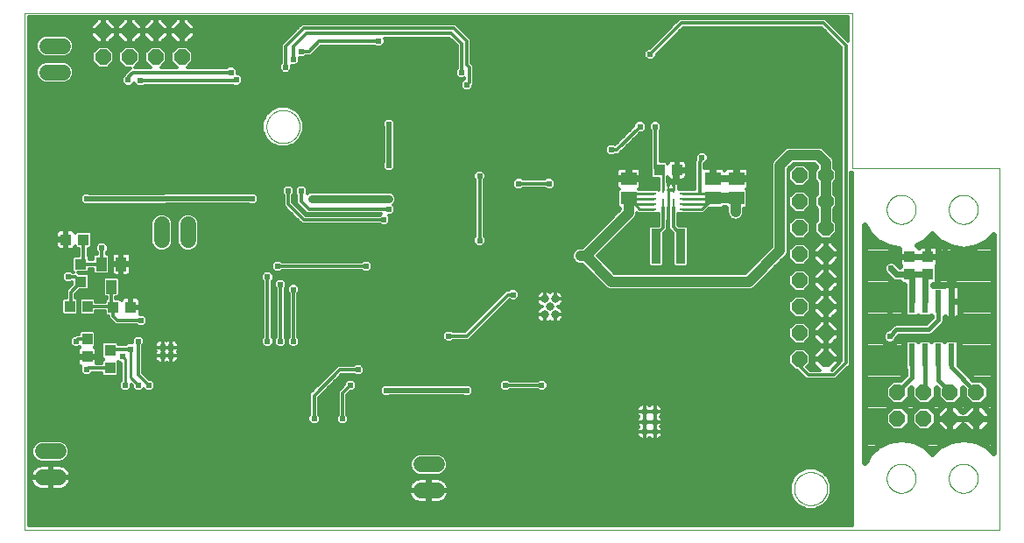
<source format=gbl>
G75*
%MOIN*%
%OFA0B0*%
%FSLAX25Y25*%
%IPPOS*%
%LPD*%
%AMOC8*
5,1,8,0,0,1.08239X$1,22.5*
%
%ADD10C,0.00000*%
%ADD11C,0.03000*%
%ADD12C,0.03181*%
%ADD13C,0.03200*%
%ADD14R,0.00900X0.07000*%
%ADD15R,0.02400X0.00900*%
%ADD16R,0.00900X0.02400*%
%ADD17R,0.05906X0.05118*%
%ADD18R,0.03937X0.04331*%
%ADD19R,0.03800X0.13200*%
%ADD20C,0.02787*%
%ADD21R,0.03937X0.05512*%
%ADD22R,0.04331X0.03937*%
%ADD23C,0.06000*%
%ADD24OC8,0.06000*%
%ADD25R,0.02362X0.08661*%
%ADD26C,0.01181*%
%ADD27C,0.02381*%
%ADD28C,0.00984*%
%ADD29C,0.03937*%
%ADD30C,0.01969*%
%ADD31C,0.02953*%
%ADD32C,0.02400*%
%ADD33C,0.02400*%
%ADD34C,0.01600*%
D10*
X0027103Y0012487D02*
X0027103Y0209337D01*
X0342063Y0209337D01*
X0342063Y0150282D01*
X0347969Y0150282D01*
X0346985Y0150282D01*
X0347969Y0150282D02*
X0398166Y0150282D01*
X0398166Y0012487D01*
X0342063Y0012487D01*
X0027103Y0012487D01*
X0119229Y0166030D02*
X0119231Y0166188D01*
X0119237Y0166346D01*
X0119247Y0166504D01*
X0119261Y0166662D01*
X0119279Y0166819D01*
X0119300Y0166976D01*
X0119326Y0167132D01*
X0119356Y0167288D01*
X0119389Y0167443D01*
X0119427Y0167596D01*
X0119468Y0167749D01*
X0119513Y0167901D01*
X0119562Y0168052D01*
X0119615Y0168201D01*
X0119671Y0168349D01*
X0119731Y0168495D01*
X0119795Y0168640D01*
X0119863Y0168783D01*
X0119934Y0168925D01*
X0120008Y0169065D01*
X0120086Y0169202D01*
X0120168Y0169338D01*
X0120252Y0169472D01*
X0120341Y0169603D01*
X0120432Y0169732D01*
X0120527Y0169859D01*
X0120624Y0169984D01*
X0120725Y0170106D01*
X0120829Y0170225D01*
X0120936Y0170342D01*
X0121046Y0170456D01*
X0121159Y0170567D01*
X0121274Y0170676D01*
X0121392Y0170781D01*
X0121513Y0170883D01*
X0121636Y0170983D01*
X0121762Y0171079D01*
X0121890Y0171172D01*
X0122020Y0171262D01*
X0122153Y0171348D01*
X0122288Y0171432D01*
X0122424Y0171511D01*
X0122563Y0171588D01*
X0122704Y0171660D01*
X0122846Y0171730D01*
X0122990Y0171795D01*
X0123136Y0171857D01*
X0123283Y0171915D01*
X0123432Y0171970D01*
X0123582Y0172021D01*
X0123733Y0172068D01*
X0123885Y0172111D01*
X0124038Y0172150D01*
X0124193Y0172186D01*
X0124348Y0172217D01*
X0124504Y0172245D01*
X0124660Y0172269D01*
X0124817Y0172289D01*
X0124975Y0172305D01*
X0125132Y0172317D01*
X0125291Y0172325D01*
X0125449Y0172329D01*
X0125607Y0172329D01*
X0125765Y0172325D01*
X0125924Y0172317D01*
X0126081Y0172305D01*
X0126239Y0172289D01*
X0126396Y0172269D01*
X0126552Y0172245D01*
X0126708Y0172217D01*
X0126863Y0172186D01*
X0127018Y0172150D01*
X0127171Y0172111D01*
X0127323Y0172068D01*
X0127474Y0172021D01*
X0127624Y0171970D01*
X0127773Y0171915D01*
X0127920Y0171857D01*
X0128066Y0171795D01*
X0128210Y0171730D01*
X0128352Y0171660D01*
X0128493Y0171588D01*
X0128632Y0171511D01*
X0128768Y0171432D01*
X0128903Y0171348D01*
X0129036Y0171262D01*
X0129166Y0171172D01*
X0129294Y0171079D01*
X0129420Y0170983D01*
X0129543Y0170883D01*
X0129664Y0170781D01*
X0129782Y0170676D01*
X0129897Y0170567D01*
X0130010Y0170456D01*
X0130120Y0170342D01*
X0130227Y0170225D01*
X0130331Y0170106D01*
X0130432Y0169984D01*
X0130529Y0169859D01*
X0130624Y0169732D01*
X0130715Y0169603D01*
X0130804Y0169472D01*
X0130888Y0169338D01*
X0130970Y0169202D01*
X0131048Y0169065D01*
X0131122Y0168925D01*
X0131193Y0168783D01*
X0131261Y0168640D01*
X0131325Y0168495D01*
X0131385Y0168349D01*
X0131441Y0168201D01*
X0131494Y0168052D01*
X0131543Y0167901D01*
X0131588Y0167749D01*
X0131629Y0167596D01*
X0131667Y0167443D01*
X0131700Y0167288D01*
X0131730Y0167132D01*
X0131756Y0166976D01*
X0131777Y0166819D01*
X0131795Y0166662D01*
X0131809Y0166504D01*
X0131819Y0166346D01*
X0131825Y0166188D01*
X0131827Y0166030D01*
X0131825Y0165872D01*
X0131819Y0165714D01*
X0131809Y0165556D01*
X0131795Y0165398D01*
X0131777Y0165241D01*
X0131756Y0165084D01*
X0131730Y0164928D01*
X0131700Y0164772D01*
X0131667Y0164617D01*
X0131629Y0164464D01*
X0131588Y0164311D01*
X0131543Y0164159D01*
X0131494Y0164008D01*
X0131441Y0163859D01*
X0131385Y0163711D01*
X0131325Y0163565D01*
X0131261Y0163420D01*
X0131193Y0163277D01*
X0131122Y0163135D01*
X0131048Y0162995D01*
X0130970Y0162858D01*
X0130888Y0162722D01*
X0130804Y0162588D01*
X0130715Y0162457D01*
X0130624Y0162328D01*
X0130529Y0162201D01*
X0130432Y0162076D01*
X0130331Y0161954D01*
X0130227Y0161835D01*
X0130120Y0161718D01*
X0130010Y0161604D01*
X0129897Y0161493D01*
X0129782Y0161384D01*
X0129664Y0161279D01*
X0129543Y0161177D01*
X0129420Y0161077D01*
X0129294Y0160981D01*
X0129166Y0160888D01*
X0129036Y0160798D01*
X0128903Y0160712D01*
X0128768Y0160628D01*
X0128632Y0160549D01*
X0128493Y0160472D01*
X0128352Y0160400D01*
X0128210Y0160330D01*
X0128066Y0160265D01*
X0127920Y0160203D01*
X0127773Y0160145D01*
X0127624Y0160090D01*
X0127474Y0160039D01*
X0127323Y0159992D01*
X0127171Y0159949D01*
X0127018Y0159910D01*
X0126863Y0159874D01*
X0126708Y0159843D01*
X0126552Y0159815D01*
X0126396Y0159791D01*
X0126239Y0159771D01*
X0126081Y0159755D01*
X0125924Y0159743D01*
X0125765Y0159735D01*
X0125607Y0159731D01*
X0125449Y0159731D01*
X0125291Y0159735D01*
X0125132Y0159743D01*
X0124975Y0159755D01*
X0124817Y0159771D01*
X0124660Y0159791D01*
X0124504Y0159815D01*
X0124348Y0159843D01*
X0124193Y0159874D01*
X0124038Y0159910D01*
X0123885Y0159949D01*
X0123733Y0159992D01*
X0123582Y0160039D01*
X0123432Y0160090D01*
X0123283Y0160145D01*
X0123136Y0160203D01*
X0122990Y0160265D01*
X0122846Y0160330D01*
X0122704Y0160400D01*
X0122563Y0160472D01*
X0122424Y0160549D01*
X0122288Y0160628D01*
X0122153Y0160712D01*
X0122020Y0160798D01*
X0121890Y0160888D01*
X0121762Y0160981D01*
X0121636Y0161077D01*
X0121513Y0161177D01*
X0121392Y0161279D01*
X0121274Y0161384D01*
X0121159Y0161493D01*
X0121046Y0161604D01*
X0120936Y0161718D01*
X0120829Y0161835D01*
X0120725Y0161954D01*
X0120624Y0162076D01*
X0120527Y0162201D01*
X0120432Y0162328D01*
X0120341Y0162457D01*
X0120252Y0162588D01*
X0120168Y0162722D01*
X0120086Y0162858D01*
X0120008Y0162995D01*
X0119934Y0163135D01*
X0119863Y0163277D01*
X0119795Y0163420D01*
X0119731Y0163565D01*
X0119671Y0163711D01*
X0119615Y0163859D01*
X0119562Y0164008D01*
X0119513Y0164159D01*
X0119468Y0164311D01*
X0119427Y0164464D01*
X0119389Y0164617D01*
X0119356Y0164772D01*
X0119326Y0164928D01*
X0119300Y0165084D01*
X0119279Y0165241D01*
X0119261Y0165398D01*
X0119247Y0165556D01*
X0119237Y0165714D01*
X0119231Y0165872D01*
X0119229Y0166030D01*
X0355252Y0134534D02*
X0355254Y0134682D01*
X0355260Y0134830D01*
X0355270Y0134978D01*
X0355284Y0135125D01*
X0355302Y0135272D01*
X0355323Y0135418D01*
X0355349Y0135564D01*
X0355379Y0135709D01*
X0355412Y0135853D01*
X0355450Y0135996D01*
X0355491Y0136138D01*
X0355536Y0136279D01*
X0355584Y0136419D01*
X0355637Y0136558D01*
X0355693Y0136695D01*
X0355753Y0136830D01*
X0355816Y0136964D01*
X0355883Y0137096D01*
X0355954Y0137226D01*
X0356028Y0137354D01*
X0356105Y0137480D01*
X0356186Y0137604D01*
X0356270Y0137726D01*
X0356357Y0137845D01*
X0356448Y0137962D01*
X0356542Y0138077D01*
X0356638Y0138189D01*
X0356738Y0138299D01*
X0356840Y0138405D01*
X0356946Y0138509D01*
X0357054Y0138610D01*
X0357165Y0138708D01*
X0357278Y0138804D01*
X0357394Y0138896D01*
X0357512Y0138985D01*
X0357633Y0139070D01*
X0357756Y0139153D01*
X0357881Y0139232D01*
X0358008Y0139308D01*
X0358137Y0139380D01*
X0358268Y0139449D01*
X0358401Y0139514D01*
X0358536Y0139575D01*
X0358672Y0139633D01*
X0358809Y0139688D01*
X0358948Y0139738D01*
X0359089Y0139785D01*
X0359230Y0139828D01*
X0359373Y0139868D01*
X0359517Y0139903D01*
X0359661Y0139935D01*
X0359807Y0139962D01*
X0359953Y0139986D01*
X0360100Y0140006D01*
X0360247Y0140022D01*
X0360394Y0140034D01*
X0360542Y0140042D01*
X0360690Y0140046D01*
X0360838Y0140046D01*
X0360986Y0140042D01*
X0361134Y0140034D01*
X0361281Y0140022D01*
X0361428Y0140006D01*
X0361575Y0139986D01*
X0361721Y0139962D01*
X0361867Y0139935D01*
X0362011Y0139903D01*
X0362155Y0139868D01*
X0362298Y0139828D01*
X0362439Y0139785D01*
X0362580Y0139738D01*
X0362719Y0139688D01*
X0362856Y0139633D01*
X0362992Y0139575D01*
X0363127Y0139514D01*
X0363260Y0139449D01*
X0363391Y0139380D01*
X0363520Y0139308D01*
X0363647Y0139232D01*
X0363772Y0139153D01*
X0363895Y0139070D01*
X0364016Y0138985D01*
X0364134Y0138896D01*
X0364250Y0138804D01*
X0364363Y0138708D01*
X0364474Y0138610D01*
X0364582Y0138509D01*
X0364688Y0138405D01*
X0364790Y0138299D01*
X0364890Y0138189D01*
X0364986Y0138077D01*
X0365080Y0137962D01*
X0365171Y0137845D01*
X0365258Y0137726D01*
X0365342Y0137604D01*
X0365423Y0137480D01*
X0365500Y0137354D01*
X0365574Y0137226D01*
X0365645Y0137096D01*
X0365712Y0136964D01*
X0365775Y0136830D01*
X0365835Y0136695D01*
X0365891Y0136558D01*
X0365944Y0136419D01*
X0365992Y0136279D01*
X0366037Y0136138D01*
X0366078Y0135996D01*
X0366116Y0135853D01*
X0366149Y0135709D01*
X0366179Y0135564D01*
X0366205Y0135418D01*
X0366226Y0135272D01*
X0366244Y0135125D01*
X0366258Y0134978D01*
X0366268Y0134830D01*
X0366274Y0134682D01*
X0366276Y0134534D01*
X0366274Y0134386D01*
X0366268Y0134238D01*
X0366258Y0134090D01*
X0366244Y0133943D01*
X0366226Y0133796D01*
X0366205Y0133650D01*
X0366179Y0133504D01*
X0366149Y0133359D01*
X0366116Y0133215D01*
X0366078Y0133072D01*
X0366037Y0132930D01*
X0365992Y0132789D01*
X0365944Y0132649D01*
X0365891Y0132510D01*
X0365835Y0132373D01*
X0365775Y0132238D01*
X0365712Y0132104D01*
X0365645Y0131972D01*
X0365574Y0131842D01*
X0365500Y0131714D01*
X0365423Y0131588D01*
X0365342Y0131464D01*
X0365258Y0131342D01*
X0365171Y0131223D01*
X0365080Y0131106D01*
X0364986Y0130991D01*
X0364890Y0130879D01*
X0364790Y0130769D01*
X0364688Y0130663D01*
X0364582Y0130559D01*
X0364474Y0130458D01*
X0364363Y0130360D01*
X0364250Y0130264D01*
X0364134Y0130172D01*
X0364016Y0130083D01*
X0363895Y0129998D01*
X0363772Y0129915D01*
X0363647Y0129836D01*
X0363520Y0129760D01*
X0363391Y0129688D01*
X0363260Y0129619D01*
X0363127Y0129554D01*
X0362992Y0129493D01*
X0362856Y0129435D01*
X0362719Y0129380D01*
X0362580Y0129330D01*
X0362439Y0129283D01*
X0362298Y0129240D01*
X0362155Y0129200D01*
X0362011Y0129165D01*
X0361867Y0129133D01*
X0361721Y0129106D01*
X0361575Y0129082D01*
X0361428Y0129062D01*
X0361281Y0129046D01*
X0361134Y0129034D01*
X0360986Y0129026D01*
X0360838Y0129022D01*
X0360690Y0129022D01*
X0360542Y0129026D01*
X0360394Y0129034D01*
X0360247Y0129046D01*
X0360100Y0129062D01*
X0359953Y0129082D01*
X0359807Y0129106D01*
X0359661Y0129133D01*
X0359517Y0129165D01*
X0359373Y0129200D01*
X0359230Y0129240D01*
X0359089Y0129283D01*
X0358948Y0129330D01*
X0358809Y0129380D01*
X0358672Y0129435D01*
X0358536Y0129493D01*
X0358401Y0129554D01*
X0358268Y0129619D01*
X0358137Y0129688D01*
X0358008Y0129760D01*
X0357881Y0129836D01*
X0357756Y0129915D01*
X0357633Y0129998D01*
X0357512Y0130083D01*
X0357394Y0130172D01*
X0357278Y0130264D01*
X0357165Y0130360D01*
X0357054Y0130458D01*
X0356946Y0130559D01*
X0356840Y0130663D01*
X0356738Y0130769D01*
X0356638Y0130879D01*
X0356542Y0130991D01*
X0356448Y0131106D01*
X0356357Y0131223D01*
X0356270Y0131342D01*
X0356186Y0131464D01*
X0356105Y0131588D01*
X0356028Y0131714D01*
X0355954Y0131842D01*
X0355883Y0131972D01*
X0355816Y0132104D01*
X0355753Y0132238D01*
X0355693Y0132373D01*
X0355637Y0132510D01*
X0355584Y0132649D01*
X0355536Y0132789D01*
X0355491Y0132930D01*
X0355450Y0133072D01*
X0355412Y0133215D01*
X0355379Y0133359D01*
X0355349Y0133504D01*
X0355323Y0133650D01*
X0355302Y0133796D01*
X0355284Y0133943D01*
X0355270Y0134090D01*
X0355260Y0134238D01*
X0355254Y0134386D01*
X0355252Y0134534D01*
X0378874Y0134534D02*
X0378876Y0134682D01*
X0378882Y0134830D01*
X0378892Y0134978D01*
X0378906Y0135125D01*
X0378924Y0135272D01*
X0378945Y0135418D01*
X0378971Y0135564D01*
X0379001Y0135709D01*
X0379034Y0135853D01*
X0379072Y0135996D01*
X0379113Y0136138D01*
X0379158Y0136279D01*
X0379206Y0136419D01*
X0379259Y0136558D01*
X0379315Y0136695D01*
X0379375Y0136830D01*
X0379438Y0136964D01*
X0379505Y0137096D01*
X0379576Y0137226D01*
X0379650Y0137354D01*
X0379727Y0137480D01*
X0379808Y0137604D01*
X0379892Y0137726D01*
X0379979Y0137845D01*
X0380070Y0137962D01*
X0380164Y0138077D01*
X0380260Y0138189D01*
X0380360Y0138299D01*
X0380462Y0138405D01*
X0380568Y0138509D01*
X0380676Y0138610D01*
X0380787Y0138708D01*
X0380900Y0138804D01*
X0381016Y0138896D01*
X0381134Y0138985D01*
X0381255Y0139070D01*
X0381378Y0139153D01*
X0381503Y0139232D01*
X0381630Y0139308D01*
X0381759Y0139380D01*
X0381890Y0139449D01*
X0382023Y0139514D01*
X0382158Y0139575D01*
X0382294Y0139633D01*
X0382431Y0139688D01*
X0382570Y0139738D01*
X0382711Y0139785D01*
X0382852Y0139828D01*
X0382995Y0139868D01*
X0383139Y0139903D01*
X0383283Y0139935D01*
X0383429Y0139962D01*
X0383575Y0139986D01*
X0383722Y0140006D01*
X0383869Y0140022D01*
X0384016Y0140034D01*
X0384164Y0140042D01*
X0384312Y0140046D01*
X0384460Y0140046D01*
X0384608Y0140042D01*
X0384756Y0140034D01*
X0384903Y0140022D01*
X0385050Y0140006D01*
X0385197Y0139986D01*
X0385343Y0139962D01*
X0385489Y0139935D01*
X0385633Y0139903D01*
X0385777Y0139868D01*
X0385920Y0139828D01*
X0386061Y0139785D01*
X0386202Y0139738D01*
X0386341Y0139688D01*
X0386478Y0139633D01*
X0386614Y0139575D01*
X0386749Y0139514D01*
X0386882Y0139449D01*
X0387013Y0139380D01*
X0387142Y0139308D01*
X0387269Y0139232D01*
X0387394Y0139153D01*
X0387517Y0139070D01*
X0387638Y0138985D01*
X0387756Y0138896D01*
X0387872Y0138804D01*
X0387985Y0138708D01*
X0388096Y0138610D01*
X0388204Y0138509D01*
X0388310Y0138405D01*
X0388412Y0138299D01*
X0388512Y0138189D01*
X0388608Y0138077D01*
X0388702Y0137962D01*
X0388793Y0137845D01*
X0388880Y0137726D01*
X0388964Y0137604D01*
X0389045Y0137480D01*
X0389122Y0137354D01*
X0389196Y0137226D01*
X0389267Y0137096D01*
X0389334Y0136964D01*
X0389397Y0136830D01*
X0389457Y0136695D01*
X0389513Y0136558D01*
X0389566Y0136419D01*
X0389614Y0136279D01*
X0389659Y0136138D01*
X0389700Y0135996D01*
X0389738Y0135853D01*
X0389771Y0135709D01*
X0389801Y0135564D01*
X0389827Y0135418D01*
X0389848Y0135272D01*
X0389866Y0135125D01*
X0389880Y0134978D01*
X0389890Y0134830D01*
X0389896Y0134682D01*
X0389898Y0134534D01*
X0389896Y0134386D01*
X0389890Y0134238D01*
X0389880Y0134090D01*
X0389866Y0133943D01*
X0389848Y0133796D01*
X0389827Y0133650D01*
X0389801Y0133504D01*
X0389771Y0133359D01*
X0389738Y0133215D01*
X0389700Y0133072D01*
X0389659Y0132930D01*
X0389614Y0132789D01*
X0389566Y0132649D01*
X0389513Y0132510D01*
X0389457Y0132373D01*
X0389397Y0132238D01*
X0389334Y0132104D01*
X0389267Y0131972D01*
X0389196Y0131842D01*
X0389122Y0131714D01*
X0389045Y0131588D01*
X0388964Y0131464D01*
X0388880Y0131342D01*
X0388793Y0131223D01*
X0388702Y0131106D01*
X0388608Y0130991D01*
X0388512Y0130879D01*
X0388412Y0130769D01*
X0388310Y0130663D01*
X0388204Y0130559D01*
X0388096Y0130458D01*
X0387985Y0130360D01*
X0387872Y0130264D01*
X0387756Y0130172D01*
X0387638Y0130083D01*
X0387517Y0129998D01*
X0387394Y0129915D01*
X0387269Y0129836D01*
X0387142Y0129760D01*
X0387013Y0129688D01*
X0386882Y0129619D01*
X0386749Y0129554D01*
X0386614Y0129493D01*
X0386478Y0129435D01*
X0386341Y0129380D01*
X0386202Y0129330D01*
X0386061Y0129283D01*
X0385920Y0129240D01*
X0385777Y0129200D01*
X0385633Y0129165D01*
X0385489Y0129133D01*
X0385343Y0129106D01*
X0385197Y0129082D01*
X0385050Y0129062D01*
X0384903Y0129046D01*
X0384756Y0129034D01*
X0384608Y0129026D01*
X0384460Y0129022D01*
X0384312Y0129022D01*
X0384164Y0129026D01*
X0384016Y0129034D01*
X0383869Y0129046D01*
X0383722Y0129062D01*
X0383575Y0129082D01*
X0383429Y0129106D01*
X0383283Y0129133D01*
X0383139Y0129165D01*
X0382995Y0129200D01*
X0382852Y0129240D01*
X0382711Y0129283D01*
X0382570Y0129330D01*
X0382431Y0129380D01*
X0382294Y0129435D01*
X0382158Y0129493D01*
X0382023Y0129554D01*
X0381890Y0129619D01*
X0381759Y0129688D01*
X0381630Y0129760D01*
X0381503Y0129836D01*
X0381378Y0129915D01*
X0381255Y0129998D01*
X0381134Y0130083D01*
X0381016Y0130172D01*
X0380900Y0130264D01*
X0380787Y0130360D01*
X0380676Y0130458D01*
X0380568Y0130559D01*
X0380462Y0130663D01*
X0380360Y0130769D01*
X0380260Y0130879D01*
X0380164Y0130991D01*
X0380070Y0131106D01*
X0379979Y0131223D01*
X0379892Y0131342D01*
X0379808Y0131464D01*
X0379727Y0131588D01*
X0379650Y0131714D01*
X0379576Y0131842D01*
X0379505Y0131972D01*
X0379438Y0132104D01*
X0379375Y0132238D01*
X0379315Y0132373D01*
X0379259Y0132510D01*
X0379206Y0132649D01*
X0379158Y0132789D01*
X0379113Y0132930D01*
X0379072Y0133072D01*
X0379034Y0133215D01*
X0379001Y0133359D01*
X0378971Y0133504D01*
X0378945Y0133650D01*
X0378924Y0133796D01*
X0378906Y0133943D01*
X0378892Y0134090D01*
X0378882Y0134238D01*
X0378876Y0134386D01*
X0378874Y0134534D01*
X0378874Y0032172D02*
X0378876Y0032320D01*
X0378882Y0032468D01*
X0378892Y0032616D01*
X0378906Y0032763D01*
X0378924Y0032910D01*
X0378945Y0033056D01*
X0378971Y0033202D01*
X0379001Y0033347D01*
X0379034Y0033491D01*
X0379072Y0033634D01*
X0379113Y0033776D01*
X0379158Y0033917D01*
X0379206Y0034057D01*
X0379259Y0034196D01*
X0379315Y0034333D01*
X0379375Y0034468D01*
X0379438Y0034602D01*
X0379505Y0034734D01*
X0379576Y0034864D01*
X0379650Y0034992D01*
X0379727Y0035118D01*
X0379808Y0035242D01*
X0379892Y0035364D01*
X0379979Y0035483D01*
X0380070Y0035600D01*
X0380164Y0035715D01*
X0380260Y0035827D01*
X0380360Y0035937D01*
X0380462Y0036043D01*
X0380568Y0036147D01*
X0380676Y0036248D01*
X0380787Y0036346D01*
X0380900Y0036442D01*
X0381016Y0036534D01*
X0381134Y0036623D01*
X0381255Y0036708D01*
X0381378Y0036791D01*
X0381503Y0036870D01*
X0381630Y0036946D01*
X0381759Y0037018D01*
X0381890Y0037087D01*
X0382023Y0037152D01*
X0382158Y0037213D01*
X0382294Y0037271D01*
X0382431Y0037326D01*
X0382570Y0037376D01*
X0382711Y0037423D01*
X0382852Y0037466D01*
X0382995Y0037506D01*
X0383139Y0037541D01*
X0383283Y0037573D01*
X0383429Y0037600D01*
X0383575Y0037624D01*
X0383722Y0037644D01*
X0383869Y0037660D01*
X0384016Y0037672D01*
X0384164Y0037680D01*
X0384312Y0037684D01*
X0384460Y0037684D01*
X0384608Y0037680D01*
X0384756Y0037672D01*
X0384903Y0037660D01*
X0385050Y0037644D01*
X0385197Y0037624D01*
X0385343Y0037600D01*
X0385489Y0037573D01*
X0385633Y0037541D01*
X0385777Y0037506D01*
X0385920Y0037466D01*
X0386061Y0037423D01*
X0386202Y0037376D01*
X0386341Y0037326D01*
X0386478Y0037271D01*
X0386614Y0037213D01*
X0386749Y0037152D01*
X0386882Y0037087D01*
X0387013Y0037018D01*
X0387142Y0036946D01*
X0387269Y0036870D01*
X0387394Y0036791D01*
X0387517Y0036708D01*
X0387638Y0036623D01*
X0387756Y0036534D01*
X0387872Y0036442D01*
X0387985Y0036346D01*
X0388096Y0036248D01*
X0388204Y0036147D01*
X0388310Y0036043D01*
X0388412Y0035937D01*
X0388512Y0035827D01*
X0388608Y0035715D01*
X0388702Y0035600D01*
X0388793Y0035483D01*
X0388880Y0035364D01*
X0388964Y0035242D01*
X0389045Y0035118D01*
X0389122Y0034992D01*
X0389196Y0034864D01*
X0389267Y0034734D01*
X0389334Y0034602D01*
X0389397Y0034468D01*
X0389457Y0034333D01*
X0389513Y0034196D01*
X0389566Y0034057D01*
X0389614Y0033917D01*
X0389659Y0033776D01*
X0389700Y0033634D01*
X0389738Y0033491D01*
X0389771Y0033347D01*
X0389801Y0033202D01*
X0389827Y0033056D01*
X0389848Y0032910D01*
X0389866Y0032763D01*
X0389880Y0032616D01*
X0389890Y0032468D01*
X0389896Y0032320D01*
X0389898Y0032172D01*
X0389896Y0032024D01*
X0389890Y0031876D01*
X0389880Y0031728D01*
X0389866Y0031581D01*
X0389848Y0031434D01*
X0389827Y0031288D01*
X0389801Y0031142D01*
X0389771Y0030997D01*
X0389738Y0030853D01*
X0389700Y0030710D01*
X0389659Y0030568D01*
X0389614Y0030427D01*
X0389566Y0030287D01*
X0389513Y0030148D01*
X0389457Y0030011D01*
X0389397Y0029876D01*
X0389334Y0029742D01*
X0389267Y0029610D01*
X0389196Y0029480D01*
X0389122Y0029352D01*
X0389045Y0029226D01*
X0388964Y0029102D01*
X0388880Y0028980D01*
X0388793Y0028861D01*
X0388702Y0028744D01*
X0388608Y0028629D01*
X0388512Y0028517D01*
X0388412Y0028407D01*
X0388310Y0028301D01*
X0388204Y0028197D01*
X0388096Y0028096D01*
X0387985Y0027998D01*
X0387872Y0027902D01*
X0387756Y0027810D01*
X0387638Y0027721D01*
X0387517Y0027636D01*
X0387394Y0027553D01*
X0387269Y0027474D01*
X0387142Y0027398D01*
X0387013Y0027326D01*
X0386882Y0027257D01*
X0386749Y0027192D01*
X0386614Y0027131D01*
X0386478Y0027073D01*
X0386341Y0027018D01*
X0386202Y0026968D01*
X0386061Y0026921D01*
X0385920Y0026878D01*
X0385777Y0026838D01*
X0385633Y0026803D01*
X0385489Y0026771D01*
X0385343Y0026744D01*
X0385197Y0026720D01*
X0385050Y0026700D01*
X0384903Y0026684D01*
X0384756Y0026672D01*
X0384608Y0026664D01*
X0384460Y0026660D01*
X0384312Y0026660D01*
X0384164Y0026664D01*
X0384016Y0026672D01*
X0383869Y0026684D01*
X0383722Y0026700D01*
X0383575Y0026720D01*
X0383429Y0026744D01*
X0383283Y0026771D01*
X0383139Y0026803D01*
X0382995Y0026838D01*
X0382852Y0026878D01*
X0382711Y0026921D01*
X0382570Y0026968D01*
X0382431Y0027018D01*
X0382294Y0027073D01*
X0382158Y0027131D01*
X0382023Y0027192D01*
X0381890Y0027257D01*
X0381759Y0027326D01*
X0381630Y0027398D01*
X0381503Y0027474D01*
X0381378Y0027553D01*
X0381255Y0027636D01*
X0381134Y0027721D01*
X0381016Y0027810D01*
X0380900Y0027902D01*
X0380787Y0027998D01*
X0380676Y0028096D01*
X0380568Y0028197D01*
X0380462Y0028301D01*
X0380360Y0028407D01*
X0380260Y0028517D01*
X0380164Y0028629D01*
X0380070Y0028744D01*
X0379979Y0028861D01*
X0379892Y0028980D01*
X0379808Y0029102D01*
X0379727Y0029226D01*
X0379650Y0029352D01*
X0379576Y0029480D01*
X0379505Y0029610D01*
X0379438Y0029742D01*
X0379375Y0029876D01*
X0379315Y0030011D01*
X0379259Y0030148D01*
X0379206Y0030287D01*
X0379158Y0030427D01*
X0379113Y0030568D01*
X0379072Y0030710D01*
X0379034Y0030853D01*
X0379001Y0030997D01*
X0378971Y0031142D01*
X0378945Y0031288D01*
X0378924Y0031434D01*
X0378906Y0031581D01*
X0378892Y0031728D01*
X0378882Y0031876D01*
X0378876Y0032024D01*
X0378874Y0032172D01*
X0355252Y0032172D02*
X0355254Y0032320D01*
X0355260Y0032468D01*
X0355270Y0032616D01*
X0355284Y0032763D01*
X0355302Y0032910D01*
X0355323Y0033056D01*
X0355349Y0033202D01*
X0355379Y0033347D01*
X0355412Y0033491D01*
X0355450Y0033634D01*
X0355491Y0033776D01*
X0355536Y0033917D01*
X0355584Y0034057D01*
X0355637Y0034196D01*
X0355693Y0034333D01*
X0355753Y0034468D01*
X0355816Y0034602D01*
X0355883Y0034734D01*
X0355954Y0034864D01*
X0356028Y0034992D01*
X0356105Y0035118D01*
X0356186Y0035242D01*
X0356270Y0035364D01*
X0356357Y0035483D01*
X0356448Y0035600D01*
X0356542Y0035715D01*
X0356638Y0035827D01*
X0356738Y0035937D01*
X0356840Y0036043D01*
X0356946Y0036147D01*
X0357054Y0036248D01*
X0357165Y0036346D01*
X0357278Y0036442D01*
X0357394Y0036534D01*
X0357512Y0036623D01*
X0357633Y0036708D01*
X0357756Y0036791D01*
X0357881Y0036870D01*
X0358008Y0036946D01*
X0358137Y0037018D01*
X0358268Y0037087D01*
X0358401Y0037152D01*
X0358536Y0037213D01*
X0358672Y0037271D01*
X0358809Y0037326D01*
X0358948Y0037376D01*
X0359089Y0037423D01*
X0359230Y0037466D01*
X0359373Y0037506D01*
X0359517Y0037541D01*
X0359661Y0037573D01*
X0359807Y0037600D01*
X0359953Y0037624D01*
X0360100Y0037644D01*
X0360247Y0037660D01*
X0360394Y0037672D01*
X0360542Y0037680D01*
X0360690Y0037684D01*
X0360838Y0037684D01*
X0360986Y0037680D01*
X0361134Y0037672D01*
X0361281Y0037660D01*
X0361428Y0037644D01*
X0361575Y0037624D01*
X0361721Y0037600D01*
X0361867Y0037573D01*
X0362011Y0037541D01*
X0362155Y0037506D01*
X0362298Y0037466D01*
X0362439Y0037423D01*
X0362580Y0037376D01*
X0362719Y0037326D01*
X0362856Y0037271D01*
X0362992Y0037213D01*
X0363127Y0037152D01*
X0363260Y0037087D01*
X0363391Y0037018D01*
X0363520Y0036946D01*
X0363647Y0036870D01*
X0363772Y0036791D01*
X0363895Y0036708D01*
X0364016Y0036623D01*
X0364134Y0036534D01*
X0364250Y0036442D01*
X0364363Y0036346D01*
X0364474Y0036248D01*
X0364582Y0036147D01*
X0364688Y0036043D01*
X0364790Y0035937D01*
X0364890Y0035827D01*
X0364986Y0035715D01*
X0365080Y0035600D01*
X0365171Y0035483D01*
X0365258Y0035364D01*
X0365342Y0035242D01*
X0365423Y0035118D01*
X0365500Y0034992D01*
X0365574Y0034864D01*
X0365645Y0034734D01*
X0365712Y0034602D01*
X0365775Y0034468D01*
X0365835Y0034333D01*
X0365891Y0034196D01*
X0365944Y0034057D01*
X0365992Y0033917D01*
X0366037Y0033776D01*
X0366078Y0033634D01*
X0366116Y0033491D01*
X0366149Y0033347D01*
X0366179Y0033202D01*
X0366205Y0033056D01*
X0366226Y0032910D01*
X0366244Y0032763D01*
X0366258Y0032616D01*
X0366268Y0032468D01*
X0366274Y0032320D01*
X0366276Y0032172D01*
X0366274Y0032024D01*
X0366268Y0031876D01*
X0366258Y0031728D01*
X0366244Y0031581D01*
X0366226Y0031434D01*
X0366205Y0031288D01*
X0366179Y0031142D01*
X0366149Y0030997D01*
X0366116Y0030853D01*
X0366078Y0030710D01*
X0366037Y0030568D01*
X0365992Y0030427D01*
X0365944Y0030287D01*
X0365891Y0030148D01*
X0365835Y0030011D01*
X0365775Y0029876D01*
X0365712Y0029742D01*
X0365645Y0029610D01*
X0365574Y0029480D01*
X0365500Y0029352D01*
X0365423Y0029226D01*
X0365342Y0029102D01*
X0365258Y0028980D01*
X0365171Y0028861D01*
X0365080Y0028744D01*
X0364986Y0028629D01*
X0364890Y0028517D01*
X0364790Y0028407D01*
X0364688Y0028301D01*
X0364582Y0028197D01*
X0364474Y0028096D01*
X0364363Y0027998D01*
X0364250Y0027902D01*
X0364134Y0027810D01*
X0364016Y0027721D01*
X0363895Y0027636D01*
X0363772Y0027553D01*
X0363647Y0027474D01*
X0363520Y0027398D01*
X0363391Y0027326D01*
X0363260Y0027257D01*
X0363127Y0027192D01*
X0362992Y0027131D01*
X0362856Y0027073D01*
X0362719Y0027018D01*
X0362580Y0026968D01*
X0362439Y0026921D01*
X0362298Y0026878D01*
X0362155Y0026838D01*
X0362011Y0026803D01*
X0361867Y0026771D01*
X0361721Y0026744D01*
X0361575Y0026720D01*
X0361428Y0026700D01*
X0361281Y0026684D01*
X0361134Y0026672D01*
X0360986Y0026664D01*
X0360838Y0026660D01*
X0360690Y0026660D01*
X0360542Y0026664D01*
X0360394Y0026672D01*
X0360247Y0026684D01*
X0360100Y0026700D01*
X0359953Y0026720D01*
X0359807Y0026744D01*
X0359661Y0026771D01*
X0359517Y0026803D01*
X0359373Y0026838D01*
X0359230Y0026878D01*
X0359089Y0026921D01*
X0358948Y0026968D01*
X0358809Y0027018D01*
X0358672Y0027073D01*
X0358536Y0027131D01*
X0358401Y0027192D01*
X0358268Y0027257D01*
X0358137Y0027326D01*
X0358008Y0027398D01*
X0357881Y0027474D01*
X0357756Y0027553D01*
X0357633Y0027636D01*
X0357512Y0027721D01*
X0357394Y0027810D01*
X0357278Y0027902D01*
X0357165Y0027998D01*
X0357054Y0028096D01*
X0356946Y0028197D01*
X0356840Y0028301D01*
X0356738Y0028407D01*
X0356638Y0028517D01*
X0356542Y0028629D01*
X0356448Y0028744D01*
X0356357Y0028861D01*
X0356270Y0028980D01*
X0356186Y0029102D01*
X0356105Y0029226D01*
X0356028Y0029352D01*
X0355954Y0029480D01*
X0355883Y0029610D01*
X0355816Y0029742D01*
X0355753Y0029876D01*
X0355693Y0030011D01*
X0355637Y0030148D01*
X0355584Y0030287D01*
X0355536Y0030427D01*
X0355491Y0030568D01*
X0355450Y0030710D01*
X0355412Y0030853D01*
X0355379Y0030997D01*
X0355349Y0031142D01*
X0355323Y0031288D01*
X0355302Y0031434D01*
X0355284Y0031581D01*
X0355270Y0031728D01*
X0355260Y0031876D01*
X0355254Y0032024D01*
X0355252Y0032172D01*
X0320016Y0028235D02*
X0320018Y0028393D01*
X0320024Y0028551D01*
X0320034Y0028709D01*
X0320048Y0028867D01*
X0320066Y0029024D01*
X0320087Y0029181D01*
X0320113Y0029337D01*
X0320143Y0029493D01*
X0320176Y0029648D01*
X0320214Y0029801D01*
X0320255Y0029954D01*
X0320300Y0030106D01*
X0320349Y0030257D01*
X0320402Y0030406D01*
X0320458Y0030554D01*
X0320518Y0030700D01*
X0320582Y0030845D01*
X0320650Y0030988D01*
X0320721Y0031130D01*
X0320795Y0031270D01*
X0320873Y0031407D01*
X0320955Y0031543D01*
X0321039Y0031677D01*
X0321128Y0031808D01*
X0321219Y0031937D01*
X0321314Y0032064D01*
X0321411Y0032189D01*
X0321512Y0032311D01*
X0321616Y0032430D01*
X0321723Y0032547D01*
X0321833Y0032661D01*
X0321946Y0032772D01*
X0322061Y0032881D01*
X0322179Y0032986D01*
X0322300Y0033088D01*
X0322423Y0033188D01*
X0322549Y0033284D01*
X0322677Y0033377D01*
X0322807Y0033467D01*
X0322940Y0033553D01*
X0323075Y0033637D01*
X0323211Y0033716D01*
X0323350Y0033793D01*
X0323491Y0033865D01*
X0323633Y0033935D01*
X0323777Y0034000D01*
X0323923Y0034062D01*
X0324070Y0034120D01*
X0324219Y0034175D01*
X0324369Y0034226D01*
X0324520Y0034273D01*
X0324672Y0034316D01*
X0324825Y0034355D01*
X0324980Y0034391D01*
X0325135Y0034422D01*
X0325291Y0034450D01*
X0325447Y0034474D01*
X0325604Y0034494D01*
X0325762Y0034510D01*
X0325919Y0034522D01*
X0326078Y0034530D01*
X0326236Y0034534D01*
X0326394Y0034534D01*
X0326552Y0034530D01*
X0326711Y0034522D01*
X0326868Y0034510D01*
X0327026Y0034494D01*
X0327183Y0034474D01*
X0327339Y0034450D01*
X0327495Y0034422D01*
X0327650Y0034391D01*
X0327805Y0034355D01*
X0327958Y0034316D01*
X0328110Y0034273D01*
X0328261Y0034226D01*
X0328411Y0034175D01*
X0328560Y0034120D01*
X0328707Y0034062D01*
X0328853Y0034000D01*
X0328997Y0033935D01*
X0329139Y0033865D01*
X0329280Y0033793D01*
X0329419Y0033716D01*
X0329555Y0033637D01*
X0329690Y0033553D01*
X0329823Y0033467D01*
X0329953Y0033377D01*
X0330081Y0033284D01*
X0330207Y0033188D01*
X0330330Y0033088D01*
X0330451Y0032986D01*
X0330569Y0032881D01*
X0330684Y0032772D01*
X0330797Y0032661D01*
X0330907Y0032547D01*
X0331014Y0032430D01*
X0331118Y0032311D01*
X0331219Y0032189D01*
X0331316Y0032064D01*
X0331411Y0031937D01*
X0331502Y0031808D01*
X0331591Y0031677D01*
X0331675Y0031543D01*
X0331757Y0031407D01*
X0331835Y0031270D01*
X0331909Y0031130D01*
X0331980Y0030988D01*
X0332048Y0030845D01*
X0332112Y0030700D01*
X0332172Y0030554D01*
X0332228Y0030406D01*
X0332281Y0030257D01*
X0332330Y0030106D01*
X0332375Y0029954D01*
X0332416Y0029801D01*
X0332454Y0029648D01*
X0332487Y0029493D01*
X0332517Y0029337D01*
X0332543Y0029181D01*
X0332564Y0029024D01*
X0332582Y0028867D01*
X0332596Y0028709D01*
X0332606Y0028551D01*
X0332612Y0028393D01*
X0332614Y0028235D01*
X0332612Y0028077D01*
X0332606Y0027919D01*
X0332596Y0027761D01*
X0332582Y0027603D01*
X0332564Y0027446D01*
X0332543Y0027289D01*
X0332517Y0027133D01*
X0332487Y0026977D01*
X0332454Y0026822D01*
X0332416Y0026669D01*
X0332375Y0026516D01*
X0332330Y0026364D01*
X0332281Y0026213D01*
X0332228Y0026064D01*
X0332172Y0025916D01*
X0332112Y0025770D01*
X0332048Y0025625D01*
X0331980Y0025482D01*
X0331909Y0025340D01*
X0331835Y0025200D01*
X0331757Y0025063D01*
X0331675Y0024927D01*
X0331591Y0024793D01*
X0331502Y0024662D01*
X0331411Y0024533D01*
X0331316Y0024406D01*
X0331219Y0024281D01*
X0331118Y0024159D01*
X0331014Y0024040D01*
X0330907Y0023923D01*
X0330797Y0023809D01*
X0330684Y0023698D01*
X0330569Y0023589D01*
X0330451Y0023484D01*
X0330330Y0023382D01*
X0330207Y0023282D01*
X0330081Y0023186D01*
X0329953Y0023093D01*
X0329823Y0023003D01*
X0329690Y0022917D01*
X0329555Y0022833D01*
X0329419Y0022754D01*
X0329280Y0022677D01*
X0329139Y0022605D01*
X0328997Y0022535D01*
X0328853Y0022470D01*
X0328707Y0022408D01*
X0328560Y0022350D01*
X0328411Y0022295D01*
X0328261Y0022244D01*
X0328110Y0022197D01*
X0327958Y0022154D01*
X0327805Y0022115D01*
X0327650Y0022079D01*
X0327495Y0022048D01*
X0327339Y0022020D01*
X0327183Y0021996D01*
X0327026Y0021976D01*
X0326868Y0021960D01*
X0326711Y0021948D01*
X0326552Y0021940D01*
X0326394Y0021936D01*
X0326236Y0021936D01*
X0326078Y0021940D01*
X0325919Y0021948D01*
X0325762Y0021960D01*
X0325604Y0021976D01*
X0325447Y0021996D01*
X0325291Y0022020D01*
X0325135Y0022048D01*
X0324980Y0022079D01*
X0324825Y0022115D01*
X0324672Y0022154D01*
X0324520Y0022197D01*
X0324369Y0022244D01*
X0324219Y0022295D01*
X0324070Y0022350D01*
X0323923Y0022408D01*
X0323777Y0022470D01*
X0323633Y0022535D01*
X0323491Y0022605D01*
X0323350Y0022677D01*
X0323211Y0022754D01*
X0323075Y0022833D01*
X0322940Y0022917D01*
X0322807Y0023003D01*
X0322677Y0023093D01*
X0322549Y0023186D01*
X0322423Y0023282D01*
X0322300Y0023382D01*
X0322179Y0023484D01*
X0322061Y0023589D01*
X0321946Y0023698D01*
X0321833Y0023809D01*
X0321723Y0023923D01*
X0321616Y0024040D01*
X0321512Y0024159D01*
X0321411Y0024281D01*
X0321314Y0024406D01*
X0321219Y0024533D01*
X0321128Y0024662D01*
X0321039Y0024793D01*
X0320955Y0024927D01*
X0320873Y0025063D01*
X0320795Y0025200D01*
X0320721Y0025340D01*
X0320650Y0025482D01*
X0320582Y0025625D01*
X0320518Y0025770D01*
X0320458Y0025916D01*
X0320402Y0026064D01*
X0320349Y0026213D01*
X0320300Y0026364D01*
X0320255Y0026516D01*
X0320214Y0026669D01*
X0320176Y0026822D01*
X0320143Y0026977D01*
X0320113Y0027133D01*
X0320087Y0027289D01*
X0320066Y0027446D01*
X0320048Y0027603D01*
X0320034Y0027761D01*
X0320024Y0027919D01*
X0320018Y0028077D01*
X0320016Y0028235D01*
D11*
X0082876Y0078839D03*
X0079676Y0078839D03*
X0079676Y0082039D03*
X0082876Y0082039D03*
D12*
X0225103Y0094487D03*
X0229103Y0094487D03*
X0227103Y0097487D03*
X0229103Y0100487D03*
D13*
X0225103Y0100487D03*
D14*
X0270174Y0135302D03*
X0272103Y0135302D03*
X0274032Y0135302D03*
D15*
X0277615Y0134534D03*
X0277615Y0136502D03*
X0277615Y0138471D03*
X0277615Y0140439D03*
X0266591Y0140439D03*
X0266591Y0138471D03*
X0266591Y0136502D03*
X0266591Y0134534D03*
D16*
X0270134Y0142014D03*
X0272103Y0142014D03*
X0274071Y0142014D03*
D17*
X0289071Y0138746D03*
X0298087Y0138746D03*
X0298087Y0146227D03*
X0289071Y0146227D03*
X0257103Y0146227D03*
X0257103Y0138746D03*
D18*
X0268756Y0149455D03*
X0275449Y0149455D03*
X0363871Y0116602D03*
X0370795Y0116602D03*
X0370795Y0109909D03*
X0363871Y0109909D03*
X0067536Y0097329D03*
X0060843Y0097329D03*
X0051158Y0097605D03*
X0044465Y0097605D03*
X0051000Y0085124D03*
X0059780Y0080833D03*
X0051000Y0078432D03*
X0059780Y0074140D03*
X0049544Y0123038D03*
X0042851Y0123038D03*
D19*
X0267453Y0120518D03*
X0276753Y0120518D03*
D20*
X0267024Y0057664D03*
X0263087Y0057664D03*
X0263087Y0053727D03*
X0267024Y0053727D03*
X0267024Y0049790D03*
X0263087Y0049790D03*
D21*
X0063914Y0113707D03*
X0056434Y0113707D03*
X0060174Y0105046D03*
D22*
X0048560Y0107014D03*
X0048560Y0113707D03*
D23*
X0079465Y0122802D02*
X0079465Y0128802D01*
X0089465Y0128802D02*
X0089465Y0122802D01*
X0041756Y0186660D02*
X0035756Y0186660D01*
X0035756Y0196660D02*
X0041756Y0196660D01*
X0040103Y0042487D02*
X0034103Y0042487D01*
X0034103Y0032487D02*
X0040103Y0032487D01*
X0178040Y0037487D02*
X0184040Y0037487D01*
X0184040Y0027487D02*
X0178040Y0027487D01*
D24*
X0322103Y0077487D03*
X0332103Y0077487D03*
X0332103Y0087487D03*
X0322103Y0087487D03*
X0322103Y0097487D03*
X0332103Y0097487D03*
X0332103Y0107487D03*
X0322103Y0107487D03*
X0322103Y0117487D03*
X0332103Y0117487D03*
X0332103Y0127487D03*
X0322103Y0127487D03*
X0322103Y0137487D03*
X0332103Y0137487D03*
X0332103Y0147487D03*
X0322103Y0147487D03*
X0359240Y0065055D03*
X0369240Y0065055D03*
X0379240Y0065055D03*
X0389240Y0065055D03*
X0389240Y0055055D03*
X0379240Y0055055D03*
X0369240Y0055055D03*
X0359240Y0055055D03*
X0087103Y0192487D03*
X0077103Y0192487D03*
X0067103Y0192487D03*
X0057103Y0192487D03*
X0057103Y0202487D03*
X0067103Y0202487D03*
X0077103Y0202487D03*
X0087103Y0202487D03*
D25*
X0364823Y0099573D03*
X0369823Y0099573D03*
X0374823Y0099573D03*
X0379823Y0099573D03*
X0379823Y0079101D03*
X0374823Y0079101D03*
X0369823Y0079101D03*
X0364823Y0079101D03*
D26*
X0342063Y0078545D02*
X0341482Y0078545D01*
X0341482Y0077365D02*
X0342063Y0077365D01*
X0342063Y0076186D02*
X0341482Y0076186D01*
X0341482Y0075332D02*
X0341482Y0148691D01*
X0342063Y0148691D01*
X0342063Y0014077D01*
X0028693Y0014077D01*
X0028693Y0207746D01*
X0340473Y0207746D01*
X0340473Y0198683D01*
X0340439Y0198717D01*
X0331974Y0207181D01*
X0276365Y0207181D01*
X0275322Y0206138D01*
X0265154Y0195970D01*
X0264306Y0195970D01*
X0262911Y0194575D01*
X0262911Y0192603D01*
X0264306Y0191208D01*
X0266278Y0191208D01*
X0267673Y0192603D01*
X0267673Y0193451D01*
X0277841Y0203619D01*
X0330499Y0203619D01*
X0337920Y0196198D01*
X0337920Y0076807D01*
X0334436Y0073323D01*
X0334431Y0073323D01*
X0336693Y0075585D01*
X0336693Y0077077D01*
X0332512Y0077077D01*
X0332512Y0077896D01*
X0331693Y0077896D01*
X0331693Y0077077D01*
X0327512Y0077077D01*
X0327512Y0075585D01*
X0329775Y0073323D01*
X0326069Y0073323D01*
X0324967Y0074425D01*
X0326293Y0075751D01*
X0326293Y0079222D01*
X0323839Y0081677D01*
X0320367Y0081677D01*
X0317912Y0079222D01*
X0317912Y0075751D01*
X0320367Y0073296D01*
X0321058Y0073296D01*
X0321641Y0072713D01*
X0324593Y0069761D01*
X0335911Y0069761D01*
X0336955Y0070804D01*
X0341482Y0075332D01*
X0341157Y0075006D02*
X0342063Y0075006D01*
X0342063Y0073827D02*
X0339977Y0073827D01*
X0338798Y0072647D02*
X0342063Y0072647D01*
X0342063Y0071467D02*
X0337618Y0071467D01*
X0336439Y0070288D02*
X0342063Y0070288D01*
X0342063Y0069108D02*
X0225817Y0069108D01*
X0226334Y0068591D02*
X0224940Y0069986D01*
X0222967Y0069986D01*
X0222367Y0069386D01*
X0211760Y0069386D01*
X0211160Y0069986D01*
X0209187Y0069986D01*
X0207793Y0068591D01*
X0207793Y0066618D01*
X0209187Y0065224D01*
X0211160Y0065224D01*
X0211760Y0065824D01*
X0222367Y0065824D01*
X0222967Y0065224D01*
X0224940Y0065224D01*
X0226334Y0066618D01*
X0226334Y0068591D01*
X0226334Y0067928D02*
X0342063Y0067928D01*
X0342063Y0066749D02*
X0226334Y0066749D01*
X0225285Y0065569D02*
X0342063Y0065569D01*
X0342063Y0064390D02*
X0197531Y0064390D01*
X0197791Y0064650D02*
X0197791Y0066623D01*
X0196396Y0068017D01*
X0194424Y0068017D01*
X0194217Y0067811D01*
X0166091Y0067811D01*
X0165884Y0068017D01*
X0163912Y0068017D01*
X0162517Y0066623D01*
X0162517Y0064650D01*
X0163912Y0063255D01*
X0165884Y0063255D01*
X0166091Y0063461D01*
X0194217Y0063461D01*
X0194424Y0063255D01*
X0196396Y0063255D01*
X0197791Y0064650D01*
X0197791Y0065569D02*
X0208842Y0065569D01*
X0207793Y0066749D02*
X0197665Y0066749D01*
X0196485Y0067928D02*
X0207793Y0067928D01*
X0208310Y0069108D02*
X0152983Y0069108D01*
X0153500Y0068591D02*
X0152105Y0069986D01*
X0150132Y0069986D01*
X0148737Y0068591D01*
X0148737Y0067743D01*
X0146385Y0065390D01*
X0146385Y0056396D01*
X0145785Y0055796D01*
X0145785Y0053823D01*
X0147180Y0052428D01*
X0149152Y0052428D01*
X0150547Y0053823D01*
X0150547Y0055796D01*
X0149947Y0056396D01*
X0149947Y0063914D01*
X0151256Y0065224D01*
X0152105Y0065224D01*
X0153500Y0066618D01*
X0153500Y0068591D01*
X0153500Y0067928D02*
X0163823Y0067928D01*
X0162643Y0066749D02*
X0153500Y0066749D01*
X0152450Y0065569D02*
X0162517Y0065569D01*
X0162777Y0064390D02*
X0150422Y0064390D01*
X0149947Y0063210D02*
X0342063Y0063210D01*
X0342063Y0062030D02*
X0149947Y0062030D01*
X0149947Y0060851D02*
X0342063Y0060851D01*
X0342063Y0059671D02*
X0269237Y0059671D01*
X0269342Y0059566D02*
X0268926Y0059982D01*
X0268438Y0060308D01*
X0267895Y0060533D01*
X0267318Y0060648D01*
X0267024Y0060648D01*
X0266730Y0060648D01*
X0266154Y0060533D01*
X0265611Y0060308D01*
X0265122Y0059982D01*
X0265056Y0059916D01*
X0264989Y0059982D01*
X0264501Y0060308D01*
X0263958Y0060533D01*
X0263381Y0060648D01*
X0263087Y0060648D01*
X0262793Y0060648D01*
X0262217Y0060533D01*
X0261674Y0060308D01*
X0261185Y0059982D01*
X0260769Y0059566D01*
X0260442Y0059077D01*
X0260218Y0058534D01*
X0260103Y0057958D01*
X0260103Y0057664D01*
X0263087Y0057664D01*
X0263087Y0060648D01*
X0263087Y0057664D01*
X0263087Y0057664D01*
X0263087Y0057664D01*
X0260103Y0057664D01*
X0260103Y0057370D01*
X0260218Y0056793D01*
X0260442Y0056250D01*
X0260769Y0055761D01*
X0260835Y0055695D01*
X0260769Y0055629D01*
X0260442Y0055140D01*
X0260218Y0054597D01*
X0260103Y0054021D01*
X0260103Y0053727D01*
X0263087Y0053727D01*
X0263087Y0057664D01*
X0267024Y0057664D01*
X0267024Y0060648D01*
X0267024Y0057664D01*
X0267024Y0057664D01*
X0267024Y0057664D01*
X0270008Y0057664D01*
X0270008Y0057958D01*
X0269894Y0058534D01*
X0269669Y0059077D01*
X0269342Y0059566D01*
X0269902Y0058492D02*
X0342063Y0058492D01*
X0342063Y0057312D02*
X0269997Y0057312D01*
X0270008Y0057370D02*
X0270008Y0057664D01*
X0267024Y0057664D01*
X0267024Y0057664D01*
X0264040Y0057664D01*
X0263087Y0057664D01*
X0263087Y0057664D01*
X0263087Y0057664D01*
X0263087Y0054680D01*
X0263087Y0053727D01*
X0263087Y0053727D01*
X0263087Y0053727D01*
X0267024Y0053727D01*
X0267024Y0056711D01*
X0267024Y0057664D01*
X0267024Y0057664D01*
X0267024Y0053727D01*
X0267024Y0053727D01*
X0267024Y0053727D01*
X0270008Y0053727D01*
X0270008Y0054021D01*
X0269894Y0054597D01*
X0269669Y0055140D01*
X0269342Y0055629D01*
X0269276Y0055695D01*
X0269342Y0055761D01*
X0269669Y0056250D01*
X0269894Y0056793D01*
X0270008Y0057370D01*
X0269590Y0056132D02*
X0342063Y0056132D01*
X0342063Y0054953D02*
X0269746Y0054953D01*
X0270008Y0053773D02*
X0342063Y0053773D01*
X0342063Y0052594D02*
X0269785Y0052594D01*
X0269894Y0052856D02*
X0270008Y0053433D01*
X0270008Y0053727D01*
X0267024Y0053727D01*
X0267024Y0053727D01*
X0264040Y0053727D01*
X0263087Y0053727D01*
X0263087Y0053727D01*
X0260103Y0053727D01*
X0260103Y0053433D01*
X0260218Y0052856D01*
X0260442Y0052313D01*
X0260769Y0051824D01*
X0260835Y0051758D01*
X0260769Y0051692D01*
X0260442Y0051203D01*
X0260218Y0050660D01*
X0260103Y0050084D01*
X0260103Y0049790D01*
X0263087Y0049790D01*
X0263087Y0052774D01*
X0263087Y0053727D01*
X0263087Y0053727D01*
X0263087Y0049790D01*
X0263087Y0049790D01*
X0263087Y0049790D01*
X0267024Y0049790D01*
X0267024Y0052774D01*
X0267024Y0053727D01*
X0267024Y0053727D01*
X0267024Y0049790D01*
X0267024Y0049790D01*
X0267024Y0049790D01*
X0270008Y0049790D01*
X0270008Y0050084D01*
X0269894Y0050660D01*
X0269669Y0051203D01*
X0269342Y0051692D01*
X0269276Y0051758D01*
X0269342Y0051824D01*
X0269669Y0052313D01*
X0269894Y0052856D01*
X0269528Y0051414D02*
X0342063Y0051414D01*
X0342063Y0050234D02*
X0269978Y0050234D01*
X0270008Y0049790D02*
X0267024Y0049790D01*
X0267024Y0049790D01*
X0264040Y0049790D01*
X0263087Y0049790D01*
X0263087Y0049790D01*
X0260103Y0049790D01*
X0260103Y0049496D01*
X0260218Y0048919D01*
X0260442Y0048376D01*
X0260769Y0047887D01*
X0261185Y0047472D01*
X0261674Y0047145D01*
X0262217Y0046920D01*
X0262793Y0046806D01*
X0263087Y0046806D01*
X0263087Y0049790D01*
X0263087Y0049790D01*
X0263087Y0046806D01*
X0263381Y0046806D01*
X0263958Y0046920D01*
X0264501Y0047145D01*
X0264989Y0047472D01*
X0265056Y0047538D01*
X0265122Y0047472D01*
X0265611Y0047145D01*
X0266154Y0046920D01*
X0266730Y0046806D01*
X0267024Y0046806D01*
X0267024Y0049790D01*
X0267024Y0049790D01*
X0267024Y0046806D01*
X0267318Y0046806D01*
X0267895Y0046920D01*
X0268438Y0047145D01*
X0268926Y0047472D01*
X0269342Y0047887D01*
X0269669Y0048376D01*
X0269894Y0048919D01*
X0270008Y0049496D01*
X0270008Y0049790D01*
X0269921Y0049055D02*
X0342063Y0049055D01*
X0342063Y0047875D02*
X0269330Y0047875D01*
X0267024Y0047875D02*
X0267024Y0047875D01*
X0267024Y0049055D02*
X0267024Y0049055D01*
X0267024Y0050234D02*
X0267024Y0050234D01*
X0267024Y0051414D02*
X0267024Y0051414D01*
X0267024Y0052594D02*
X0267024Y0052594D01*
X0267024Y0053773D02*
X0267024Y0053773D01*
X0267024Y0054953D02*
X0267024Y0054953D01*
X0267024Y0056132D02*
X0267024Y0056132D01*
X0267024Y0057312D02*
X0267024Y0057312D01*
X0267024Y0058492D02*
X0267024Y0058492D01*
X0267024Y0059671D02*
X0267024Y0059671D01*
X0263087Y0059671D02*
X0263087Y0059671D01*
X0263087Y0058492D02*
X0263087Y0058492D01*
X0263087Y0057312D02*
X0263087Y0057312D01*
X0263087Y0056132D02*
X0263087Y0056132D01*
X0263087Y0054953D02*
X0263087Y0054953D01*
X0263087Y0053773D02*
X0263087Y0053773D01*
X0263087Y0052594D02*
X0263087Y0052594D01*
X0263087Y0051414D02*
X0263087Y0051414D01*
X0263087Y0050234D02*
X0263087Y0050234D01*
X0263087Y0049055D02*
X0263087Y0049055D01*
X0263087Y0047875D02*
X0263087Y0047875D01*
X0260781Y0047875D02*
X0028693Y0047875D01*
X0028693Y0046695D02*
X0342063Y0046695D01*
X0342063Y0045516D02*
X0043000Y0045516D01*
X0042477Y0046039D02*
X0040936Y0046677D01*
X0033269Y0046677D01*
X0031729Y0046039D01*
X0030550Y0044860D01*
X0029912Y0043320D01*
X0029912Y0041653D01*
X0030550Y0040113D01*
X0031729Y0038934D01*
X0033269Y0038296D01*
X0040936Y0038296D01*
X0042477Y0038934D01*
X0043655Y0040113D01*
X0044293Y0041653D01*
X0044293Y0043320D01*
X0043655Y0044860D01*
X0042477Y0046039D01*
X0043873Y0044336D02*
X0342063Y0044336D01*
X0342063Y0043157D02*
X0044293Y0043157D01*
X0044293Y0041977D02*
X0342063Y0041977D01*
X0342063Y0040797D02*
X0186655Y0040797D01*
X0186414Y0041039D02*
X0184873Y0041677D01*
X0177206Y0041677D01*
X0175666Y0041039D01*
X0174487Y0039860D01*
X0173849Y0038320D01*
X0173849Y0036653D01*
X0174487Y0035113D01*
X0175666Y0033934D01*
X0177206Y0033296D01*
X0184873Y0033296D01*
X0186414Y0033934D01*
X0187592Y0035113D01*
X0188230Y0036653D01*
X0188230Y0038320D01*
X0187592Y0039860D01*
X0186414Y0041039D01*
X0187693Y0039618D02*
X0342063Y0039618D01*
X0342063Y0038438D02*
X0188182Y0038438D01*
X0188230Y0037259D02*
X0342063Y0037259D01*
X0342063Y0036079D02*
X0327995Y0036079D01*
X0327885Y0036124D02*
X0324746Y0036124D01*
X0321846Y0034923D01*
X0319627Y0032704D01*
X0318426Y0029804D01*
X0318426Y0026665D01*
X0319627Y0023765D01*
X0321846Y0021546D01*
X0324746Y0020345D01*
X0327885Y0020345D01*
X0330785Y0021546D01*
X0333004Y0023765D01*
X0334205Y0026665D01*
X0334205Y0029804D01*
X0333004Y0032704D01*
X0330785Y0034923D01*
X0327885Y0036124D01*
X0330809Y0034899D02*
X0342063Y0034899D01*
X0342063Y0033720D02*
X0331988Y0033720D01*
X0333072Y0032540D02*
X0342063Y0032540D01*
X0342063Y0031360D02*
X0333561Y0031360D01*
X0334049Y0030181D02*
X0342063Y0030181D01*
X0342063Y0029001D02*
X0334205Y0029001D01*
X0334205Y0027822D02*
X0342063Y0027822D01*
X0342063Y0026642D02*
X0334196Y0026642D01*
X0333707Y0025462D02*
X0342063Y0025462D01*
X0342063Y0024283D02*
X0333218Y0024283D01*
X0332342Y0023103D02*
X0342063Y0023103D01*
X0342063Y0021924D02*
X0331162Y0021924D01*
X0328848Y0020744D02*
X0342063Y0020744D01*
X0342063Y0019564D02*
X0028693Y0019564D01*
X0028693Y0018385D02*
X0342063Y0018385D01*
X0342063Y0017205D02*
X0028693Y0017205D01*
X0028693Y0016025D02*
X0342063Y0016025D01*
X0342063Y0014846D02*
X0028693Y0014846D01*
X0028693Y0020744D02*
X0323783Y0020744D01*
X0321469Y0021924D02*
X0028693Y0021924D01*
X0028693Y0023103D02*
X0176675Y0023103D01*
X0176965Y0023009D02*
X0177679Y0022896D01*
X0180630Y0022896D01*
X0180630Y0027077D01*
X0173457Y0027077D01*
X0173562Y0026412D01*
X0173786Y0025724D01*
X0174114Y0025081D01*
X0174538Y0024496D01*
X0175049Y0023985D01*
X0175634Y0023560D01*
X0176278Y0023232D01*
X0176965Y0023009D01*
X0174752Y0024283D02*
X0028693Y0024283D01*
X0028693Y0025462D02*
X0173919Y0025462D01*
X0173526Y0026642D02*
X0028693Y0026642D01*
X0028693Y0027822D02*
X0180630Y0027822D01*
X0180630Y0027896D02*
X0180630Y0027077D01*
X0181449Y0027077D01*
X0181449Y0022896D01*
X0184401Y0022896D01*
X0185115Y0023009D01*
X0185802Y0023232D01*
X0186446Y0023560D01*
X0187030Y0023985D01*
X0187541Y0024496D01*
X0187966Y0025081D01*
X0188294Y0025724D01*
X0188517Y0026412D01*
X0188623Y0027077D01*
X0181449Y0027077D01*
X0181449Y0027896D01*
X0180630Y0027896D01*
X0173457Y0027896D01*
X0173562Y0028562D01*
X0173786Y0029249D01*
X0174114Y0029893D01*
X0174538Y0030477D01*
X0175049Y0030988D01*
X0175634Y0031413D01*
X0176278Y0031741D01*
X0176965Y0031964D01*
X0177679Y0032077D01*
X0180630Y0032077D01*
X0180630Y0027896D01*
X0181449Y0027896D02*
X0181449Y0032077D01*
X0184401Y0032077D01*
X0185115Y0031964D01*
X0185802Y0031741D01*
X0186446Y0031413D01*
X0187030Y0030988D01*
X0187541Y0030477D01*
X0187966Y0029893D01*
X0188294Y0029249D01*
X0188517Y0028562D01*
X0188623Y0027896D01*
X0181449Y0027896D01*
X0181449Y0027822D02*
X0318426Y0027822D01*
X0318426Y0029001D02*
X0188375Y0029001D01*
X0187757Y0030181D02*
X0318582Y0030181D01*
X0319070Y0031360D02*
X0186518Y0031360D01*
X0185896Y0033720D02*
X0320643Y0033720D01*
X0319559Y0032540D02*
X0037512Y0032540D01*
X0037512Y0032896D02*
X0044686Y0032896D01*
X0044580Y0033562D01*
X0044357Y0034249D01*
X0044029Y0034893D01*
X0043604Y0035477D01*
X0043093Y0035988D01*
X0042509Y0036413D01*
X0041865Y0036741D01*
X0041178Y0036964D01*
X0040464Y0037077D01*
X0037512Y0037077D01*
X0037512Y0032896D01*
X0036693Y0032896D01*
X0036693Y0032077D01*
X0029520Y0032077D01*
X0029625Y0031412D01*
X0029849Y0030724D01*
X0030177Y0030081D01*
X0030601Y0029496D01*
X0031112Y0028985D01*
X0031697Y0028560D01*
X0032341Y0028232D01*
X0033028Y0028009D01*
X0033742Y0027896D01*
X0036693Y0027896D01*
X0036693Y0032077D01*
X0037512Y0032077D01*
X0037512Y0027896D01*
X0040464Y0027896D01*
X0041178Y0028009D01*
X0041865Y0028232D01*
X0042509Y0028560D01*
X0043093Y0028985D01*
X0043604Y0029496D01*
X0044029Y0030081D01*
X0044357Y0030724D01*
X0044580Y0031412D01*
X0044686Y0032077D01*
X0037512Y0032077D01*
X0037512Y0032896D01*
X0036693Y0032896D02*
X0036693Y0037077D01*
X0033742Y0037077D01*
X0033028Y0036964D01*
X0032341Y0036741D01*
X0031697Y0036413D01*
X0031112Y0035988D01*
X0030601Y0035477D01*
X0030177Y0034893D01*
X0029849Y0034249D01*
X0029625Y0033562D01*
X0029520Y0032896D01*
X0036693Y0032896D01*
X0036693Y0032540D02*
X0028693Y0032540D01*
X0028693Y0031360D02*
X0029642Y0031360D01*
X0030126Y0030181D02*
X0028693Y0030181D01*
X0028693Y0029001D02*
X0031096Y0029001D01*
X0029677Y0033720D02*
X0028693Y0033720D01*
X0028693Y0034899D02*
X0030182Y0034899D01*
X0031237Y0036079D02*
X0028693Y0036079D01*
X0028693Y0037259D02*
X0173849Y0037259D01*
X0173898Y0038438D02*
X0041279Y0038438D01*
X0043160Y0039618D02*
X0174387Y0039618D01*
X0175424Y0040797D02*
X0043939Y0040797D01*
X0042968Y0036079D02*
X0174087Y0036079D01*
X0174701Y0034899D02*
X0044024Y0034899D01*
X0044529Y0033720D02*
X0176184Y0033720D01*
X0175562Y0031360D02*
X0044564Y0031360D01*
X0044080Y0030181D02*
X0174323Y0030181D01*
X0173705Y0029001D02*
X0043109Y0029001D01*
X0037512Y0029001D02*
X0036693Y0029001D01*
X0036693Y0030181D02*
X0037512Y0030181D01*
X0037512Y0031360D02*
X0036693Y0031360D01*
X0036693Y0033720D02*
X0037512Y0033720D01*
X0037512Y0034899D02*
X0036693Y0034899D01*
X0036693Y0036079D02*
X0037512Y0036079D01*
X0032926Y0038438D02*
X0028693Y0038438D01*
X0028693Y0039618D02*
X0031045Y0039618D01*
X0030267Y0040797D02*
X0028693Y0040797D01*
X0028693Y0041977D02*
X0029912Y0041977D01*
X0029912Y0043157D02*
X0028693Y0043157D01*
X0028693Y0044336D02*
X0030333Y0044336D01*
X0031206Y0045516D02*
X0028693Y0045516D01*
X0028693Y0049055D02*
X0260191Y0049055D01*
X0260133Y0050234D02*
X0028693Y0050234D01*
X0028693Y0051414D02*
X0260583Y0051414D01*
X0260326Y0052594D02*
X0149317Y0052594D01*
X0150497Y0053773D02*
X0260103Y0053773D01*
X0260365Y0054953D02*
X0150547Y0054953D01*
X0150210Y0056132D02*
X0260521Y0056132D01*
X0260114Y0057312D02*
X0149947Y0057312D01*
X0149947Y0058492D02*
X0260209Y0058492D01*
X0260874Y0059671D02*
X0149947Y0059671D01*
X0146385Y0059671D02*
X0139120Y0059671D01*
X0139120Y0058492D02*
X0146385Y0058492D01*
X0146385Y0057312D02*
X0139120Y0057312D01*
X0139120Y0056396D02*
X0139120Y0062930D01*
X0147919Y0071729D01*
X0152485Y0071729D01*
X0153085Y0071129D01*
X0155058Y0071129D01*
X0156452Y0072524D01*
X0156452Y0074497D01*
X0155058Y0075891D01*
X0153085Y0075891D01*
X0152485Y0075291D01*
X0146444Y0075291D01*
X0136601Y0065449D01*
X0135558Y0064405D01*
X0135558Y0056396D01*
X0134958Y0055796D01*
X0134958Y0053823D01*
X0136353Y0052428D01*
X0138325Y0052428D01*
X0139720Y0053823D01*
X0139720Y0055796D01*
X0139120Y0056396D01*
X0139384Y0056132D02*
X0146121Y0056132D01*
X0145785Y0054953D02*
X0139720Y0054953D01*
X0139670Y0053773D02*
X0145835Y0053773D01*
X0147014Y0052594D02*
X0138490Y0052594D01*
X0136188Y0052594D02*
X0028693Y0052594D01*
X0028693Y0053773D02*
X0135008Y0053773D01*
X0134958Y0054953D02*
X0028693Y0054953D01*
X0028693Y0056132D02*
X0135295Y0056132D01*
X0135558Y0057312D02*
X0028693Y0057312D01*
X0028693Y0058492D02*
X0135558Y0058492D01*
X0135558Y0059671D02*
X0028693Y0059671D01*
X0028693Y0060851D02*
X0135558Y0060851D01*
X0135558Y0062030D02*
X0028693Y0062030D01*
X0028693Y0063210D02*
X0135558Y0063210D01*
X0135558Y0064390D02*
X0028693Y0064390D01*
X0028693Y0065569D02*
X0064157Y0065569D01*
X0064502Y0065224D02*
X0066475Y0065224D01*
X0067870Y0066618D01*
X0067870Y0067765D01*
X0068029Y0067606D01*
X0068029Y0066618D01*
X0069424Y0065224D01*
X0071396Y0065224D01*
X0072378Y0066206D01*
X0073361Y0065224D01*
X0075333Y0065224D01*
X0076728Y0066618D01*
X0076728Y0068591D01*
X0075333Y0069986D01*
X0074485Y0069986D01*
X0072191Y0072280D01*
X0072191Y0082751D01*
X0072791Y0083351D01*
X0072791Y0085323D01*
X0071396Y0086718D01*
X0069424Y0086718D01*
X0068029Y0085323D01*
X0068029Y0083765D01*
X0066471Y0083765D01*
X0065871Y0083165D01*
X0062939Y0083165D01*
X0062939Y0083492D01*
X0062242Y0084189D01*
X0057318Y0084189D01*
X0056621Y0083492D01*
X0056621Y0078175D01*
X0057309Y0077487D01*
X0056621Y0076799D01*
X0056621Y0075921D01*
X0054523Y0075921D01*
X0054560Y0076057D01*
X0054560Y0078038D01*
X0051394Y0078038D01*
X0051394Y0078825D01*
X0054560Y0078825D01*
X0054560Y0080806D01*
X0054451Y0081211D01*
X0054242Y0081573D01*
X0053946Y0081870D01*
X0053703Y0082010D01*
X0054160Y0082466D01*
X0054160Y0087783D01*
X0053462Y0088480D01*
X0048539Y0088480D01*
X0047841Y0087783D01*
X0047841Y0086906D01*
X0046838Y0086906D01*
X0046650Y0086718D01*
X0045802Y0086718D01*
X0044407Y0085323D01*
X0044407Y0083351D01*
X0045802Y0081956D01*
X0047774Y0081956D01*
X0048063Y0082245D01*
X0048298Y0082010D01*
X0048055Y0081870D01*
X0047759Y0081573D01*
X0047550Y0081211D01*
X0047441Y0080806D01*
X0047441Y0078825D01*
X0050607Y0078825D01*
X0050607Y0078038D01*
X0047441Y0078038D01*
X0047441Y0076057D01*
X0047550Y0075652D01*
X0047759Y0075290D01*
X0048055Y0074993D01*
X0048418Y0074784D01*
X0048586Y0074739D01*
X0048344Y0074497D01*
X0048344Y0072524D01*
X0049739Y0071129D01*
X0051711Y0071129D01*
X0052941Y0072359D01*
X0056621Y0072359D01*
X0056621Y0071482D01*
X0057318Y0070784D01*
X0062242Y0070784D01*
X0062939Y0071482D01*
X0062939Y0076630D01*
X0063518Y0076050D01*
X0063806Y0076050D01*
X0063806Y0069289D01*
X0063108Y0068591D01*
X0063108Y0066618D01*
X0064502Y0065224D01*
X0063108Y0066749D02*
X0028693Y0066749D01*
X0028693Y0067928D02*
X0063108Y0067928D01*
X0063625Y0069108D02*
X0028693Y0069108D01*
X0028693Y0070288D02*
X0063806Y0070288D01*
X0063806Y0071467D02*
X0062925Y0071467D01*
X0062939Y0072647D02*
X0063806Y0072647D01*
X0063806Y0073827D02*
X0062939Y0073827D01*
X0062939Y0075006D02*
X0063806Y0075006D01*
X0063383Y0076186D02*
X0062939Y0076186D01*
X0059780Y0074140D02*
X0051355Y0074140D01*
X0050725Y0073510D01*
X0048344Y0073827D02*
X0028693Y0073827D01*
X0028693Y0075006D02*
X0048043Y0075006D01*
X0047441Y0076186D02*
X0028693Y0076186D01*
X0028693Y0077365D02*
X0047441Y0077365D01*
X0047441Y0079725D02*
X0028693Y0079725D01*
X0028693Y0080904D02*
X0047468Y0080904D01*
X0047902Y0082084D02*
X0048224Y0082084D01*
X0045674Y0082084D02*
X0028693Y0082084D01*
X0028693Y0083263D02*
X0044494Y0083263D01*
X0044407Y0084443D02*
X0028693Y0084443D01*
X0028693Y0085623D02*
X0044706Y0085623D01*
X0046734Y0086802D02*
X0028693Y0086802D01*
X0028693Y0087982D02*
X0048040Y0087982D01*
X0047575Y0085124D02*
X0046788Y0084337D01*
X0047575Y0085124D02*
X0051000Y0085124D01*
X0054160Y0085623D02*
X0068328Y0085623D01*
X0068029Y0084443D02*
X0054160Y0084443D01*
X0054160Y0083263D02*
X0056621Y0083263D01*
X0056621Y0082084D02*
X0053777Y0082084D01*
X0054533Y0080904D02*
X0056621Y0080904D01*
X0056621Y0079725D02*
X0054560Y0079725D01*
X0054560Y0077365D02*
X0057188Y0077365D01*
X0056621Y0076186D02*
X0054560Y0076186D01*
X0056621Y0078545D02*
X0051394Y0078545D01*
X0050607Y0078545D02*
X0028693Y0078545D01*
X0028693Y0072647D02*
X0048344Y0072647D01*
X0049400Y0071467D02*
X0028693Y0071467D01*
X0052049Y0071467D02*
X0056635Y0071467D01*
X0066821Y0065569D02*
X0069078Y0065569D01*
X0068029Y0066749D02*
X0067870Y0066749D01*
X0071742Y0065569D02*
X0073015Y0065569D01*
X0074347Y0067605D02*
X0070410Y0071542D01*
X0070410Y0084337D01*
X0072791Y0084443D02*
X0077711Y0084443D01*
X0077706Y0084440D02*
X0077275Y0084010D01*
X0076937Y0083503D01*
X0076704Y0082941D01*
X0076586Y0082344D01*
X0076586Y0082039D01*
X0076586Y0081735D01*
X0076704Y0081138D01*
X0076937Y0080575D01*
X0077028Y0080439D01*
X0076937Y0080303D01*
X0076704Y0079741D01*
X0076586Y0079144D01*
X0076586Y0078839D01*
X0076586Y0078535D01*
X0076704Y0077938D01*
X0076937Y0077375D01*
X0077275Y0076869D01*
X0077706Y0076439D01*
X0078212Y0076101D01*
X0078775Y0075868D01*
X0079372Y0075749D01*
X0079676Y0075749D01*
X0079676Y0078839D01*
X0079676Y0078839D01*
X0079676Y0075749D01*
X0079980Y0075749D01*
X0080578Y0075868D01*
X0081140Y0076101D01*
X0081276Y0076192D01*
X0081412Y0076101D01*
X0081975Y0075868D01*
X0082572Y0075749D01*
X0082876Y0075749D01*
X0082876Y0078839D01*
X0082876Y0078839D01*
X0082876Y0075749D01*
X0083180Y0075749D01*
X0083778Y0075868D01*
X0084340Y0076101D01*
X0084846Y0076439D01*
X0085277Y0076869D01*
X0085615Y0077375D01*
X0085848Y0077938D01*
X0085967Y0078535D01*
X0085967Y0078839D01*
X0082876Y0078839D01*
X0079676Y0078839D01*
X0076586Y0078839D01*
X0079676Y0078839D01*
X0079676Y0078839D01*
X0079676Y0078839D01*
X0082767Y0078839D01*
X0082876Y0078839D01*
X0082876Y0078839D01*
X0082876Y0078839D01*
X0085967Y0078839D01*
X0085967Y0079144D01*
X0085848Y0079741D01*
X0085615Y0080303D01*
X0085524Y0080439D01*
X0085615Y0080575D01*
X0085848Y0081138D01*
X0085967Y0081735D01*
X0085967Y0082039D01*
X0082876Y0082039D01*
X0082876Y0082039D01*
X0082876Y0078840D01*
X0082876Y0078840D01*
X0082876Y0078949D01*
X0082876Y0082039D01*
X0079676Y0082039D01*
X0079676Y0082039D01*
X0079676Y0078840D01*
X0079676Y0078840D01*
X0079676Y0078949D01*
X0079676Y0082039D01*
X0076586Y0082039D01*
X0079676Y0082039D01*
X0079676Y0082039D01*
X0079676Y0082039D01*
X0082767Y0082039D01*
X0082876Y0082039D01*
X0082876Y0082039D01*
X0082876Y0082039D01*
X0085967Y0082039D01*
X0085967Y0082344D01*
X0085848Y0082941D01*
X0085615Y0083503D01*
X0085277Y0084010D01*
X0084846Y0084440D01*
X0084340Y0084778D01*
X0083778Y0085011D01*
X0083180Y0085130D01*
X0082876Y0085130D01*
X0082572Y0085130D01*
X0081975Y0085011D01*
X0081412Y0084778D01*
X0081276Y0084687D01*
X0081140Y0084778D01*
X0080578Y0085011D01*
X0079980Y0085130D01*
X0079676Y0085130D01*
X0079372Y0085130D01*
X0078775Y0085011D01*
X0078212Y0084778D01*
X0077706Y0084440D01*
X0076838Y0083263D02*
X0072704Y0083263D01*
X0072191Y0082084D02*
X0076586Y0082084D01*
X0076801Y0080904D02*
X0072191Y0080904D01*
X0072191Y0079725D02*
X0076701Y0079725D01*
X0076586Y0078545D02*
X0072191Y0078545D01*
X0072191Y0077365D02*
X0076944Y0077365D01*
X0078085Y0076186D02*
X0072191Y0076186D01*
X0072191Y0075006D02*
X0146159Y0075006D01*
X0144979Y0073827D02*
X0072191Y0073827D01*
X0072191Y0072647D02*
X0143799Y0072647D01*
X0142620Y0071467D02*
X0073003Y0071467D01*
X0074183Y0070288D02*
X0141440Y0070288D01*
X0140261Y0069108D02*
X0076211Y0069108D01*
X0076728Y0067928D02*
X0139081Y0067928D01*
X0137901Y0066749D02*
X0076728Y0066749D01*
X0075679Y0065569D02*
X0136722Y0065569D01*
X0137339Y0063668D02*
X0137339Y0054809D01*
X0139120Y0060851D02*
X0146385Y0060851D01*
X0146385Y0062030D02*
X0139120Y0062030D01*
X0139400Y0063210D02*
X0146385Y0063210D01*
X0146385Y0064390D02*
X0140580Y0064390D01*
X0141759Y0065569D02*
X0146564Y0065569D01*
X0147744Y0066749D02*
X0142939Y0066749D01*
X0144119Y0067928D02*
X0148737Y0067928D01*
X0149255Y0069108D02*
X0145298Y0069108D01*
X0146478Y0070288D02*
X0324066Y0070288D01*
X0322887Y0071467D02*
X0155396Y0071467D01*
X0156452Y0072647D02*
X0321707Y0072647D01*
X0322378Y0074495D02*
X0322378Y0077211D01*
X0322103Y0077487D01*
X0322378Y0074495D02*
X0325331Y0071542D01*
X0335174Y0071542D01*
X0339701Y0076069D01*
X0339701Y0196935D01*
X0331237Y0205400D01*
X0277103Y0205400D01*
X0265292Y0193589D01*
X0263662Y0195327D02*
X0197191Y0195327D01*
X0197191Y0196506D02*
X0265690Y0196506D01*
X0266870Y0197686D02*
X0197191Y0197686D01*
X0197191Y0198866D02*
X0268050Y0198866D01*
X0269229Y0200045D02*
X0196394Y0200045D01*
X0196148Y0200291D02*
X0197191Y0199248D01*
X0197191Y0190390D01*
X0198175Y0189405D01*
X0198175Y0182024D01*
X0197791Y0181640D01*
X0197791Y0180792D01*
X0196396Y0179397D01*
X0194424Y0179397D01*
X0193029Y0180792D01*
X0193029Y0182764D01*
X0194424Y0184159D01*
X0194613Y0184159D01*
X0194613Y0184504D01*
X0194428Y0184318D01*
X0192455Y0184318D01*
X0191060Y0185713D01*
X0191060Y0187686D01*
X0191660Y0188286D01*
X0191660Y0196788D01*
X0188767Y0199682D01*
X0164141Y0199682D01*
X0164326Y0199497D01*
X0164326Y0197524D01*
X0162932Y0196129D01*
X0160959Y0196129D01*
X0160359Y0196729D01*
X0140045Y0196729D01*
X0136108Y0192792D01*
X0134004Y0192792D01*
X0133404Y0192192D01*
X0131846Y0192192D01*
X0131846Y0190634D01*
X0130451Y0189239D01*
X0128893Y0189239D01*
X0128893Y0187681D01*
X0127499Y0186287D01*
X0125526Y0186287D01*
X0124131Y0187681D01*
X0124131Y0189654D01*
X0124731Y0190254D01*
X0124731Y0197280D01*
X0131621Y0204169D01*
X0132664Y0205213D01*
X0191226Y0205213D01*
X0196148Y0200291D01*
X0195214Y0201225D02*
X0270409Y0201225D01*
X0271588Y0202404D02*
X0194035Y0202404D01*
X0192855Y0203584D02*
X0272768Y0203584D01*
X0273948Y0204764D02*
X0191675Y0204764D01*
X0190489Y0203432D02*
X0195410Y0198510D01*
X0195410Y0189652D01*
X0196394Y0188668D01*
X0196394Y0182762D01*
X0195410Y0181778D01*
X0193795Y0183531D02*
X0110193Y0183531D01*
X0110193Y0182760D02*
X0110193Y0184733D01*
X0108798Y0186128D01*
X0108224Y0186128D01*
X0108224Y0187686D01*
X0106829Y0189080D01*
X0104857Y0189080D01*
X0104257Y0188480D01*
X0089023Y0188480D01*
X0091293Y0190751D01*
X0091293Y0194222D01*
X0088839Y0196677D01*
X0085367Y0196677D01*
X0082912Y0194222D01*
X0082912Y0190751D01*
X0085183Y0188480D01*
X0079023Y0188480D01*
X0081293Y0190751D01*
X0081293Y0194222D01*
X0078839Y0196677D01*
X0075367Y0196677D01*
X0072912Y0194222D01*
X0072912Y0190751D01*
X0075183Y0188480D01*
X0069023Y0188480D01*
X0071293Y0190751D01*
X0071293Y0194222D01*
X0068839Y0196677D01*
X0065367Y0196677D01*
X0062912Y0194222D01*
X0062912Y0190751D01*
X0065367Y0188296D01*
X0067519Y0188296D01*
X0066660Y0187437D01*
X0066129Y0186906D01*
X0065086Y0185862D01*
X0065086Y0185726D01*
X0064092Y0184733D01*
X0064092Y0182760D01*
X0065487Y0181365D01*
X0067459Y0181365D01*
X0068722Y0182628D01*
X0068722Y0182500D01*
X0070117Y0181106D01*
X0072089Y0181106D01*
X0072689Y0181706D01*
X0106036Y0181706D01*
X0106209Y0181592D01*
X0106531Y0181660D01*
X0106825Y0181365D01*
X0108798Y0181365D01*
X0110193Y0182760D01*
X0109783Y0182351D02*
X0193029Y0182351D01*
X0193029Y0181171D02*
X0072155Y0181171D01*
X0070051Y0181171D02*
X0028693Y0181171D01*
X0028693Y0179992D02*
X0193829Y0179992D01*
X0196991Y0179992D02*
X0337920Y0179992D01*
X0337920Y0181171D02*
X0197791Y0181171D01*
X0198175Y0182351D02*
X0337920Y0182351D01*
X0337920Y0183531D02*
X0198175Y0183531D01*
X0198175Y0184710D02*
X0337920Y0184710D01*
X0337920Y0185890D02*
X0198175Y0185890D01*
X0198175Y0187069D02*
X0337920Y0187069D01*
X0337920Y0188249D02*
X0198175Y0188249D01*
X0198152Y0189429D02*
X0337920Y0189429D01*
X0337920Y0190608D02*
X0197191Y0190608D01*
X0197191Y0191788D02*
X0263726Y0191788D01*
X0262911Y0192968D02*
X0197191Y0192968D01*
X0197191Y0194147D02*
X0262911Y0194147D01*
X0266858Y0191788D02*
X0337920Y0191788D01*
X0337920Y0192968D02*
X0267673Y0192968D01*
X0268369Y0194147D02*
X0337920Y0194147D01*
X0337920Y0195327D02*
X0269548Y0195327D01*
X0270728Y0196506D02*
X0337611Y0196506D01*
X0336432Y0197686D02*
X0271908Y0197686D01*
X0273087Y0198866D02*
X0335252Y0198866D01*
X0334073Y0200045D02*
X0274267Y0200045D01*
X0275446Y0201225D02*
X0332893Y0201225D01*
X0331713Y0202404D02*
X0276626Y0202404D01*
X0277806Y0203584D02*
X0330534Y0203584D01*
X0333212Y0205943D02*
X0340473Y0205943D01*
X0340473Y0204764D02*
X0334392Y0204764D01*
X0335572Y0203584D02*
X0340473Y0203584D01*
X0340473Y0202404D02*
X0336751Y0202404D01*
X0337931Y0201225D02*
X0340473Y0201225D01*
X0340473Y0200045D02*
X0339110Y0200045D01*
X0340290Y0198866D02*
X0340473Y0198866D01*
X0340473Y0207123D02*
X0332033Y0207123D01*
X0337920Y0178812D02*
X0028693Y0178812D01*
X0028693Y0177633D02*
X0337920Y0177633D01*
X0337920Y0176453D02*
X0028693Y0176453D01*
X0028693Y0175273D02*
X0337920Y0175273D01*
X0337920Y0174094D02*
X0028693Y0174094D01*
X0028693Y0172914D02*
X0121531Y0172914D01*
X0121059Y0172719D02*
X0123959Y0173920D01*
X0127097Y0173920D01*
X0129997Y0172719D01*
X0132217Y0170499D01*
X0133418Y0167599D01*
X0133418Y0164461D01*
X0132217Y0161561D01*
X0129997Y0159341D01*
X0127097Y0158140D01*
X0123959Y0158140D01*
X0121059Y0159341D01*
X0118839Y0161561D01*
X0117638Y0164461D01*
X0117638Y0167599D01*
X0118839Y0170499D01*
X0121059Y0172719D01*
X0120075Y0171734D02*
X0028693Y0171734D01*
X0028693Y0170555D02*
X0118895Y0170555D01*
X0118374Y0169375D02*
X0028693Y0169375D01*
X0028693Y0168196D02*
X0117885Y0168196D01*
X0117638Y0167016D02*
X0028693Y0167016D01*
X0028693Y0165836D02*
X0117638Y0165836D01*
X0117638Y0164657D02*
X0028693Y0164657D01*
X0028693Y0163477D02*
X0118046Y0163477D01*
X0118534Y0162298D02*
X0028693Y0162298D01*
X0028693Y0161118D02*
X0119282Y0161118D01*
X0120462Y0159938D02*
X0028693Y0159938D01*
X0028693Y0158759D02*
X0122465Y0158759D01*
X0128591Y0158759D02*
X0163708Y0158759D01*
X0163708Y0159938D02*
X0130594Y0159938D01*
X0131774Y0161118D02*
X0163708Y0161118D01*
X0163708Y0162298D02*
X0132522Y0162298D01*
X0133010Y0163477D02*
X0163708Y0163477D01*
X0163708Y0164657D02*
X0133418Y0164657D01*
X0133418Y0165836D02*
X0163693Y0165836D01*
X0163708Y0165822D02*
X0163708Y0152459D01*
X0163501Y0152252D01*
X0163501Y0150280D01*
X0164896Y0148885D01*
X0166869Y0148885D01*
X0168263Y0150280D01*
X0168263Y0152252D01*
X0168057Y0152459D01*
X0168057Y0165822D01*
X0168263Y0166028D01*
X0168263Y0168000D01*
X0166869Y0169395D01*
X0164896Y0169395D01*
X0163501Y0168000D01*
X0163501Y0166028D01*
X0163708Y0165822D01*
X0163501Y0167016D02*
X0133418Y0167016D01*
X0133171Y0168196D02*
X0163696Y0168196D01*
X0164876Y0169375D02*
X0132682Y0169375D01*
X0132161Y0170555D02*
X0337920Y0170555D01*
X0337920Y0171734D02*
X0130981Y0171734D01*
X0129525Y0172914D02*
X0337920Y0172914D01*
X0337920Y0169375D02*
X0166889Y0169375D01*
X0168068Y0168196D02*
X0260153Y0168196D01*
X0260369Y0168411D02*
X0258974Y0167016D01*
X0168263Y0167016D01*
X0168072Y0165836D02*
X0258642Y0165836D01*
X0258974Y0166168D02*
X0251937Y0159131D01*
X0251514Y0159553D01*
X0249542Y0159553D01*
X0248147Y0158158D01*
X0248147Y0156185D01*
X0249542Y0154791D01*
X0251514Y0154791D01*
X0252114Y0155391D01*
X0253234Y0155391D01*
X0261493Y0163649D01*
X0262341Y0163649D01*
X0263736Y0165044D01*
X0263736Y0167016D01*
X0264879Y0167016D01*
X0264879Y0165044D01*
X0265479Y0164444D01*
X0265479Y0150578D01*
X0265336Y0150160D01*
X0265479Y0149869D01*
X0265479Y0149544D01*
X0265597Y0149426D01*
X0265597Y0146797D01*
X0266295Y0146099D01*
X0268452Y0146099D01*
X0268452Y0141913D01*
X0268284Y0142080D01*
X0267330Y0142080D01*
X0267288Y0142122D01*
X0260923Y0142122D01*
X0260790Y0142255D01*
X0261032Y0142395D01*
X0261328Y0142691D01*
X0261538Y0143054D01*
X0261646Y0143458D01*
X0261646Y0145636D01*
X0257693Y0145636D01*
X0257693Y0146817D01*
X0256512Y0146817D01*
X0256512Y0145636D01*
X0252560Y0145636D01*
X0252560Y0143458D01*
X0252668Y0143054D01*
X0252877Y0142691D01*
X0253173Y0142395D01*
X0253416Y0142255D01*
X0252960Y0141799D01*
X0252960Y0135694D01*
X0253657Y0134997D01*
X0253944Y0134997D01*
X0253944Y0134543D01*
X0239377Y0119976D01*
X0238089Y0119976D01*
X0236928Y0119495D01*
X0236039Y0118607D01*
X0235558Y0117446D01*
X0235558Y0116189D01*
X0236039Y0115028D01*
X0236928Y0114139D01*
X0238089Y0113658D01*
X0239377Y0113658D01*
X0248739Y0104297D01*
X0249900Y0103816D01*
X0303322Y0103816D01*
X0304483Y0104297D01*
X0305372Y0105185D01*
X0317183Y0116996D01*
X0317663Y0118157D01*
X0317663Y0149958D01*
X0319750Y0152044D01*
X0327960Y0152044D01*
X0328944Y0151060D01*
X0328944Y0150254D01*
X0327912Y0149222D01*
X0327912Y0145751D01*
X0328944Y0144719D01*
X0328944Y0140254D01*
X0327912Y0139222D01*
X0327912Y0135751D01*
X0328944Y0134719D01*
X0328944Y0130254D01*
X0327912Y0129222D01*
X0327912Y0125751D01*
X0330367Y0123296D01*
X0333839Y0123296D01*
X0336293Y0125751D01*
X0336293Y0129222D01*
X0335262Y0130254D01*
X0335262Y0134719D01*
X0336293Y0135751D01*
X0336293Y0139222D01*
X0335262Y0140254D01*
X0335262Y0144719D01*
X0336293Y0145751D01*
X0336293Y0149222D01*
X0335262Y0150254D01*
X0335262Y0152997D01*
X0334781Y0154158D01*
X0331946Y0156993D01*
X0331058Y0157881D01*
X0329897Y0158362D01*
X0317813Y0158362D01*
X0316652Y0157881D01*
X0312715Y0153944D01*
X0311826Y0153056D01*
X0311345Y0151895D01*
X0311345Y0120094D01*
X0301385Y0110134D01*
X0251837Y0110134D01*
X0245153Y0116817D01*
X0259112Y0130776D01*
X0259781Y0131445D01*
X0260262Y0132606D01*
X0260262Y0133208D01*
X0260618Y0132851D01*
X0267288Y0132851D01*
X0267330Y0132893D01*
X0268284Y0132893D01*
X0268393Y0133002D01*
X0268393Y0128343D01*
X0268359Y0128309D01*
X0265060Y0128309D01*
X0264362Y0127611D01*
X0264362Y0113425D01*
X0265060Y0112728D01*
X0269846Y0112728D01*
X0270543Y0113425D01*
X0270543Y0125456D01*
X0271955Y0126867D01*
X0271955Y0130211D01*
X0272103Y0130211D01*
X0272251Y0130211D01*
X0272251Y0127025D01*
X0273662Y0125613D01*
X0273662Y0113425D01*
X0274360Y0112728D01*
X0279146Y0112728D01*
X0279843Y0113425D01*
X0279843Y0127611D01*
X0279146Y0128309D01*
X0276004Y0128309D01*
X0275813Y0128500D01*
X0275813Y0133002D01*
X0275921Y0132893D01*
X0276876Y0132893D01*
X0276918Y0132851D01*
X0285556Y0132851D01*
X0287524Y0134820D01*
X0287701Y0134997D01*
X0292517Y0134997D01*
X0293108Y0135587D01*
X0294051Y0135587D01*
X0294613Y0135025D01*
X0294613Y0132921D01*
X0295094Y0131760D01*
X0295983Y0130872D01*
X0297144Y0130391D01*
X0298401Y0130391D01*
X0299562Y0130872D01*
X0300450Y0131760D01*
X0300931Y0132921D01*
X0300931Y0134997D01*
X0301533Y0134997D01*
X0302230Y0135694D01*
X0302230Y0141799D01*
X0301774Y0142255D01*
X0302016Y0142395D01*
X0302313Y0142691D01*
X0302522Y0143054D01*
X0302630Y0143458D01*
X0302630Y0145636D01*
X0298678Y0145636D01*
X0298678Y0146817D01*
X0302630Y0146817D01*
X0302630Y0148995D01*
X0302522Y0149400D01*
X0302313Y0149762D01*
X0302016Y0150059D01*
X0301654Y0150268D01*
X0301249Y0150376D01*
X0298678Y0150376D01*
X0298678Y0146817D01*
X0297497Y0146817D01*
X0297497Y0150376D01*
X0294925Y0150376D01*
X0294520Y0150268D01*
X0294158Y0150059D01*
X0293862Y0149762D01*
X0293652Y0149400D01*
X0293579Y0149127D01*
X0293506Y0149400D01*
X0293297Y0149762D01*
X0293001Y0150059D01*
X0292638Y0150268D01*
X0292234Y0150376D01*
X0289662Y0150376D01*
X0289662Y0146817D01*
X0297496Y0146817D01*
X0297496Y0145636D01*
X0293544Y0145636D01*
X0289662Y0145636D01*
X0289662Y0146817D01*
X0288481Y0146817D01*
X0288481Y0150376D01*
X0285909Y0150376D01*
X0285774Y0150340D01*
X0285774Y0151830D01*
X0285778Y0151838D01*
X0285963Y0151838D01*
X0287358Y0153233D01*
X0287358Y0155205D01*
X0285963Y0156600D01*
X0283991Y0156600D01*
X0282596Y0155205D01*
X0282596Y0153439D01*
X0282529Y0153305D01*
X0282212Y0152988D01*
X0282212Y0152671D01*
X0282070Y0152387D01*
X0282212Y0151961D01*
X0282212Y0142122D01*
X0276918Y0142122D01*
X0276876Y0142080D01*
X0276112Y0142080D01*
X0276112Y0143424D01*
X0282212Y0143424D01*
X0282212Y0144603D02*
X0275296Y0144603D01*
X0275135Y0144696D02*
X0274731Y0144805D01*
X0274071Y0144805D01*
X0273412Y0144805D01*
X0273087Y0144718D01*
X0272762Y0144805D01*
X0272103Y0144805D01*
X0272103Y0143693D01*
X0272103Y0143692D01*
X0272103Y0144805D01*
X0271817Y0144805D01*
X0271817Y0146698D01*
X0271915Y0146797D01*
X0271915Y0146986D01*
X0271999Y0146676D01*
X0272208Y0146313D01*
X0272504Y0146017D01*
X0272867Y0145808D01*
X0273271Y0145699D01*
X0275056Y0145699D01*
X0275056Y0149061D01*
X0275843Y0149061D01*
X0275843Y0145699D01*
X0277627Y0145699D01*
X0278032Y0145808D01*
X0278394Y0146017D01*
X0278691Y0146313D01*
X0278900Y0146676D01*
X0279008Y0147080D01*
X0279008Y0149061D01*
X0275843Y0149061D01*
X0275843Y0149849D01*
X0275056Y0149849D01*
X0275056Y0153211D01*
X0273271Y0153211D01*
X0272867Y0153103D01*
X0272504Y0152893D01*
X0272208Y0152597D01*
X0271999Y0152234D01*
X0271915Y0151924D01*
X0271915Y0152114D01*
X0271218Y0152811D01*
X0269041Y0152811D01*
X0269041Y0164444D01*
X0269641Y0165044D01*
X0269641Y0167016D01*
X0337920Y0167016D01*
X0337920Y0165836D02*
X0269641Y0165836D01*
X0269641Y0167016D02*
X0268247Y0168411D01*
X0266274Y0168411D01*
X0264879Y0167016D01*
X0263736Y0167016D02*
X0262341Y0168411D01*
X0260369Y0168411D01*
X0258974Y0167016D02*
X0258974Y0166168D01*
X0257463Y0164657D02*
X0168057Y0164657D01*
X0168057Y0163477D02*
X0256283Y0163477D01*
X0255104Y0162298D02*
X0168057Y0162298D01*
X0168057Y0161118D02*
X0253924Y0161118D01*
X0252744Y0159938D02*
X0168057Y0159938D01*
X0168057Y0158759D02*
X0248748Y0158759D01*
X0248147Y0157579D02*
X0168057Y0157579D01*
X0168057Y0156400D02*
X0248147Y0156400D01*
X0249112Y0155220D02*
X0168057Y0155220D01*
X0168057Y0154040D02*
X0265479Y0154040D01*
X0265479Y0152861D02*
X0168057Y0152861D01*
X0168263Y0151681D02*
X0265479Y0151681D01*
X0265453Y0150501D02*
X0168263Y0150501D01*
X0167305Y0149322D02*
X0198956Y0149322D01*
X0199345Y0149710D02*
X0197950Y0148315D01*
X0197950Y0146343D01*
X0198550Y0145743D01*
X0198550Y0124309D01*
X0197950Y0123709D01*
X0197950Y0121737D01*
X0199345Y0120342D01*
X0201317Y0120342D01*
X0202712Y0121737D01*
X0202712Y0123709D01*
X0202112Y0124309D01*
X0202112Y0145743D01*
X0202712Y0146343D01*
X0202712Y0148315D01*
X0201317Y0149710D01*
X0199345Y0149710D01*
X0197950Y0148142D02*
X0028693Y0148142D01*
X0028693Y0146963D02*
X0197950Y0146963D01*
X0198510Y0145783D02*
X0028693Y0145783D01*
X0028693Y0144603D02*
X0198550Y0144603D01*
X0198550Y0143424D02*
X0133785Y0143424D01*
X0133404Y0143805D02*
X0131432Y0143805D01*
X0130037Y0142410D01*
X0130037Y0140437D01*
X0130637Y0139837D01*
X0130637Y0136749D01*
X0131680Y0135706D01*
X0134633Y0132753D01*
X0162702Y0132753D01*
X0162328Y0132378D01*
X0134140Y0132378D01*
X0129278Y0137240D01*
X0129278Y0139837D01*
X0129878Y0140437D01*
X0129878Y0142410D01*
X0128483Y0143805D01*
X0126510Y0143805D01*
X0125115Y0142410D01*
X0125115Y0140437D01*
X0125715Y0139837D01*
X0125715Y0135765D01*
X0126759Y0134721D01*
X0131621Y0129859D01*
X0132664Y0128816D01*
X0162328Y0128816D01*
X0162928Y0128216D01*
X0164900Y0128216D01*
X0166295Y0129611D01*
X0166295Y0131583D01*
X0165725Y0132153D01*
X0166869Y0132153D01*
X0168263Y0133548D01*
X0168263Y0135520D01*
X0167483Y0136300D01*
X0168143Y0136960D01*
X0168549Y0137940D01*
X0168549Y0139001D01*
X0168143Y0139982D01*
X0167393Y0140732D01*
X0166413Y0141138D01*
X0135824Y0141138D01*
X0134844Y0140732D01*
X0134799Y0140687D01*
X0134799Y0142410D01*
X0133404Y0143805D01*
X0134799Y0142244D02*
X0198550Y0142244D01*
X0198550Y0141065D02*
X0166590Y0141065D01*
X0168183Y0139885D02*
X0198550Y0139885D01*
X0198550Y0138705D02*
X0168549Y0138705D01*
X0168378Y0137526D02*
X0198550Y0137526D01*
X0198550Y0136346D02*
X0167529Y0136346D01*
X0168263Y0135166D02*
X0198550Y0135166D01*
X0198550Y0133987D02*
X0168263Y0133987D01*
X0167523Y0132807D02*
X0198550Y0132807D01*
X0198550Y0131628D02*
X0166250Y0131628D01*
X0166295Y0130448D02*
X0198550Y0130448D01*
X0198550Y0129268D02*
X0165953Y0129268D01*
X0163914Y0130597D02*
X0133402Y0130597D01*
X0127497Y0136502D01*
X0127497Y0141424D01*
X0129325Y0139885D02*
X0130589Y0139885D01*
X0130637Y0138705D02*
X0129278Y0138705D01*
X0129278Y0137526D02*
X0130637Y0137526D01*
X0131040Y0136346D02*
X0130172Y0136346D01*
X0131351Y0135166D02*
X0132219Y0135166D01*
X0132531Y0133987D02*
X0133399Y0133987D01*
X0133711Y0132807D02*
X0134578Y0132807D01*
X0135371Y0134534D02*
X0132418Y0137487D01*
X0132418Y0141424D01*
X0134799Y0141065D02*
X0135647Y0141065D01*
X0131051Y0143424D02*
X0128864Y0143424D01*
X0129878Y0142244D02*
X0130037Y0142244D01*
X0130037Y0141065D02*
X0129878Y0141065D01*
X0125668Y0139885D02*
X0115670Y0139885D01*
X0116098Y0139457D02*
X0114703Y0140852D01*
X0112731Y0140852D01*
X0112702Y0140823D01*
X0110500Y0140823D01*
X0110497Y0140826D01*
X0109598Y0140823D01*
X0108702Y0140823D01*
X0108699Y0140820D01*
X0051914Y0140649D01*
X0051711Y0140852D01*
X0049739Y0140852D01*
X0048344Y0139457D01*
X0048344Y0137485D01*
X0049739Y0136090D01*
X0051711Y0136090D01*
X0051921Y0136300D01*
X0109607Y0136473D01*
X0112347Y0136473D01*
X0112731Y0136090D01*
X0114703Y0136090D01*
X0116098Y0137485D01*
X0116098Y0139457D01*
X0116098Y0138705D02*
X0125715Y0138705D01*
X0125715Y0137526D02*
X0116098Y0137526D01*
X0114960Y0136346D02*
X0125715Y0136346D01*
X0126314Y0135166D02*
X0028693Y0135166D01*
X0028693Y0133987D02*
X0127493Y0133987D01*
X0126759Y0134721D02*
X0126759Y0134721D01*
X0128673Y0132807D02*
X0090745Y0132807D01*
X0090299Y0132992D02*
X0088631Y0132992D01*
X0087091Y0132354D01*
X0085912Y0131175D01*
X0085274Y0129635D01*
X0085274Y0121968D01*
X0085912Y0120428D01*
X0087091Y0119249D01*
X0088631Y0118611D01*
X0090299Y0118611D01*
X0091839Y0119249D01*
X0093018Y0120428D01*
X0093656Y0121968D01*
X0093656Y0129635D01*
X0093018Y0131175D01*
X0091839Y0132354D01*
X0090299Y0132992D01*
X0088185Y0132807D02*
X0080745Y0132807D01*
X0080299Y0132992D02*
X0078631Y0132992D01*
X0077091Y0132354D01*
X0075912Y0131175D01*
X0075274Y0129635D01*
X0075274Y0121968D01*
X0075912Y0120428D01*
X0077091Y0119249D01*
X0078631Y0118611D01*
X0080299Y0118611D01*
X0081839Y0119249D01*
X0083018Y0120428D01*
X0083656Y0121968D01*
X0083656Y0129635D01*
X0083018Y0131175D01*
X0081839Y0132354D01*
X0080299Y0132992D01*
X0078185Y0132807D02*
X0028693Y0132807D01*
X0028693Y0131628D02*
X0076365Y0131628D01*
X0075611Y0130448D02*
X0028693Y0130448D01*
X0028693Y0129268D02*
X0075274Y0129268D01*
X0075274Y0128089D02*
X0028693Y0128089D01*
X0028693Y0126909D02*
X0075274Y0126909D01*
X0075274Y0125730D02*
X0052670Y0125730D01*
X0052703Y0125696D02*
X0052005Y0126394D01*
X0047082Y0126394D01*
X0046385Y0125696D01*
X0046385Y0125507D01*
X0046302Y0125817D01*
X0046092Y0126180D01*
X0045796Y0126476D01*
X0045433Y0126685D01*
X0045029Y0126794D01*
X0043245Y0126794D01*
X0043245Y0123432D01*
X0042457Y0123432D01*
X0042457Y0126794D01*
X0040673Y0126794D01*
X0040268Y0126685D01*
X0039906Y0126476D01*
X0039610Y0126180D01*
X0039400Y0125817D01*
X0039292Y0125413D01*
X0039292Y0123432D01*
X0042457Y0123432D01*
X0042457Y0122644D01*
X0039292Y0122644D01*
X0039292Y0120663D01*
X0039400Y0120259D01*
X0039610Y0119896D01*
X0039906Y0119600D01*
X0040268Y0119390D01*
X0040673Y0119282D01*
X0042457Y0119282D01*
X0042457Y0122644D01*
X0043245Y0122644D01*
X0043245Y0119282D01*
X0045029Y0119282D01*
X0045433Y0119390D01*
X0045796Y0119600D01*
X0046092Y0119896D01*
X0046302Y0120259D01*
X0046385Y0120569D01*
X0046385Y0120379D01*
X0047082Y0119682D01*
X0047763Y0119682D01*
X0047763Y0116866D01*
X0045901Y0116866D01*
X0045204Y0116169D01*
X0045204Y0111245D01*
X0045725Y0110724D01*
X0045421Y0110724D01*
X0044821Y0111324D01*
X0042849Y0111324D01*
X0041454Y0109930D01*
X0041454Y0107957D01*
X0042849Y0106562D01*
X0044821Y0106562D01*
X0045204Y0106944D01*
X0045204Y0105941D01*
X0044082Y0104819D01*
X0043038Y0103776D01*
X0043038Y0100961D01*
X0042003Y0100961D01*
X0041306Y0100263D01*
X0041306Y0094946D01*
X0042003Y0094249D01*
X0046927Y0094249D01*
X0047624Y0094946D01*
X0047624Y0100263D01*
X0046927Y0100961D01*
X0046600Y0100961D01*
X0046600Y0102300D01*
X0048156Y0103855D01*
X0051218Y0103855D01*
X0051915Y0104553D01*
X0051915Y0109476D01*
X0051218Y0110173D01*
X0047919Y0110173D01*
X0047545Y0110548D01*
X0051218Y0110548D01*
X0051915Y0111245D01*
X0051915Y0111926D01*
X0053274Y0111926D01*
X0053274Y0110458D01*
X0053972Y0109761D01*
X0058895Y0109761D01*
X0059593Y0110458D01*
X0059593Y0116956D01*
X0058895Y0117654D01*
X0058411Y0117654D01*
X0058411Y0118184D01*
X0059011Y0118784D01*
X0059011Y0120756D01*
X0057617Y0122151D01*
X0055644Y0122151D01*
X0054249Y0120756D01*
X0054249Y0118784D01*
X0054849Y0118184D01*
X0054849Y0117654D01*
X0053972Y0117654D01*
X0053274Y0116956D01*
X0053274Y0115488D01*
X0051915Y0115488D01*
X0051915Y0116169D01*
X0051325Y0116759D01*
X0051325Y0119682D01*
X0052005Y0119682D01*
X0052703Y0120379D01*
X0052703Y0125696D01*
X0052703Y0124550D02*
X0075274Y0124550D01*
X0075274Y0123370D02*
X0052703Y0123370D01*
X0052703Y0122191D02*
X0075274Y0122191D01*
X0075671Y0121011D02*
X0058757Y0121011D01*
X0059011Y0119831D02*
X0076509Y0119831D01*
X0078533Y0118652D02*
X0058880Y0118652D01*
X0059076Y0117472D02*
X0060705Y0117472D01*
X0060673Y0117440D02*
X0060463Y0117077D01*
X0060355Y0116672D01*
X0060355Y0114101D01*
X0063520Y0114101D01*
X0063520Y0118054D01*
X0061736Y0118054D01*
X0061331Y0117945D01*
X0060969Y0117736D01*
X0060673Y0117440D01*
X0060355Y0116293D02*
X0059593Y0116293D01*
X0059593Y0115113D02*
X0060355Y0115113D01*
X0059593Y0113933D02*
X0063520Y0113933D01*
X0063520Y0114101D02*
X0063520Y0113313D01*
X0064308Y0113313D01*
X0064308Y0114101D01*
X0067473Y0114101D01*
X0067473Y0116672D01*
X0067365Y0117077D01*
X0067155Y0117440D01*
X0066859Y0117736D01*
X0066496Y0117945D01*
X0066092Y0118054D01*
X0064308Y0118054D01*
X0064308Y0114101D01*
X0063520Y0114101D01*
X0063520Y0113313D02*
X0060355Y0113313D01*
X0060355Y0110742D01*
X0060463Y0110337D01*
X0060673Y0109975D01*
X0060969Y0109678D01*
X0061331Y0109469D01*
X0061736Y0109361D01*
X0063520Y0109361D01*
X0063520Y0113313D01*
X0063520Y0112754D02*
X0064308Y0112754D01*
X0064308Y0113313D02*
X0064308Y0109361D01*
X0066092Y0109361D01*
X0066496Y0109469D01*
X0066859Y0109678D01*
X0067155Y0109975D01*
X0067365Y0110337D01*
X0067473Y0110742D01*
X0067473Y0113313D01*
X0064308Y0113313D01*
X0064308Y0113933D02*
X0121245Y0113933D01*
X0121178Y0113867D02*
X0121178Y0111894D01*
X0122573Y0110499D01*
X0124546Y0110499D01*
X0125146Y0111099D01*
X0155438Y0111099D01*
X0156038Y0110499D01*
X0158010Y0110499D01*
X0159405Y0111894D01*
X0159405Y0113867D01*
X0158010Y0115261D01*
X0156038Y0115261D01*
X0155438Y0114661D01*
X0125146Y0114661D01*
X0124546Y0115261D01*
X0122573Y0115261D01*
X0121178Y0113867D01*
X0121178Y0112754D02*
X0067473Y0112754D01*
X0067473Y0111574D02*
X0121498Y0111574D01*
X0120609Y0111324D02*
X0118636Y0111324D01*
X0117241Y0109930D01*
X0117241Y0107957D01*
X0117841Y0107357D01*
X0117841Y0085923D01*
X0117241Y0085323D01*
X0117241Y0083351D01*
X0118636Y0081956D01*
X0120609Y0081956D01*
X0122004Y0083351D01*
X0122004Y0085323D01*
X0121404Y0085923D01*
X0121404Y0107357D01*
X0122004Y0107957D01*
X0122004Y0109930D01*
X0120609Y0111324D01*
X0121539Y0110395D02*
X0242641Y0110395D01*
X0241461Y0111574D02*
X0159085Y0111574D01*
X0159405Y0112754D02*
X0240281Y0112754D01*
X0237424Y0113933D02*
X0159338Y0113933D01*
X0158159Y0115113D02*
X0236004Y0115113D01*
X0235558Y0116293D02*
X0067473Y0116293D01*
X0067473Y0115113D02*
X0122425Y0115113D01*
X0124694Y0115113D02*
X0155889Y0115113D01*
X0157024Y0112880D02*
X0123560Y0112880D01*
X0117706Y0110395D02*
X0067380Y0110395D01*
X0064308Y0110395D02*
X0063520Y0110395D01*
X0063520Y0111574D02*
X0064308Y0111574D01*
X0062635Y0108992D02*
X0057712Y0108992D01*
X0057015Y0108295D01*
X0057015Y0101797D01*
X0057712Y0101099D01*
X0058393Y0101099D01*
X0058393Y0100685D01*
X0058381Y0100685D01*
X0057684Y0099988D01*
X0057684Y0099386D01*
X0054317Y0099386D01*
X0054317Y0100263D01*
X0053620Y0100961D01*
X0048696Y0100961D01*
X0047999Y0100263D01*
X0047999Y0094946D01*
X0048696Y0094249D01*
X0053620Y0094249D01*
X0054317Y0094946D01*
X0054317Y0095824D01*
X0057684Y0095824D01*
X0057684Y0094671D01*
X0058381Y0093973D01*
X0059062Y0093973D01*
X0059062Y0093166D01*
X0060755Y0091473D01*
X0061798Y0090430D01*
X0069808Y0090430D01*
X0070408Y0089830D01*
X0072380Y0089830D01*
X0073775Y0091225D01*
X0073775Y0093197D01*
X0072380Y0094592D01*
X0070998Y0094592D01*
X0071095Y0094954D01*
X0071095Y0096935D01*
X0067930Y0096935D01*
X0067930Y0097723D01*
X0071095Y0097723D01*
X0071095Y0099704D01*
X0070987Y0100108D01*
X0070777Y0100471D01*
X0070481Y0100767D01*
X0070118Y0100977D01*
X0069714Y0101085D01*
X0067930Y0101085D01*
X0067930Y0097723D01*
X0067142Y0097723D01*
X0067142Y0101085D01*
X0065358Y0101085D01*
X0064953Y0100977D01*
X0064591Y0100767D01*
X0064295Y0100471D01*
X0064085Y0100108D01*
X0064002Y0099798D01*
X0064002Y0099988D01*
X0063305Y0100685D01*
X0061955Y0100685D01*
X0061955Y0101099D01*
X0062635Y0101099D01*
X0063333Y0101797D01*
X0063333Y0108295D01*
X0062635Y0108992D01*
X0063333Y0108035D02*
X0117241Y0108035D01*
X0117241Y0109215D02*
X0051915Y0109215D01*
X0051915Y0108035D02*
X0057015Y0108035D01*
X0057015Y0106856D02*
X0051915Y0106856D01*
X0051915Y0105676D02*
X0057015Y0105676D01*
X0057015Y0104497D02*
X0051859Y0104497D01*
X0048560Y0106778D02*
X0044819Y0103038D01*
X0044819Y0097959D01*
X0044465Y0097605D01*
X0041306Y0097419D02*
X0028693Y0097419D01*
X0028693Y0098598D02*
X0041306Y0098598D01*
X0041306Y0099778D02*
X0028693Y0099778D01*
X0028693Y0100958D02*
X0042000Y0100958D01*
X0043038Y0102137D02*
X0028693Y0102137D01*
X0028693Y0103317D02*
X0043038Y0103317D01*
X0043759Y0104497D02*
X0028693Y0104497D01*
X0028693Y0105676D02*
X0044939Y0105676D01*
X0045115Y0106856D02*
X0045204Y0106856D01*
X0043835Y0108943D02*
X0046630Y0108943D01*
X0048560Y0107014D01*
X0048560Y0106778D01*
X0047617Y0103317D02*
X0057015Y0103317D01*
X0057015Y0102137D02*
X0046600Y0102137D01*
X0046930Y0100958D02*
X0048693Y0100958D01*
X0047999Y0099778D02*
X0047624Y0099778D01*
X0047624Y0098598D02*
X0047999Y0098598D01*
X0047999Y0097419D02*
X0047624Y0097419D01*
X0047624Y0096239D02*
X0047999Y0096239D01*
X0047999Y0095060D02*
X0047624Y0095060D01*
X0051158Y0097605D02*
X0060567Y0097605D01*
X0060843Y0097329D01*
X0060843Y0093904D01*
X0062536Y0092211D01*
X0071394Y0092211D01*
X0073093Y0093880D02*
X0117841Y0093880D01*
X0117841Y0092700D02*
X0073775Y0092700D01*
X0073775Y0091521D02*
X0117841Y0091521D01*
X0117841Y0090341D02*
X0072892Y0090341D01*
X0069897Y0090341D02*
X0028693Y0090341D01*
X0028693Y0089162D02*
X0117841Y0089162D01*
X0117841Y0087982D02*
X0053961Y0087982D01*
X0054160Y0086802D02*
X0117841Y0086802D01*
X0117541Y0085623D02*
X0072492Y0085623D01*
X0079676Y0085130D02*
X0079676Y0082040D01*
X0079676Y0082040D01*
X0079676Y0085130D01*
X0079676Y0084443D02*
X0079676Y0084443D01*
X0079676Y0083263D02*
X0079676Y0083263D01*
X0079676Y0082084D02*
X0079676Y0082084D01*
X0079676Y0080904D02*
X0079676Y0080904D01*
X0079676Y0079725D02*
X0079676Y0079725D01*
X0079676Y0078545D02*
X0079676Y0078545D01*
X0079676Y0077365D02*
X0079676Y0077365D01*
X0079676Y0076186D02*
X0079676Y0076186D01*
X0081267Y0076186D02*
X0081285Y0076186D01*
X0082876Y0076186D02*
X0082876Y0076186D01*
X0082876Y0077365D02*
X0082876Y0077365D01*
X0082876Y0078545D02*
X0082876Y0078545D01*
X0082876Y0079725D02*
X0082876Y0079725D01*
X0082876Y0080904D02*
X0082876Y0080904D01*
X0082876Y0082040D02*
X0082876Y0085130D01*
X0082876Y0082040D01*
X0082876Y0082040D01*
X0082876Y0082084D02*
X0082876Y0082084D01*
X0082876Y0083263D02*
X0082876Y0083263D01*
X0082876Y0084443D02*
X0082876Y0084443D01*
X0084842Y0084443D02*
X0117241Y0084443D01*
X0117329Y0083263D02*
X0085714Y0083263D01*
X0085967Y0082084D02*
X0118508Y0082084D01*
X0120737Y0082084D02*
X0123430Y0082084D01*
X0123557Y0081956D02*
X0125530Y0081956D01*
X0126925Y0083351D01*
X0126925Y0085323D01*
X0126325Y0085923D01*
X0126325Y0104404D01*
X0126925Y0105004D01*
X0126925Y0106977D01*
X0125530Y0108372D01*
X0123557Y0108372D01*
X0122163Y0106977D01*
X0122163Y0105004D01*
X0122763Y0104404D01*
X0122763Y0085923D01*
X0122163Y0085323D01*
X0122163Y0083351D01*
X0123557Y0081956D01*
X0122250Y0083263D02*
X0121916Y0083263D01*
X0122004Y0084443D02*
X0122163Y0084443D01*
X0122462Y0085623D02*
X0121704Y0085623D01*
X0121404Y0086802D02*
X0122763Y0086802D01*
X0122763Y0087982D02*
X0121404Y0087982D01*
X0121404Y0089162D02*
X0122763Y0089162D01*
X0122763Y0090341D02*
X0121404Y0090341D01*
X0121404Y0091521D02*
X0122763Y0091521D01*
X0122763Y0092700D02*
X0121404Y0092700D01*
X0121404Y0093880D02*
X0122763Y0093880D01*
X0122763Y0095060D02*
X0121404Y0095060D01*
X0121404Y0096239D02*
X0122763Y0096239D01*
X0122763Y0097419D02*
X0121404Y0097419D01*
X0121404Y0098598D02*
X0122763Y0098598D01*
X0122763Y0099778D02*
X0121404Y0099778D01*
X0121404Y0100958D02*
X0122763Y0100958D01*
X0122763Y0102137D02*
X0121404Y0102137D01*
X0121404Y0103317D02*
X0122763Y0103317D01*
X0122670Y0104497D02*
X0121404Y0104497D01*
X0121404Y0105676D02*
X0122163Y0105676D01*
X0122163Y0106856D02*
X0121404Y0106856D01*
X0122004Y0108035D02*
X0123221Y0108035D01*
X0122004Y0109215D02*
X0243820Y0109215D01*
X0245000Y0108035D02*
X0125866Y0108035D01*
X0126925Y0106856D02*
X0246180Y0106856D01*
X0247359Y0105676D02*
X0131178Y0105676D01*
X0131846Y0105008D02*
X0130451Y0106403D01*
X0128479Y0106403D01*
X0127084Y0105008D01*
X0127084Y0103036D01*
X0127684Y0102436D01*
X0127684Y0085923D01*
X0127084Y0085323D01*
X0127084Y0083351D01*
X0128479Y0081956D01*
X0130451Y0081956D01*
X0131846Y0083351D01*
X0131846Y0085323D01*
X0131246Y0085923D01*
X0131246Y0102436D01*
X0131846Y0103036D01*
X0131846Y0105008D01*
X0131846Y0104497D02*
X0248539Y0104497D01*
X0251576Y0110395D02*
X0301646Y0110395D01*
X0302825Y0111574D02*
X0250396Y0111574D01*
X0249217Y0112754D02*
X0265033Y0112754D01*
X0264362Y0113933D02*
X0248037Y0113933D01*
X0246857Y0115113D02*
X0264362Y0115113D01*
X0264362Y0116293D02*
X0245678Y0116293D01*
X0245808Y0117472D02*
X0264362Y0117472D01*
X0264362Y0118652D02*
X0246988Y0118652D01*
X0248167Y0119831D02*
X0264362Y0119831D01*
X0264362Y0121011D02*
X0249347Y0121011D01*
X0250526Y0122191D02*
X0264362Y0122191D01*
X0264362Y0123370D02*
X0251706Y0123370D01*
X0252886Y0124550D02*
X0264362Y0124550D01*
X0264362Y0125730D02*
X0254065Y0125730D01*
X0255245Y0126909D02*
X0264362Y0126909D01*
X0264840Y0128089D02*
X0256425Y0128089D01*
X0257604Y0129268D02*
X0268393Y0129268D01*
X0268393Y0130448D02*
X0258784Y0130448D01*
X0259857Y0131628D02*
X0268393Y0131628D01*
X0268393Y0132807D02*
X0260262Y0132807D01*
X0253387Y0133987D02*
X0202112Y0133987D01*
X0202112Y0135166D02*
X0253487Y0135166D01*
X0252960Y0136346D02*
X0202112Y0136346D01*
X0202112Y0137526D02*
X0252960Y0137526D01*
X0252960Y0138705D02*
X0202112Y0138705D01*
X0202112Y0139885D02*
X0252960Y0139885D01*
X0252960Y0141065D02*
X0202112Y0141065D01*
X0202112Y0142244D02*
X0213860Y0142244D01*
X0214109Y0141995D02*
X0216081Y0141995D01*
X0216681Y0142595D01*
X0225320Y0142595D01*
X0225920Y0141995D01*
X0227892Y0141995D01*
X0229287Y0143390D01*
X0229287Y0145363D01*
X0227892Y0146758D01*
X0225920Y0146758D01*
X0225320Y0146158D01*
X0216681Y0146158D01*
X0216081Y0146758D01*
X0214109Y0146758D01*
X0212714Y0145363D01*
X0212714Y0143390D01*
X0214109Y0141995D01*
X0212714Y0143424D02*
X0202112Y0143424D01*
X0202112Y0144603D02*
X0212714Y0144603D01*
X0213134Y0145783D02*
X0202152Y0145783D01*
X0202712Y0146963D02*
X0252560Y0146963D01*
X0252560Y0146817D02*
X0252560Y0148995D01*
X0252668Y0149400D01*
X0252877Y0149762D01*
X0253173Y0150059D01*
X0253536Y0150268D01*
X0253941Y0150376D01*
X0256512Y0150376D01*
X0256512Y0146817D01*
X0252560Y0146817D01*
X0252560Y0148142D02*
X0202712Y0148142D01*
X0201706Y0149322D02*
X0252647Y0149322D01*
X0256512Y0149322D02*
X0257693Y0149322D01*
X0257693Y0150376D02*
X0257693Y0146817D01*
X0261646Y0146817D01*
X0261646Y0148995D01*
X0261538Y0149400D01*
X0261328Y0149762D01*
X0261032Y0150059D01*
X0260670Y0150268D01*
X0260265Y0150376D01*
X0257693Y0150376D01*
X0257693Y0148142D02*
X0256512Y0148142D01*
X0256512Y0146963D02*
X0257693Y0146963D01*
X0257693Y0145783D02*
X0268452Y0145783D01*
X0268452Y0144603D02*
X0261646Y0144603D01*
X0261637Y0143424D02*
X0268452Y0143424D01*
X0268452Y0142244D02*
X0260801Y0142244D01*
X0256512Y0145783D02*
X0228867Y0145783D01*
X0229287Y0144603D02*
X0252560Y0144603D01*
X0252569Y0143424D02*
X0229287Y0143424D01*
X0228141Y0142244D02*
X0253405Y0142244D01*
X0261646Y0146963D02*
X0265597Y0146963D01*
X0265597Y0148142D02*
X0261646Y0148142D01*
X0261559Y0149322D02*
X0265597Y0149322D01*
X0267260Y0150282D02*
X0267260Y0166030D01*
X0264879Y0165836D02*
X0263736Y0165836D01*
X0263349Y0164657D02*
X0265266Y0164657D01*
X0265479Y0163477D02*
X0261321Y0163477D01*
X0260141Y0162298D02*
X0265479Y0162298D01*
X0265479Y0161118D02*
X0258962Y0161118D01*
X0257782Y0159938D02*
X0265479Y0159938D01*
X0265479Y0158759D02*
X0256602Y0158759D01*
X0255423Y0157579D02*
X0265479Y0157579D01*
X0265479Y0156400D02*
X0254243Y0156400D01*
X0252497Y0157172D02*
X0261355Y0166030D01*
X0262556Y0168196D02*
X0266059Y0168196D01*
X0268462Y0168196D02*
X0337920Y0168196D01*
X0337920Y0164657D02*
X0269255Y0164657D01*
X0269041Y0163477D02*
X0337920Y0163477D01*
X0337920Y0162298D02*
X0269041Y0162298D01*
X0269041Y0161118D02*
X0337920Y0161118D01*
X0337920Y0159938D02*
X0269041Y0159938D01*
X0269041Y0158759D02*
X0337920Y0158759D01*
X0337920Y0157579D02*
X0331360Y0157579D01*
X0332539Y0156400D02*
X0337920Y0156400D01*
X0337920Y0155220D02*
X0333719Y0155220D01*
X0334830Y0154040D02*
X0337920Y0154040D01*
X0337920Y0152861D02*
X0335262Y0152861D01*
X0335262Y0151681D02*
X0337920Y0151681D01*
X0337920Y0150501D02*
X0335262Y0150501D01*
X0336194Y0149322D02*
X0337920Y0149322D01*
X0337920Y0148142D02*
X0336293Y0148142D01*
X0336293Y0146963D02*
X0337920Y0146963D01*
X0337920Y0145783D02*
X0336293Y0145783D01*
X0335262Y0144603D02*
X0337920Y0144603D01*
X0337920Y0143424D02*
X0335262Y0143424D01*
X0335262Y0142244D02*
X0337920Y0142244D01*
X0337920Y0141065D02*
X0335262Y0141065D01*
X0335631Y0139885D02*
X0337920Y0139885D01*
X0337920Y0138705D02*
X0336293Y0138705D01*
X0336293Y0137526D02*
X0337920Y0137526D01*
X0337920Y0136346D02*
X0336293Y0136346D01*
X0335709Y0135166D02*
X0337920Y0135166D01*
X0337920Y0133987D02*
X0335262Y0133987D01*
X0335262Y0132807D02*
X0337920Y0132807D01*
X0337920Y0131628D02*
X0335262Y0131628D01*
X0335262Y0130448D02*
X0337920Y0130448D01*
X0337920Y0129268D02*
X0336247Y0129268D01*
X0336293Y0128089D02*
X0337920Y0128089D01*
X0337920Y0126909D02*
X0336293Y0126909D01*
X0336272Y0125730D02*
X0337920Y0125730D01*
X0337920Y0124550D02*
X0335092Y0124550D01*
X0333913Y0123370D02*
X0337920Y0123370D01*
X0337920Y0122191D02*
X0317663Y0122191D01*
X0317663Y0123370D02*
X0320293Y0123370D01*
X0320367Y0123296D02*
X0323839Y0123296D01*
X0326293Y0125751D01*
X0326293Y0129222D01*
X0323839Y0131677D01*
X0320367Y0131677D01*
X0317912Y0129222D01*
X0317912Y0125751D01*
X0320367Y0123296D01*
X0320367Y0121677D02*
X0317912Y0119222D01*
X0317912Y0115751D01*
X0320367Y0113296D01*
X0323839Y0113296D01*
X0326293Y0115751D01*
X0326293Y0119222D01*
X0323839Y0121677D01*
X0320367Y0121677D01*
X0319701Y0121011D02*
X0317663Y0121011D01*
X0317663Y0119831D02*
X0318521Y0119831D01*
X0317912Y0118652D02*
X0317663Y0118652D01*
X0317912Y0117472D02*
X0317380Y0117472D01*
X0317912Y0116293D02*
X0316479Y0116293D01*
X0315299Y0115113D02*
X0318550Y0115113D01*
X0319730Y0113933D02*
X0314120Y0113933D01*
X0312940Y0112754D02*
X0337920Y0112754D01*
X0337920Y0113933D02*
X0335042Y0113933D01*
X0334004Y0112896D02*
X0336693Y0115585D01*
X0336693Y0117077D01*
X0332512Y0117077D01*
X0332512Y0112896D01*
X0334004Y0112896D01*
X0334004Y0112077D02*
X0332512Y0112077D01*
X0332512Y0107896D01*
X0331693Y0107896D01*
X0331693Y0107077D01*
X0327512Y0107077D01*
X0327512Y0105585D01*
X0330201Y0102896D01*
X0331693Y0102896D01*
X0331693Y0107077D01*
X0332512Y0107077D01*
X0332512Y0102896D01*
X0334004Y0102896D01*
X0336693Y0105585D01*
X0336693Y0107077D01*
X0332512Y0107077D01*
X0332512Y0107896D01*
X0336693Y0107896D01*
X0336693Y0109388D01*
X0334004Y0112077D01*
X0334507Y0111574D02*
X0337920Y0111574D01*
X0337920Y0110395D02*
X0335687Y0110395D01*
X0336693Y0109215D02*
X0337920Y0109215D01*
X0337920Y0108035D02*
X0336693Y0108035D01*
X0336693Y0106856D02*
X0337920Y0106856D01*
X0337920Y0105676D02*
X0336693Y0105676D01*
X0335605Y0104497D02*
X0337920Y0104497D01*
X0337920Y0103317D02*
X0334425Y0103317D01*
X0334004Y0102077D02*
X0332512Y0102077D01*
X0332512Y0097896D01*
X0331693Y0097896D01*
X0331693Y0097077D01*
X0327512Y0097077D01*
X0327512Y0095585D01*
X0330201Y0092896D01*
X0331693Y0092896D01*
X0331693Y0097077D01*
X0332512Y0097077D01*
X0332512Y0092896D01*
X0334004Y0092896D01*
X0336693Y0095585D01*
X0336693Y0097077D01*
X0332512Y0097077D01*
X0332512Y0097896D01*
X0336693Y0097896D01*
X0336693Y0099388D01*
X0334004Y0102077D01*
X0335124Y0100958D02*
X0337920Y0100958D01*
X0337920Y0102137D02*
X0231826Y0102137D01*
X0231922Y0101993D02*
X0231574Y0102514D01*
X0231131Y0102958D01*
X0230610Y0103306D01*
X0230031Y0103545D01*
X0229416Y0103668D01*
X0229103Y0103668D01*
X0229103Y0100487D01*
X0229103Y0100487D01*
X0232284Y0100487D01*
X0232284Y0100800D01*
X0232162Y0101415D01*
X0231922Y0101993D01*
X0232253Y0100958D02*
X0319648Y0100958D01*
X0320367Y0101677D02*
X0317912Y0099222D01*
X0317912Y0095751D01*
X0320367Y0093296D01*
X0323839Y0093296D01*
X0326293Y0095751D01*
X0326293Y0099222D01*
X0323839Y0101677D01*
X0320367Y0101677D01*
X0320367Y0103296D02*
X0323839Y0103296D01*
X0326293Y0105751D01*
X0326293Y0109222D01*
X0323839Y0111677D01*
X0320367Y0111677D01*
X0317912Y0109222D01*
X0317912Y0105751D01*
X0320367Y0103296D01*
X0320346Y0103317D02*
X0230583Y0103317D01*
X0229103Y0103317D02*
X0229103Y0103317D01*
X0229103Y0103668D02*
X0228790Y0103668D01*
X0228175Y0103545D01*
X0227596Y0103306D01*
X0227111Y0102982D01*
X0226614Y0103314D01*
X0226033Y0103555D01*
X0225417Y0103677D01*
X0225103Y0103677D01*
X0225103Y0100487D01*
X0225103Y0100487D01*
X0225103Y0103677D01*
X0224789Y0103677D01*
X0224172Y0103555D01*
X0223592Y0103314D01*
X0223069Y0102965D01*
X0222625Y0102520D01*
X0222275Y0101998D01*
X0222035Y0101417D01*
X0221912Y0100801D01*
X0221912Y0100487D01*
X0225103Y0100487D01*
X0225103Y0100487D01*
X0221912Y0100487D01*
X0221912Y0100172D01*
X0222035Y0099556D01*
X0222275Y0098975D01*
X0222625Y0098453D01*
X0223069Y0098008D01*
X0223592Y0097659D01*
X0223922Y0097522D01*
X0223922Y0097487D01*
X0224008Y0097487D01*
X0224008Y0097487D01*
X0223922Y0097487D01*
X0223922Y0097441D01*
X0223596Y0097306D01*
X0223075Y0096958D01*
X0222632Y0096514D01*
X0222284Y0095993D01*
X0222044Y0095415D01*
X0221922Y0094800D01*
X0221922Y0094487D01*
X0225103Y0094487D01*
X0225103Y0094487D01*
X0225103Y0091306D01*
X0225416Y0091306D01*
X0226031Y0091428D01*
X0226610Y0091668D01*
X0227103Y0091997D01*
X0227596Y0091668D01*
X0228175Y0091428D01*
X0228790Y0091306D01*
X0229103Y0091306D01*
X0229416Y0091306D01*
X0230031Y0091428D01*
X0230610Y0091668D01*
X0231131Y0092016D01*
X0231574Y0092459D01*
X0231922Y0092980D01*
X0232162Y0093559D01*
X0232284Y0094173D01*
X0232284Y0094487D01*
X0232284Y0094800D01*
X0232162Y0095415D01*
X0231922Y0095993D01*
X0231574Y0096514D01*
X0231131Y0096958D01*
X0230610Y0097306D01*
X0230284Y0097441D01*
X0230284Y0097487D01*
X0230284Y0097533D01*
X0230610Y0097668D01*
X0231131Y0098016D01*
X0231574Y0098459D01*
X0231922Y0098980D01*
X0232162Y0099559D01*
X0232284Y0100173D01*
X0232284Y0100487D01*
X0229103Y0100487D01*
X0229103Y0100487D01*
X0229103Y0103668D01*
X0227623Y0103317D02*
X0226607Y0103317D01*
X0225103Y0103317D02*
X0225103Y0103317D01*
X0225103Y0102137D02*
X0225103Y0102137D01*
X0225103Y0100958D02*
X0225103Y0100958D01*
X0223598Y0103317D02*
X0215231Y0103317D01*
X0215508Y0103040D02*
X0214113Y0104435D01*
X0212140Y0104435D01*
X0211540Y0103835D01*
X0210420Y0103835D01*
X0194672Y0088087D01*
X0190106Y0088087D01*
X0189506Y0088687D01*
X0187534Y0088687D01*
X0186139Y0087292D01*
X0186139Y0085319D01*
X0187534Y0083924D01*
X0189506Y0083924D01*
X0190106Y0084524D01*
X0196148Y0084524D01*
X0197191Y0085568D01*
X0211718Y0100095D01*
X0212140Y0099672D01*
X0214113Y0099672D01*
X0215508Y0101067D01*
X0215508Y0103040D01*
X0215508Y0102137D02*
X0222369Y0102137D01*
X0221943Y0100958D02*
X0215398Y0100958D01*
X0214218Y0099778D02*
X0221991Y0099778D01*
X0222527Y0098598D02*
X0210222Y0098598D01*
X0209042Y0097419D02*
X0223869Y0097419D01*
X0222448Y0096239D02*
X0207862Y0096239D01*
X0206683Y0095060D02*
X0221973Y0095060D01*
X0221922Y0094487D02*
X0221922Y0094173D01*
X0222044Y0093559D01*
X0222284Y0092980D01*
X0222632Y0092459D01*
X0223075Y0092016D01*
X0223596Y0091668D01*
X0224175Y0091428D01*
X0224790Y0091306D01*
X0225103Y0091306D01*
X0225103Y0094487D01*
X0225103Y0094487D01*
X0221922Y0094487D01*
X0221980Y0093880D02*
X0205503Y0093880D01*
X0204324Y0092700D02*
X0222470Y0092700D01*
X0223950Y0091521D02*
X0203144Y0091521D01*
X0201964Y0090341D02*
X0319031Y0090341D01*
X0317912Y0089222D02*
X0317912Y0085751D01*
X0320367Y0083296D01*
X0323839Y0083296D01*
X0326293Y0085751D01*
X0326293Y0089222D01*
X0323839Y0091677D01*
X0320367Y0091677D01*
X0317912Y0089222D01*
X0317912Y0089162D02*
X0200785Y0089162D01*
X0199605Y0087982D02*
X0317912Y0087982D01*
X0317912Y0086802D02*
X0198426Y0086802D01*
X0197246Y0085623D02*
X0318040Y0085623D01*
X0319220Y0084443D02*
X0190025Y0084443D01*
X0188520Y0086306D02*
X0195410Y0086306D01*
X0211158Y0102054D01*
X0213126Y0102054D01*
X0212035Y0099778D02*
X0211401Y0099778D01*
X0208723Y0102137D02*
X0131246Y0102137D01*
X0131246Y0100958D02*
X0207543Y0100958D01*
X0206364Y0099778D02*
X0131246Y0099778D01*
X0131246Y0098598D02*
X0205184Y0098598D01*
X0204004Y0097419D02*
X0131246Y0097419D01*
X0131246Y0096239D02*
X0202825Y0096239D01*
X0201645Y0095060D02*
X0131246Y0095060D01*
X0131246Y0093880D02*
X0200466Y0093880D01*
X0199286Y0092700D02*
X0131246Y0092700D01*
X0131246Y0091521D02*
X0198106Y0091521D01*
X0196927Y0090341D02*
X0131246Y0090341D01*
X0131246Y0089162D02*
X0195747Y0089162D01*
X0186829Y0087982D02*
X0131246Y0087982D01*
X0131246Y0086802D02*
X0186139Y0086802D01*
X0186139Y0085623D02*
X0131547Y0085623D01*
X0131846Y0084443D02*
X0187015Y0084443D01*
X0156452Y0073827D02*
X0319837Y0073827D01*
X0318657Y0075006D02*
X0155943Y0075006D01*
X0154071Y0073510D02*
X0147182Y0073510D01*
X0137339Y0063668D01*
X0148166Y0064652D02*
X0151119Y0067605D01*
X0148166Y0064652D02*
X0148166Y0054809D01*
X0165973Y0067928D02*
X0194335Y0067928D01*
X0210174Y0067605D02*
X0223953Y0067605D01*
X0222621Y0065569D02*
X0211506Y0065569D01*
X0225103Y0091521D02*
X0225103Y0091521D01*
X0226255Y0091521D02*
X0227950Y0091521D01*
X0229103Y0091521D02*
X0229103Y0091521D01*
X0229103Y0091306D02*
X0229103Y0094487D01*
X0232284Y0094487D01*
X0229103Y0094487D01*
X0229103Y0094487D01*
X0229103Y0094487D01*
X0229103Y0091306D01*
X0230255Y0091521D02*
X0320211Y0091521D01*
X0319783Y0093880D02*
X0232226Y0093880D01*
X0232232Y0095060D02*
X0318604Y0095060D01*
X0317912Y0096239D02*
X0231758Y0096239D01*
X0230337Y0097419D02*
X0317912Y0097419D01*
X0317912Y0098598D02*
X0231667Y0098598D01*
X0232205Y0099778D02*
X0318468Y0099778D01*
X0323859Y0103317D02*
X0329781Y0103317D01*
X0330201Y0102077D02*
X0327512Y0099388D01*
X0327512Y0097896D01*
X0331693Y0097896D01*
X0331693Y0102077D01*
X0330201Y0102077D01*
X0329082Y0100958D02*
X0324558Y0100958D01*
X0325738Y0099778D02*
X0327902Y0099778D01*
X0327512Y0098598D02*
X0326293Y0098598D01*
X0326293Y0097419D02*
X0331693Y0097419D01*
X0332512Y0097419D02*
X0337920Y0097419D01*
X0337920Y0098598D02*
X0336693Y0098598D01*
X0336303Y0099778D02*
X0337920Y0099778D01*
X0341482Y0099778D02*
X0342063Y0099778D01*
X0342063Y0098598D02*
X0341482Y0098598D01*
X0341482Y0097419D02*
X0342063Y0097419D01*
X0342063Y0096239D02*
X0341482Y0096239D01*
X0341482Y0095060D02*
X0342063Y0095060D01*
X0342063Y0093880D02*
X0341482Y0093880D01*
X0341482Y0092700D02*
X0342063Y0092700D01*
X0342063Y0091521D02*
X0341482Y0091521D01*
X0341482Y0090341D02*
X0342063Y0090341D01*
X0342063Y0089162D02*
X0341482Y0089162D01*
X0341482Y0087982D02*
X0342063Y0087982D01*
X0342063Y0086802D02*
X0341482Y0086802D01*
X0341482Y0085623D02*
X0342063Y0085623D01*
X0342063Y0084443D02*
X0341482Y0084443D01*
X0341482Y0083263D02*
X0342063Y0083263D01*
X0342063Y0082084D02*
X0341482Y0082084D01*
X0341482Y0080904D02*
X0342063Y0080904D01*
X0342063Y0079725D02*
X0341482Y0079725D01*
X0337920Y0079725D02*
X0336357Y0079725D01*
X0336693Y0079388D02*
X0334004Y0082077D01*
X0332512Y0082077D01*
X0332512Y0077896D01*
X0336693Y0077896D01*
X0336693Y0079388D01*
X0336693Y0078545D02*
X0337920Y0078545D01*
X0337920Y0077365D02*
X0332512Y0077365D01*
X0331693Y0077365D02*
X0326293Y0077365D01*
X0326293Y0076186D02*
X0327512Y0076186D01*
X0328091Y0075006D02*
X0325549Y0075006D01*
X0325565Y0073827D02*
X0329271Y0073827D01*
X0334935Y0073827D02*
X0334940Y0073827D01*
X0336114Y0075006D02*
X0336119Y0075006D01*
X0336693Y0076186D02*
X0337299Y0076186D01*
X0332512Y0078545D02*
X0331693Y0078545D01*
X0331693Y0077896D02*
X0331693Y0082077D01*
X0330201Y0082077D01*
X0327512Y0079388D01*
X0327512Y0077896D01*
X0331693Y0077896D01*
X0331693Y0079725D02*
X0332512Y0079725D01*
X0332512Y0080904D02*
X0331693Y0080904D01*
X0331693Y0082896D02*
X0331693Y0087077D01*
X0327512Y0087077D01*
X0327512Y0085585D01*
X0330201Y0082896D01*
X0331693Y0082896D01*
X0331693Y0083263D02*
X0332512Y0083263D01*
X0332512Y0082896D02*
X0334004Y0082896D01*
X0336693Y0085585D01*
X0336693Y0087077D01*
X0332512Y0087077D01*
X0332512Y0082896D01*
X0332512Y0084443D02*
X0331693Y0084443D01*
X0331693Y0085623D02*
X0332512Y0085623D01*
X0332512Y0086802D02*
X0331693Y0086802D01*
X0331693Y0087077D02*
X0332512Y0087077D01*
X0332512Y0087896D01*
X0331693Y0087896D01*
X0331693Y0087077D01*
X0331693Y0087896D02*
X0327512Y0087896D01*
X0327512Y0089388D01*
X0330201Y0092077D01*
X0331693Y0092077D01*
X0331693Y0087896D01*
X0331693Y0087982D02*
X0332512Y0087982D01*
X0332512Y0087896D02*
X0332512Y0092077D01*
X0334004Y0092077D01*
X0336693Y0089388D01*
X0336693Y0087896D01*
X0332512Y0087896D01*
X0332512Y0089162D02*
X0331693Y0089162D01*
X0331693Y0090341D02*
X0332512Y0090341D01*
X0332512Y0091521D02*
X0331693Y0091521D01*
X0329645Y0091521D02*
X0323995Y0091521D01*
X0325175Y0090341D02*
X0328465Y0090341D01*
X0327512Y0089162D02*
X0326293Y0089162D01*
X0326293Y0087982D02*
X0327512Y0087982D01*
X0327512Y0086802D02*
X0326293Y0086802D01*
X0326165Y0085623D02*
X0327512Y0085623D01*
X0328654Y0084443D02*
X0324986Y0084443D01*
X0329834Y0083263D02*
X0131759Y0083263D01*
X0130579Y0082084D02*
X0337920Y0082084D01*
X0337920Y0083263D02*
X0334372Y0083263D01*
X0335551Y0084443D02*
X0337920Y0084443D01*
X0337920Y0085623D02*
X0336693Y0085623D01*
X0336693Y0086802D02*
X0337920Y0086802D01*
X0337920Y0087982D02*
X0336693Y0087982D01*
X0336693Y0089162D02*
X0337920Y0089162D01*
X0337920Y0090341D02*
X0335740Y0090341D01*
X0334561Y0091521D02*
X0337920Y0091521D01*
X0337920Y0092700D02*
X0231735Y0092700D01*
X0229103Y0092700D02*
X0229103Y0092700D01*
X0229103Y0093880D02*
X0229103Y0093880D01*
X0225103Y0093880D02*
X0225103Y0093880D01*
X0225103Y0092700D02*
X0225103Y0092700D01*
X0230173Y0097487D02*
X0230173Y0097487D01*
X0230284Y0097487D01*
X0230173Y0097487D01*
X0230173Y0097487D01*
X0229103Y0100958D02*
X0229103Y0100958D01*
X0229103Y0102137D02*
X0229103Y0102137D01*
X0209902Y0103317D02*
X0131846Y0103317D01*
X0129465Y0104022D02*
X0129465Y0084337D01*
X0127084Y0084443D02*
X0126925Y0084443D01*
X0126838Y0083263D02*
X0127171Y0083263D01*
X0128351Y0082084D02*
X0125658Y0082084D01*
X0124544Y0084337D02*
X0124544Y0105991D01*
X0126417Y0104497D02*
X0127084Y0104497D01*
X0127084Y0103317D02*
X0126325Y0103317D01*
X0126325Y0102137D02*
X0127684Y0102137D01*
X0127684Y0100958D02*
X0126325Y0100958D01*
X0126325Y0099778D02*
X0127684Y0099778D01*
X0127684Y0098598D02*
X0126325Y0098598D01*
X0126325Y0097419D02*
X0127684Y0097419D01*
X0127684Y0096239D02*
X0126325Y0096239D01*
X0126325Y0095060D02*
X0127684Y0095060D01*
X0127684Y0093880D02*
X0126325Y0093880D01*
X0126325Y0092700D02*
X0127684Y0092700D01*
X0127684Y0091521D02*
X0126325Y0091521D01*
X0126325Y0090341D02*
X0127684Y0090341D01*
X0127684Y0089162D02*
X0126325Y0089162D01*
X0126325Y0087982D02*
X0127684Y0087982D01*
X0127684Y0086802D02*
X0126325Y0086802D01*
X0126626Y0085623D02*
X0127383Y0085623D01*
X0119623Y0084337D02*
X0119623Y0108943D01*
X0117841Y0106856D02*
X0063333Y0106856D01*
X0063333Y0105676D02*
X0117841Y0105676D01*
X0117841Y0104497D02*
X0063333Y0104497D01*
X0063333Y0103317D02*
X0117841Y0103317D01*
X0117841Y0102137D02*
X0063333Y0102137D01*
X0061955Y0100958D02*
X0064921Y0100958D01*
X0067142Y0100958D02*
X0067930Y0100958D01*
X0067930Y0099778D02*
X0067142Y0099778D01*
X0067142Y0098598D02*
X0067930Y0098598D01*
X0067930Y0097419D02*
X0117841Y0097419D01*
X0117841Y0098598D02*
X0071095Y0098598D01*
X0071075Y0099778D02*
X0117841Y0099778D01*
X0117841Y0100958D02*
X0070151Y0100958D01*
X0071095Y0096239D02*
X0117841Y0096239D01*
X0117841Y0095060D02*
X0071095Y0095060D01*
X0060843Y0097329D02*
X0060174Y0097998D01*
X0060174Y0105046D01*
X0058393Y0100958D02*
X0053623Y0100958D01*
X0054317Y0099778D02*
X0057684Y0099778D01*
X0057684Y0095060D02*
X0054317Y0095060D01*
X0059062Y0093880D02*
X0028693Y0093880D01*
X0028693Y0092700D02*
X0059528Y0092700D01*
X0060707Y0091521D02*
X0028693Y0091521D01*
X0028693Y0095060D02*
X0041306Y0095060D01*
X0041306Y0096239D02*
X0028693Y0096239D01*
X0028693Y0106856D02*
X0042555Y0106856D01*
X0041454Y0108035D02*
X0028693Y0108035D01*
X0028693Y0109215D02*
X0041454Y0109215D01*
X0041919Y0110395D02*
X0028693Y0110395D01*
X0028693Y0111574D02*
X0045204Y0111574D01*
X0045204Y0112754D02*
X0028693Y0112754D01*
X0028693Y0113933D02*
X0045204Y0113933D01*
X0045204Y0115113D02*
X0028693Y0115113D01*
X0028693Y0116293D02*
X0045328Y0116293D01*
X0047763Y0117472D02*
X0028693Y0117472D01*
X0028693Y0118652D02*
X0047763Y0118652D01*
X0046933Y0119831D02*
X0046028Y0119831D01*
X0043245Y0119831D02*
X0042457Y0119831D01*
X0042457Y0121011D02*
X0043245Y0121011D01*
X0043245Y0122191D02*
X0042457Y0122191D01*
X0042457Y0123370D02*
X0028693Y0123370D01*
X0028693Y0122191D02*
X0039292Y0122191D01*
X0039292Y0121011D02*
X0028693Y0121011D01*
X0028693Y0119831D02*
X0039674Y0119831D01*
X0039292Y0124550D02*
X0028693Y0124550D01*
X0028693Y0125730D02*
X0039377Y0125730D01*
X0042457Y0125730D02*
X0043245Y0125730D01*
X0043245Y0124550D02*
X0042457Y0124550D01*
X0046325Y0125730D02*
X0046418Y0125730D01*
X0049544Y0123038D02*
X0049544Y0114691D01*
X0048560Y0113707D01*
X0056434Y0113707D01*
X0056630Y0113904D01*
X0056630Y0119770D01*
X0054249Y0119831D02*
X0052155Y0119831D01*
X0052703Y0121011D02*
X0054504Y0121011D01*
X0054381Y0118652D02*
X0051325Y0118652D01*
X0051325Y0117472D02*
X0053791Y0117472D01*
X0053274Y0116293D02*
X0051792Y0116293D01*
X0051915Y0111574D02*
X0053274Y0111574D01*
X0053338Y0110395D02*
X0047698Y0110395D01*
X0059529Y0110395D02*
X0060448Y0110395D01*
X0060355Y0111574D02*
X0059593Y0111574D01*
X0059593Y0112754D02*
X0060355Y0112754D01*
X0063520Y0115113D02*
X0064308Y0115113D01*
X0064308Y0116293D02*
X0063520Y0116293D01*
X0063520Y0117472D02*
X0064308Y0117472D01*
X0067122Y0117472D02*
X0235569Y0117472D01*
X0236084Y0118652D02*
X0090397Y0118652D01*
X0088533Y0118652D02*
X0080397Y0118652D01*
X0082421Y0119831D02*
X0086509Y0119831D01*
X0085671Y0121011D02*
X0083259Y0121011D01*
X0083656Y0122191D02*
X0085274Y0122191D01*
X0085274Y0123370D02*
X0083656Y0123370D01*
X0083656Y0124550D02*
X0085274Y0124550D01*
X0085274Y0125730D02*
X0083656Y0125730D01*
X0083656Y0126909D02*
X0085274Y0126909D01*
X0085274Y0128089D02*
X0083656Y0128089D01*
X0083656Y0129268D02*
X0085274Y0129268D01*
X0085611Y0130448D02*
X0083319Y0130448D01*
X0082565Y0131628D02*
X0086365Y0131628D01*
X0092565Y0131628D02*
X0129852Y0131628D01*
X0131032Y0130448D02*
X0093319Y0130448D01*
X0093656Y0129268D02*
X0132212Y0129268D01*
X0131621Y0129859D02*
X0131621Y0129859D01*
X0135371Y0134534D02*
X0165882Y0134534D01*
X0164459Y0149322D02*
X0028693Y0149322D01*
X0028693Y0150501D02*
X0163501Y0150501D01*
X0163501Y0151681D02*
X0028693Y0151681D01*
X0028693Y0152861D02*
X0163708Y0152861D01*
X0163708Y0154040D02*
X0028693Y0154040D01*
X0028693Y0155220D02*
X0163708Y0155220D01*
X0163708Y0156400D02*
X0028693Y0156400D01*
X0028693Y0157579D02*
X0163708Y0157579D01*
X0158040Y0165798D02*
X0157540Y0166298D01*
X0156040Y0166298D01*
X0136040Y0185298D02*
X0135040Y0185298D01*
X0134040Y0186298D01*
X0130641Y0189429D02*
X0191660Y0189429D01*
X0191660Y0190608D02*
X0131820Y0190608D01*
X0131846Y0191788D02*
X0191660Y0191788D01*
X0191660Y0192968D02*
X0136284Y0192968D01*
X0137463Y0194147D02*
X0191660Y0194147D01*
X0191660Y0195327D02*
X0138643Y0195327D01*
X0139823Y0196506D02*
X0160582Y0196506D01*
X0161945Y0198510D02*
X0139308Y0198510D01*
X0135371Y0194573D01*
X0132418Y0194573D01*
X0129465Y0196542D02*
X0134386Y0201463D01*
X0189504Y0201463D01*
X0193441Y0197526D01*
X0193441Y0186699D01*
X0191624Y0188249D02*
X0128893Y0188249D01*
X0128281Y0187069D02*
X0191060Y0187069D01*
X0191060Y0185890D02*
X0109036Y0185890D01*
X0108224Y0187069D02*
X0124743Y0187069D01*
X0124131Y0188249D02*
X0107661Y0188249D01*
X0105843Y0186699D02*
X0068441Y0186699D01*
X0066867Y0185124D01*
X0066867Y0184140D01*
X0066473Y0183746D01*
X0064092Y0183531D02*
X0044553Y0183531D01*
X0044130Y0183107D02*
X0045309Y0184286D01*
X0045947Y0185826D01*
X0045947Y0187493D01*
X0045309Y0189034D01*
X0044130Y0190212D01*
X0042590Y0190850D01*
X0034923Y0190850D01*
X0033383Y0190212D01*
X0032204Y0189034D01*
X0031566Y0187493D01*
X0031566Y0185826D01*
X0032204Y0184286D01*
X0033383Y0183107D01*
X0034923Y0182469D01*
X0042590Y0182469D01*
X0044130Y0183107D01*
X0045485Y0184710D02*
X0064092Y0184710D01*
X0065113Y0185890D02*
X0045947Y0185890D01*
X0045947Y0187069D02*
X0066293Y0187069D01*
X0066129Y0186906D02*
X0066129Y0186906D01*
X0066660Y0187437D02*
X0066660Y0187437D01*
X0067472Y0188249D02*
X0045634Y0188249D01*
X0044914Y0189429D02*
X0054234Y0189429D01*
X0055367Y0188296D02*
X0058839Y0188296D01*
X0061293Y0190751D01*
X0061293Y0194222D01*
X0058839Y0196677D01*
X0055367Y0196677D01*
X0052912Y0194222D01*
X0052912Y0190751D01*
X0055367Y0188296D01*
X0053055Y0190608D02*
X0043174Y0190608D01*
X0042590Y0192469D02*
X0044130Y0193107D01*
X0045309Y0194286D01*
X0045947Y0195826D01*
X0045947Y0197493D01*
X0045309Y0199034D01*
X0044130Y0200212D01*
X0042590Y0200850D01*
X0034923Y0200850D01*
X0033383Y0200212D01*
X0032204Y0199034D01*
X0031566Y0197493D01*
X0031566Y0195826D01*
X0032204Y0194286D01*
X0033383Y0193107D01*
X0034923Y0192469D01*
X0042590Y0192469D01*
X0043793Y0192968D02*
X0052912Y0192968D01*
X0052912Y0194147D02*
X0045170Y0194147D01*
X0045740Y0195327D02*
X0054017Y0195327D01*
X0055196Y0196506D02*
X0045947Y0196506D01*
X0045867Y0197686D02*
X0125138Y0197686D01*
X0124731Y0196506D02*
X0089009Y0196506D01*
X0089004Y0197896D02*
X0087512Y0197896D01*
X0087512Y0202077D01*
X0086693Y0202077D01*
X0082512Y0202077D01*
X0082512Y0200585D01*
X0085201Y0197896D01*
X0086693Y0197896D01*
X0086693Y0202077D01*
X0086693Y0202896D01*
X0082512Y0202896D01*
X0082512Y0204388D01*
X0085201Y0207077D01*
X0086693Y0207077D01*
X0086693Y0202896D01*
X0087512Y0202896D01*
X0087512Y0207077D01*
X0089004Y0207077D01*
X0091693Y0204388D01*
X0091693Y0202896D01*
X0087512Y0202896D01*
X0087512Y0202077D01*
X0091693Y0202077D01*
X0091693Y0200585D01*
X0089004Y0197896D01*
X0089974Y0198866D02*
X0126317Y0198866D01*
X0127497Y0200045D02*
X0091153Y0200045D01*
X0091693Y0201225D02*
X0128677Y0201225D01*
X0129856Y0202404D02*
X0087512Y0202404D01*
X0086693Y0202404D02*
X0077512Y0202404D01*
X0077512Y0202077D02*
X0077512Y0202896D01*
X0076693Y0202896D01*
X0076693Y0202077D01*
X0072512Y0202077D01*
X0072512Y0200585D01*
X0075201Y0197896D01*
X0076693Y0197896D01*
X0076693Y0202077D01*
X0077512Y0202077D01*
X0077512Y0197896D01*
X0079004Y0197896D01*
X0081693Y0200585D01*
X0081693Y0202077D01*
X0077512Y0202077D01*
X0077512Y0202896D02*
X0081693Y0202896D01*
X0081693Y0204388D01*
X0079004Y0207077D01*
X0077512Y0207077D01*
X0077512Y0202896D01*
X0077512Y0203584D02*
X0076693Y0203584D01*
X0076693Y0202896D02*
X0076693Y0207077D01*
X0075201Y0207077D01*
X0072512Y0204388D01*
X0072512Y0202896D01*
X0076693Y0202896D01*
X0076693Y0202404D02*
X0067512Y0202404D01*
X0067512Y0202077D02*
X0067512Y0202896D01*
X0066693Y0202896D01*
X0066693Y0202077D01*
X0062512Y0202077D01*
X0062512Y0200585D01*
X0065201Y0197896D01*
X0066693Y0197896D01*
X0066693Y0202077D01*
X0067512Y0202077D01*
X0067512Y0197896D01*
X0069004Y0197896D01*
X0071693Y0200585D01*
X0071693Y0202077D01*
X0067512Y0202077D01*
X0067512Y0202896D02*
X0071693Y0202896D01*
X0071693Y0204388D01*
X0069004Y0207077D01*
X0067512Y0207077D01*
X0067512Y0202896D01*
X0067512Y0203584D02*
X0066693Y0203584D01*
X0066693Y0202896D02*
X0066693Y0207077D01*
X0065201Y0207077D01*
X0062512Y0204388D01*
X0062512Y0202896D01*
X0066693Y0202896D01*
X0066693Y0202404D02*
X0057512Y0202404D01*
X0057512Y0202077D02*
X0057512Y0202896D01*
X0056693Y0202896D01*
X0056693Y0202077D01*
X0052512Y0202077D01*
X0052512Y0200585D01*
X0055201Y0197896D01*
X0056693Y0197896D01*
X0056693Y0202077D01*
X0057512Y0202077D01*
X0057512Y0197896D01*
X0059004Y0197896D01*
X0061693Y0200585D01*
X0061693Y0202077D01*
X0057512Y0202077D01*
X0057512Y0202896D02*
X0061693Y0202896D01*
X0061693Y0204388D01*
X0059004Y0207077D01*
X0057512Y0207077D01*
X0057512Y0202896D01*
X0057512Y0203584D02*
X0056693Y0203584D01*
X0056693Y0202896D02*
X0056693Y0207077D01*
X0055201Y0207077D01*
X0052512Y0204388D01*
X0052512Y0202896D01*
X0056693Y0202896D01*
X0056693Y0202404D02*
X0028693Y0202404D01*
X0028693Y0201225D02*
X0052512Y0201225D01*
X0053052Y0200045D02*
X0044297Y0200045D01*
X0045379Y0198866D02*
X0054232Y0198866D01*
X0056693Y0198866D02*
X0057512Y0198866D01*
X0057512Y0200045D02*
X0056693Y0200045D01*
X0056693Y0201225D02*
X0057512Y0201225D01*
X0059974Y0198866D02*
X0064232Y0198866D01*
X0063052Y0200045D02*
X0061153Y0200045D01*
X0061693Y0201225D02*
X0062512Y0201225D01*
X0062512Y0203584D02*
X0061693Y0203584D01*
X0061318Y0204764D02*
X0062888Y0204764D01*
X0064067Y0205943D02*
X0060138Y0205943D01*
X0057512Y0205943D02*
X0056693Y0205943D01*
X0056693Y0204764D02*
X0057512Y0204764D01*
X0054067Y0205943D02*
X0028693Y0205943D01*
X0028693Y0204764D02*
X0052888Y0204764D01*
X0052512Y0203584D02*
X0028693Y0203584D01*
X0028693Y0207123D02*
X0276307Y0207123D01*
X0275127Y0205943D02*
X0090138Y0205943D01*
X0091318Y0204764D02*
X0132215Y0204764D01*
X0131036Y0203584D02*
X0091693Y0203584D01*
X0087512Y0203584D02*
X0086693Y0203584D01*
X0086693Y0204764D02*
X0087512Y0204764D01*
X0087512Y0205943D02*
X0086693Y0205943D01*
X0084067Y0205943D02*
X0080138Y0205943D01*
X0081318Y0204764D02*
X0082888Y0204764D01*
X0082512Y0203584D02*
X0081693Y0203584D01*
X0081693Y0201225D02*
X0082512Y0201225D01*
X0083052Y0200045D02*
X0081153Y0200045D01*
X0079974Y0198866D02*
X0084232Y0198866D01*
X0086693Y0198866D02*
X0087512Y0198866D01*
X0087512Y0200045D02*
X0086693Y0200045D01*
X0086693Y0201225D02*
X0087512Y0201225D01*
X0077512Y0201225D02*
X0076693Y0201225D01*
X0076693Y0200045D02*
X0077512Y0200045D01*
X0077512Y0198866D02*
X0076693Y0198866D01*
X0074232Y0198866D02*
X0069974Y0198866D01*
X0071153Y0200045D02*
X0073052Y0200045D01*
X0072512Y0201225D02*
X0071693Y0201225D01*
X0071693Y0203584D02*
X0072512Y0203584D01*
X0072888Y0204764D02*
X0071318Y0204764D01*
X0070138Y0205943D02*
X0074067Y0205943D01*
X0076693Y0205943D02*
X0077512Y0205943D01*
X0077512Y0204764D02*
X0076693Y0204764D01*
X0067512Y0204764D02*
X0066693Y0204764D01*
X0066693Y0205943D02*
X0067512Y0205943D01*
X0067512Y0201225D02*
X0066693Y0201225D01*
X0066693Y0200045D02*
X0067512Y0200045D01*
X0067512Y0198866D02*
X0066693Y0198866D01*
X0065196Y0196506D02*
X0059009Y0196506D01*
X0060189Y0195327D02*
X0064017Y0195327D01*
X0062912Y0194147D02*
X0061293Y0194147D01*
X0061293Y0192968D02*
X0062912Y0192968D01*
X0062912Y0191788D02*
X0061293Y0191788D01*
X0061151Y0190608D02*
X0063055Y0190608D01*
X0064234Y0189429D02*
X0059971Y0189429D01*
X0052912Y0191788D02*
X0028693Y0191788D01*
X0028693Y0192968D02*
X0033720Y0192968D01*
X0032343Y0194147D02*
X0028693Y0194147D01*
X0028693Y0195327D02*
X0031773Y0195327D01*
X0031566Y0196506D02*
X0028693Y0196506D01*
X0028693Y0197686D02*
X0031646Y0197686D01*
X0032134Y0198866D02*
X0028693Y0198866D01*
X0028693Y0200045D02*
X0033215Y0200045D01*
X0034338Y0190608D02*
X0028693Y0190608D01*
X0028693Y0189429D02*
X0032599Y0189429D01*
X0031879Y0188249D02*
X0028693Y0188249D01*
X0028693Y0187069D02*
X0031566Y0187069D01*
X0031566Y0185890D02*
X0028693Y0185890D01*
X0028693Y0184710D02*
X0032028Y0184710D01*
X0032959Y0183531D02*
X0028693Y0183531D01*
X0028693Y0182351D02*
X0064501Y0182351D01*
X0068445Y0182351D02*
X0068871Y0182351D01*
X0071103Y0183487D02*
X0106567Y0183487D01*
X0107812Y0183746D01*
X0110193Y0184710D02*
X0192063Y0184710D01*
X0191660Y0196506D02*
X0163309Y0196506D01*
X0164326Y0197686D02*
X0190763Y0197686D01*
X0189583Y0198866D02*
X0164326Y0198866D01*
X0161540Y0193298D02*
X0160540Y0193298D01*
X0160040Y0193798D01*
X0143040Y0188298D02*
X0141540Y0189798D01*
X0129465Y0191621D02*
X0129465Y0196542D01*
X0126512Y0196542D02*
X0133402Y0203432D01*
X0190489Y0203432D01*
X0126512Y0196542D02*
X0126512Y0188668D01*
X0124131Y0189429D02*
X0089971Y0189429D01*
X0091151Y0190608D02*
X0124731Y0190608D01*
X0124731Y0191788D02*
X0091293Y0191788D01*
X0091293Y0192968D02*
X0124731Y0192968D01*
X0124731Y0194147D02*
X0091293Y0194147D01*
X0090189Y0195327D02*
X0124731Y0195327D01*
X0085196Y0196506D02*
X0079009Y0196506D01*
X0080189Y0195327D02*
X0084017Y0195327D01*
X0082912Y0194147D02*
X0081293Y0194147D01*
X0081293Y0192968D02*
X0082912Y0192968D01*
X0082912Y0191788D02*
X0081293Y0191788D01*
X0081151Y0190608D02*
X0083055Y0190608D01*
X0084234Y0189429D02*
X0079971Y0189429D01*
X0074234Y0189429D02*
X0069971Y0189429D01*
X0071151Y0190608D02*
X0073055Y0190608D01*
X0072912Y0191788D02*
X0071293Y0191788D01*
X0071293Y0192968D02*
X0072912Y0192968D01*
X0072912Y0194147D02*
X0071293Y0194147D01*
X0070189Y0195327D02*
X0074017Y0195327D01*
X0075196Y0196506D02*
X0069009Y0196506D01*
X0028693Y0143424D02*
X0126129Y0143424D01*
X0125115Y0142244D02*
X0028693Y0142244D01*
X0028693Y0141065D02*
X0125115Y0141065D01*
X0113717Y0138471D02*
X0113540Y0138648D01*
X0112474Y0136346D02*
X0067343Y0136346D01*
X0049482Y0136346D02*
X0028693Y0136346D01*
X0028693Y0137526D02*
X0048344Y0137526D01*
X0048344Y0138705D02*
X0028693Y0138705D01*
X0028693Y0139885D02*
X0048772Y0139885D01*
X0093656Y0128089D02*
X0198550Y0128089D01*
X0198550Y0126909D02*
X0093656Y0126909D01*
X0093656Y0125730D02*
X0198550Y0125730D01*
X0198550Y0124550D02*
X0093656Y0124550D01*
X0093656Y0123370D02*
X0197950Y0123370D01*
X0197950Y0122191D02*
X0093656Y0122191D01*
X0093259Y0121011D02*
X0198676Y0121011D01*
X0200331Y0122723D02*
X0200331Y0147329D01*
X0215095Y0144376D02*
X0226906Y0144376D01*
X0225671Y0142244D02*
X0216330Y0142244D01*
X0202112Y0132807D02*
X0252208Y0132807D01*
X0251028Y0131628D02*
X0202112Y0131628D01*
X0202112Y0130448D02*
X0249849Y0130448D01*
X0248669Y0129268D02*
X0202112Y0129268D01*
X0202112Y0128089D02*
X0247489Y0128089D01*
X0246310Y0126909D02*
X0202112Y0126909D01*
X0202112Y0125730D02*
X0245130Y0125730D01*
X0243951Y0124550D02*
X0202112Y0124550D01*
X0202712Y0123370D02*
X0242771Y0123370D01*
X0241591Y0122191D02*
X0202712Y0122191D01*
X0201987Y0121011D02*
X0240412Y0121011D01*
X0237739Y0119831D02*
X0092421Y0119831D01*
X0126925Y0105676D02*
X0127752Y0105676D01*
X0085751Y0080904D02*
X0319594Y0080904D01*
X0318414Y0079725D02*
X0085851Y0079725D01*
X0085967Y0078545D02*
X0317912Y0078545D01*
X0317912Y0077365D02*
X0085608Y0077365D01*
X0084467Y0076186D02*
X0317912Y0076186D01*
X0324612Y0080904D02*
X0329028Y0080904D01*
X0327849Y0079725D02*
X0325791Y0079725D01*
X0326293Y0078545D02*
X0327512Y0078545D01*
X0335177Y0080904D02*
X0337920Y0080904D01*
X0337920Y0093880D02*
X0334988Y0093880D01*
X0336168Y0095060D02*
X0337920Y0095060D01*
X0337920Y0096239D02*
X0336693Y0096239D01*
X0332512Y0096239D02*
X0331693Y0096239D01*
X0331693Y0095060D02*
X0332512Y0095060D01*
X0332512Y0093880D02*
X0331693Y0093880D01*
X0329217Y0093880D02*
X0324423Y0093880D01*
X0325602Y0095060D02*
X0328038Y0095060D01*
X0327512Y0096239D02*
X0326293Y0096239D01*
X0331693Y0098598D02*
X0332512Y0098598D01*
X0332512Y0099778D02*
X0331693Y0099778D01*
X0331693Y0100958D02*
X0332512Y0100958D01*
X0332512Y0103317D02*
X0331693Y0103317D01*
X0331693Y0104497D02*
X0332512Y0104497D01*
X0332512Y0105676D02*
X0331693Y0105676D01*
X0331693Y0106856D02*
X0332512Y0106856D01*
X0332512Y0108035D02*
X0331693Y0108035D01*
X0331693Y0107896D02*
X0331693Y0112077D01*
X0330201Y0112077D01*
X0327512Y0109388D01*
X0327512Y0107896D01*
X0331693Y0107896D01*
X0331693Y0109215D02*
X0332512Y0109215D01*
X0332512Y0110395D02*
X0331693Y0110395D01*
X0331693Y0111574D02*
X0332512Y0111574D01*
X0331693Y0112896D02*
X0331693Y0117077D01*
X0327512Y0117077D01*
X0327512Y0115585D01*
X0330201Y0112896D01*
X0331693Y0112896D01*
X0331693Y0113933D02*
X0332512Y0113933D01*
X0332512Y0115113D02*
X0331693Y0115113D01*
X0331693Y0116293D02*
X0332512Y0116293D01*
X0332512Y0117077D02*
X0331693Y0117077D01*
X0331693Y0117896D01*
X0327512Y0117896D01*
X0327512Y0119388D01*
X0330201Y0122077D01*
X0331693Y0122077D01*
X0331693Y0117896D01*
X0332512Y0117896D01*
X0332512Y0122077D01*
X0334004Y0122077D01*
X0336693Y0119388D01*
X0336693Y0117896D01*
X0332512Y0117896D01*
X0332512Y0117077D01*
X0332512Y0117472D02*
X0337920Y0117472D01*
X0337920Y0116293D02*
X0336693Y0116293D01*
X0336221Y0115113D02*
X0337920Y0115113D01*
X0337920Y0118652D02*
X0336693Y0118652D01*
X0336250Y0119831D02*
X0337920Y0119831D01*
X0337920Y0121011D02*
X0335070Y0121011D01*
X0332512Y0121011D02*
X0331693Y0121011D01*
X0331693Y0119831D02*
X0332512Y0119831D01*
X0332512Y0118652D02*
X0331693Y0118652D01*
X0331693Y0117472D02*
X0326293Y0117472D01*
X0326293Y0116293D02*
X0327512Y0116293D01*
X0327984Y0115113D02*
X0325656Y0115113D01*
X0324476Y0113933D02*
X0329164Y0113933D01*
X0329698Y0111574D02*
X0323942Y0111574D01*
X0325121Y0110395D02*
X0328519Y0110395D01*
X0327512Y0109215D02*
X0326293Y0109215D01*
X0326293Y0108035D02*
X0327512Y0108035D01*
X0327512Y0106856D02*
X0326293Y0106856D01*
X0326219Y0105676D02*
X0327512Y0105676D01*
X0328601Y0104497D02*
X0325039Y0104497D01*
X0319167Y0104497D02*
X0304683Y0104497D01*
X0305862Y0105676D02*
X0317987Y0105676D01*
X0317912Y0106856D02*
X0307042Y0106856D01*
X0308221Y0108035D02*
X0317912Y0108035D01*
X0317912Y0109215D02*
X0309401Y0109215D01*
X0310581Y0110395D02*
X0319084Y0110395D01*
X0320264Y0111574D02*
X0311760Y0111574D01*
X0305184Y0113933D02*
X0279843Y0113933D01*
X0279843Y0115113D02*
X0306364Y0115113D01*
X0307544Y0116293D02*
X0279843Y0116293D01*
X0279843Y0117472D02*
X0308723Y0117472D01*
X0309903Y0118652D02*
X0279843Y0118652D01*
X0279843Y0119831D02*
X0311082Y0119831D01*
X0311345Y0121011D02*
X0279843Y0121011D01*
X0279843Y0122191D02*
X0311345Y0122191D01*
X0311345Y0123370D02*
X0279843Y0123370D01*
X0279843Y0124550D02*
X0311345Y0124550D01*
X0311345Y0125730D02*
X0279843Y0125730D01*
X0279843Y0126909D02*
X0311345Y0126909D01*
X0311345Y0128089D02*
X0279366Y0128089D01*
X0275813Y0129268D02*
X0311345Y0129268D01*
X0311345Y0130448D02*
X0298539Y0130448D01*
X0297005Y0130448D02*
X0275813Y0130448D01*
X0275813Y0131628D02*
X0295227Y0131628D01*
X0294660Y0132807D02*
X0275813Y0132807D01*
X0274032Y0135302D02*
X0274032Y0127762D01*
X0277103Y0124691D01*
X0277103Y0120868D01*
X0276753Y0120518D01*
X0273662Y0121011D02*
X0270543Y0121011D01*
X0270543Y0119831D02*
X0273662Y0119831D01*
X0273662Y0118652D02*
X0270543Y0118652D01*
X0270543Y0117472D02*
X0273662Y0117472D01*
X0273662Y0116293D02*
X0270543Y0116293D01*
X0270543Y0115113D02*
X0273662Y0115113D01*
X0273662Y0113933D02*
X0270543Y0113933D01*
X0269872Y0112754D02*
X0274333Y0112754D01*
X0279172Y0112754D02*
X0304005Y0112754D01*
X0317663Y0124550D02*
X0319113Y0124550D01*
X0317934Y0125730D02*
X0317663Y0125730D01*
X0317663Y0126909D02*
X0317912Y0126909D01*
X0317912Y0128089D02*
X0317663Y0128089D01*
X0317663Y0129268D02*
X0317958Y0129268D01*
X0317663Y0130448D02*
X0319138Y0130448D01*
X0320317Y0131628D02*
X0317663Y0131628D01*
X0317663Y0132807D02*
X0328944Y0132807D01*
X0328944Y0131628D02*
X0323888Y0131628D01*
X0325068Y0130448D02*
X0328944Y0130448D01*
X0327958Y0129268D02*
X0326247Y0129268D01*
X0326293Y0128089D02*
X0327912Y0128089D01*
X0327912Y0126909D02*
X0326293Y0126909D01*
X0326272Y0125730D02*
X0327934Y0125730D01*
X0329113Y0124550D02*
X0325092Y0124550D01*
X0323913Y0123370D02*
X0330293Y0123370D01*
X0329135Y0121011D02*
X0324505Y0121011D01*
X0325684Y0119831D02*
X0327956Y0119831D01*
X0327512Y0118652D02*
X0326293Y0118652D01*
X0341482Y0118652D02*
X0342063Y0118652D01*
X0342063Y0119831D02*
X0341482Y0119831D01*
X0341482Y0121011D02*
X0342063Y0121011D01*
X0342063Y0122191D02*
X0341482Y0122191D01*
X0341482Y0123370D02*
X0342063Y0123370D01*
X0342063Y0124550D02*
X0341482Y0124550D01*
X0341482Y0125730D02*
X0342063Y0125730D01*
X0342063Y0126909D02*
X0341482Y0126909D01*
X0341482Y0128089D02*
X0342063Y0128089D01*
X0342063Y0129268D02*
X0341482Y0129268D01*
X0341482Y0130448D02*
X0342063Y0130448D01*
X0342063Y0131628D02*
X0341482Y0131628D01*
X0341482Y0132807D02*
X0342063Y0132807D01*
X0342063Y0133987D02*
X0341482Y0133987D01*
X0341482Y0135166D02*
X0342063Y0135166D01*
X0342063Y0136346D02*
X0341482Y0136346D01*
X0341482Y0137526D02*
X0342063Y0137526D01*
X0342063Y0138705D02*
X0341482Y0138705D01*
X0341482Y0139885D02*
X0342063Y0139885D01*
X0342063Y0141065D02*
X0341482Y0141065D01*
X0341482Y0142244D02*
X0342063Y0142244D01*
X0342063Y0143424D02*
X0341482Y0143424D01*
X0341482Y0144603D02*
X0342063Y0144603D01*
X0342063Y0145783D02*
X0341482Y0145783D01*
X0341482Y0146963D02*
X0342063Y0146963D01*
X0342063Y0148142D02*
X0341482Y0148142D01*
X0328944Y0150501D02*
X0325014Y0150501D01*
X0323839Y0151677D02*
X0326293Y0149222D01*
X0326293Y0145751D01*
X0323839Y0143296D01*
X0320367Y0143296D01*
X0317912Y0145751D01*
X0317912Y0149222D01*
X0320367Y0151677D01*
X0323839Y0151677D01*
X0326194Y0149322D02*
X0328012Y0149322D01*
X0327912Y0148142D02*
X0326293Y0148142D01*
X0326293Y0146963D02*
X0327912Y0146963D01*
X0327912Y0145783D02*
X0326293Y0145783D01*
X0325146Y0144603D02*
X0328944Y0144603D01*
X0328944Y0143424D02*
X0323966Y0143424D01*
X0323839Y0141677D02*
X0320367Y0141677D01*
X0317912Y0139222D01*
X0317912Y0135751D01*
X0320367Y0133296D01*
X0323839Y0133296D01*
X0326293Y0135751D01*
X0326293Y0139222D01*
X0323839Y0141677D01*
X0324451Y0141065D02*
X0328944Y0141065D01*
X0328944Y0142244D02*
X0317663Y0142244D01*
X0317663Y0141065D02*
X0319754Y0141065D01*
X0318575Y0139885D02*
X0317663Y0139885D01*
X0317663Y0138705D02*
X0317912Y0138705D01*
X0317912Y0137526D02*
X0317663Y0137526D01*
X0317663Y0136346D02*
X0317912Y0136346D01*
X0317663Y0135166D02*
X0318497Y0135166D01*
X0317663Y0133987D02*
X0319676Y0133987D01*
X0324529Y0133987D02*
X0328944Y0133987D01*
X0328497Y0135166D02*
X0325709Y0135166D01*
X0326293Y0136346D02*
X0327912Y0136346D01*
X0327912Y0137526D02*
X0326293Y0137526D01*
X0326293Y0138705D02*
X0327912Y0138705D01*
X0328575Y0139885D02*
X0325631Y0139885D01*
X0320239Y0143424D02*
X0317663Y0143424D01*
X0317663Y0144603D02*
X0319060Y0144603D01*
X0317912Y0145783D02*
X0317663Y0145783D01*
X0317663Y0146963D02*
X0317912Y0146963D01*
X0317912Y0148142D02*
X0317663Y0148142D01*
X0317663Y0149322D02*
X0318012Y0149322D01*
X0318207Y0150501D02*
X0319191Y0150501D01*
X0319387Y0151681D02*
X0328323Y0151681D01*
X0316350Y0157579D02*
X0269041Y0157579D01*
X0269041Y0156400D02*
X0283790Y0156400D01*
X0282610Y0155220D02*
X0269041Y0155220D01*
X0269041Y0154040D02*
X0282596Y0154040D01*
X0282212Y0152861D02*
X0278427Y0152861D01*
X0278394Y0152893D02*
X0278032Y0153103D01*
X0277627Y0153211D01*
X0275843Y0153211D01*
X0275843Y0149849D01*
X0279008Y0149849D01*
X0279008Y0151830D01*
X0278900Y0152234D01*
X0278691Y0152597D01*
X0278394Y0152893D01*
X0279008Y0151681D02*
X0282212Y0151681D01*
X0282212Y0150501D02*
X0279008Y0150501D01*
X0279008Y0148142D02*
X0282212Y0148142D01*
X0282212Y0146963D02*
X0278977Y0146963D01*
X0277940Y0145783D02*
X0282212Y0145783D01*
X0282212Y0142244D02*
X0276112Y0142244D01*
X0276112Y0143424D02*
X0276003Y0143828D01*
X0275794Y0144191D01*
X0275498Y0144487D01*
X0275135Y0144696D01*
X0274071Y0144603D02*
X0274071Y0144603D01*
X0274071Y0144805D02*
X0274071Y0143692D01*
X0274071Y0143693D01*
X0274071Y0144805D01*
X0275056Y0145783D02*
X0275843Y0145783D01*
X0275843Y0146963D02*
X0275056Y0146963D01*
X0275056Y0148142D02*
X0275843Y0148142D01*
X0275843Y0149322D02*
X0282212Y0149322D01*
X0283993Y0152250D02*
X0284977Y0154219D01*
X0283993Y0152250D02*
X0283993Y0140439D01*
X0289662Y0145783D02*
X0297496Y0145783D01*
X0297497Y0146963D02*
X0298678Y0146963D01*
X0298678Y0148142D02*
X0297497Y0148142D01*
X0297497Y0149322D02*
X0298678Y0149322D01*
X0302543Y0149322D02*
X0311345Y0149322D01*
X0311345Y0150501D02*
X0285774Y0150501D01*
X0285774Y0151681D02*
X0311345Y0151681D01*
X0311746Y0152861D02*
X0286986Y0152861D01*
X0287358Y0154040D02*
X0312811Y0154040D01*
X0313991Y0155220D02*
X0287343Y0155220D01*
X0286164Y0156400D02*
X0315170Y0156400D01*
X0311345Y0148142D02*
X0302630Y0148142D01*
X0302630Y0146963D02*
X0311345Y0146963D01*
X0311345Y0145783D02*
X0298678Y0145783D01*
X0302630Y0144603D02*
X0311345Y0144603D01*
X0311345Y0143424D02*
X0302621Y0143424D01*
X0301785Y0142244D02*
X0311345Y0142244D01*
X0311345Y0141065D02*
X0302230Y0141065D01*
X0302230Y0139885D02*
X0311345Y0139885D01*
X0311345Y0138705D02*
X0302230Y0138705D01*
X0302230Y0137526D02*
X0311345Y0137526D01*
X0311345Y0136346D02*
X0302230Y0136346D01*
X0301703Y0135166D02*
X0311345Y0135166D01*
X0311345Y0133987D02*
X0300931Y0133987D01*
X0300884Y0132807D02*
X0311345Y0132807D01*
X0311345Y0131628D02*
X0300318Y0131628D01*
X0294613Y0133987D02*
X0286691Y0133987D01*
X0292687Y0135166D02*
X0294472Y0135166D01*
X0274071Y0142014D02*
X0272103Y0142014D01*
X0272103Y0142014D01*
X0274071Y0142014D01*
X0274071Y0142014D01*
X0272103Y0144603D02*
X0272103Y0144603D01*
X0271817Y0145783D02*
X0272959Y0145783D01*
X0271922Y0146963D02*
X0271915Y0146963D01*
X0268756Y0149455D02*
X0268756Y0149770D01*
X0267260Y0150282D01*
X0269041Y0152861D02*
X0272472Y0152861D01*
X0275056Y0152861D02*
X0275843Y0152861D01*
X0275843Y0151681D02*
X0275056Y0151681D01*
X0275056Y0150501D02*
X0275843Y0150501D01*
X0265479Y0155220D02*
X0251944Y0155220D01*
X0252497Y0157172D02*
X0250528Y0157172D01*
X0270174Y0135302D02*
X0270174Y0127605D01*
X0268245Y0125676D01*
X0268245Y0121310D01*
X0267453Y0120518D01*
X0270543Y0122191D02*
X0273662Y0122191D01*
X0273662Y0123370D02*
X0270543Y0123370D01*
X0270543Y0124550D02*
X0273662Y0124550D01*
X0273546Y0125730D02*
X0270817Y0125730D01*
X0271955Y0126909D02*
X0272366Y0126909D01*
X0272251Y0128089D02*
X0271955Y0128089D01*
X0271955Y0129268D02*
X0272251Y0129268D01*
X0272103Y0130211D02*
X0272103Y0135302D01*
X0272103Y0135302D01*
X0272103Y0130211D01*
X0272103Y0130448D02*
X0272103Y0130448D01*
X0272103Y0131628D02*
X0272103Y0131628D01*
X0272103Y0132807D02*
X0272103Y0132807D01*
X0272103Y0133987D02*
X0272103Y0133987D01*
X0272103Y0135166D02*
X0272103Y0135166D01*
X0288481Y0146963D02*
X0289662Y0146963D01*
X0289662Y0148142D02*
X0288481Y0148142D01*
X0288481Y0149322D02*
X0289662Y0149322D01*
X0293527Y0149322D02*
X0293631Y0149322D01*
X0341482Y0117472D02*
X0342063Y0117472D01*
X0342063Y0116293D02*
X0341482Y0116293D01*
X0341482Y0115113D02*
X0342063Y0115113D01*
X0342063Y0113933D02*
X0341482Y0113933D01*
X0341482Y0112754D02*
X0342063Y0112754D01*
X0342063Y0111574D02*
X0341482Y0111574D01*
X0341482Y0110395D02*
X0342063Y0110395D01*
X0342063Y0109215D02*
X0341482Y0109215D01*
X0341482Y0108035D02*
X0342063Y0108035D01*
X0342063Y0106856D02*
X0341482Y0106856D01*
X0341482Y0105676D02*
X0342063Y0105676D01*
X0342063Y0104497D02*
X0341482Y0104497D01*
X0341482Y0103317D02*
X0342063Y0103317D01*
X0342063Y0102137D02*
X0341482Y0102137D01*
X0341482Y0100958D02*
X0342063Y0100958D01*
X0324636Y0036079D02*
X0187993Y0036079D01*
X0187379Y0034899D02*
X0321822Y0034899D01*
X0318435Y0026642D02*
X0188554Y0026642D01*
X0188161Y0025462D02*
X0318924Y0025462D01*
X0319413Y0024283D02*
X0187328Y0024283D01*
X0185404Y0023103D02*
X0320289Y0023103D01*
X0181449Y0023103D02*
X0180630Y0023103D01*
X0180630Y0024283D02*
X0181449Y0024283D01*
X0181449Y0025462D02*
X0180630Y0025462D01*
X0180630Y0026642D02*
X0181449Y0026642D01*
X0181449Y0029001D02*
X0180630Y0029001D01*
X0180630Y0030181D02*
X0181449Y0030181D01*
X0181449Y0031360D02*
X0180630Y0031360D01*
X0152747Y0071467D02*
X0147657Y0071467D01*
X0067457Y0081384D02*
X0060331Y0081384D01*
X0059780Y0080833D01*
X0062939Y0083263D02*
X0065969Y0083263D01*
D27*
X0067457Y0081384D03*
X0064504Y0078432D03*
X0070410Y0084337D03*
X0071394Y0092211D03*
X0079268Y0091227D03*
X0092063Y0084337D03*
X0103874Y0076463D03*
X0112733Y0076463D03*
X0119623Y0084337D03*
X0124544Y0084337D03*
X0129465Y0084337D03*
X0154071Y0073510D03*
X0151119Y0067605D03*
X0164898Y0065636D03*
X0172772Y0061699D03*
X0195410Y0065636D03*
X0199347Y0064652D03*
X0210174Y0067605D03*
X0223953Y0067605D03*
X0214111Y0083353D03*
X0226906Y0088274D03*
X0246591Y0084337D03*
X0266276Y0075479D03*
X0265292Y0069573D03*
X0280056Y0089258D03*
X0285961Y0089258D03*
X0291867Y0089258D03*
X0297772Y0089258D03*
X0299741Y0113865D03*
X0294819Y0113865D03*
X0289898Y0113865D03*
X0283993Y0113865D03*
X0259386Y0113865D03*
X0255449Y0113865D03*
X0238717Y0116817D03*
X0256434Y0132565D03*
X0226906Y0144376D03*
X0215095Y0144376D03*
X0200331Y0147329D03*
X0194426Y0147329D03*
X0185567Y0147329D03*
X0165882Y0151266D03*
X0165882Y0138471D03*
X0165882Y0134534D03*
X0163914Y0130597D03*
X0175725Y0116817D03*
X0157024Y0112880D03*
X0140292Y0115833D03*
X0124544Y0105991D03*
X0129465Y0104022D03*
X0119623Y0108943D03*
X0123560Y0112880D03*
X0100922Y0125676D03*
X0088126Y0134534D03*
X0113717Y0138471D03*
X0127497Y0141424D03*
X0132418Y0141424D03*
X0136355Y0138471D03*
X0156040Y0166298D03*
X0165882Y0167014D03*
X0187536Y0182762D03*
X0193441Y0186699D03*
X0195410Y0181778D03*
X0209189Y0181778D03*
X0219032Y0181778D03*
X0228874Y0181778D03*
X0238717Y0181778D03*
X0249544Y0181778D03*
X0265292Y0193589D03*
X0282024Y0186699D03*
X0290882Y0180794D03*
X0290882Y0175872D03*
X0290882Y0170951D03*
X0311552Y0170951D03*
X0311552Y0175872D03*
X0311552Y0180794D03*
X0321394Y0186699D03*
X0332221Y0180794D03*
X0332221Y0175872D03*
X0332221Y0170951D03*
X0301709Y0186699D03*
X0267260Y0166030D03*
X0261355Y0166030D03*
X0250528Y0157172D03*
X0284977Y0154219D03*
X0297772Y0133550D03*
X0213126Y0102054D03*
X0202300Y0110912D03*
X0202300Y0116817D03*
X0200331Y0122723D03*
X0197378Y0095164D03*
X0188520Y0086306D03*
X0148166Y0054809D03*
X0137339Y0054809D03*
X0074347Y0067605D03*
X0070410Y0067605D03*
X0065489Y0067605D03*
X0050725Y0073510D03*
X0035961Y0082369D03*
X0040882Y0084337D03*
X0046788Y0084337D03*
X0043835Y0108943D03*
X0035961Y0120754D03*
X0056630Y0119770D03*
X0062536Y0134534D03*
X0050725Y0138471D03*
X0035961Y0135518D03*
X0071103Y0183487D03*
X0066473Y0183746D03*
X0105843Y0186699D03*
X0107812Y0183746D03*
X0126512Y0188668D03*
X0129465Y0191621D03*
X0132418Y0194573D03*
X0141540Y0189798D03*
X0136040Y0185298D03*
X0161540Y0193298D03*
X0161945Y0198510D03*
X0356335Y0086306D03*
X0276119Y0039061D03*
X0271197Y0039061D03*
X0266276Y0039061D03*
X0266276Y0029219D03*
X0244623Y0029219D03*
X0239701Y0029219D03*
D28*
X0070410Y0067605D02*
X0067457Y0070558D01*
X0067457Y0081384D01*
X0064504Y0078432D02*
X0065489Y0077447D01*
X0065489Y0067605D01*
X0257103Y0138746D02*
X0259347Y0136502D01*
X0266591Y0136502D01*
X0266591Y0134534D02*
X0261315Y0134534D01*
X0257103Y0138746D01*
X0257378Y0138471D01*
X0266591Y0138471D01*
X0266591Y0140439D02*
X0258796Y0140439D01*
X0257103Y0138746D01*
X0270134Y0142014D02*
X0270134Y0148077D01*
X0268756Y0149455D01*
X0274071Y0148077D02*
X0275449Y0149455D01*
X0274071Y0148077D02*
X0274071Y0142014D01*
X0272103Y0142014D01*
X0272103Y0135302D01*
X0277615Y0134534D02*
X0284859Y0134534D01*
X0289071Y0138746D01*
X0287378Y0140439D01*
X0283993Y0140439D01*
X0277615Y0140439D01*
X0277615Y0138471D02*
X0286827Y0138471D01*
X0289071Y0138746D01*
X0286827Y0136502D01*
X0277615Y0136502D01*
D29*
X0289071Y0138746D02*
X0298087Y0138746D01*
X0297772Y0138746D01*
X0297772Y0133550D01*
X0314504Y0118786D02*
X0302693Y0106975D01*
X0250528Y0106975D01*
X0240686Y0116817D01*
X0238717Y0116817D01*
X0240686Y0116817D02*
X0256434Y0132565D01*
X0257103Y0133235D01*
X0257103Y0138746D01*
X0314504Y0151266D02*
X0314504Y0118786D01*
X0332103Y0127487D02*
X0332103Y0137487D01*
X0332103Y0147487D01*
X0332103Y0152369D01*
X0329268Y0155203D01*
X0318441Y0155203D01*
X0314504Y0151266D01*
D30*
X0165882Y0151266D02*
X0165882Y0167014D01*
X0113540Y0138648D02*
X0109603Y0138648D01*
X0050725Y0138471D01*
X0164898Y0065636D02*
X0195410Y0065636D01*
D31*
X0165882Y0138471D02*
X0136355Y0138471D01*
D32*
X0353835Y0117349D03*
X0356740Y0112155D03*
X0356335Y0100085D03*
X0359780Y0097624D03*
X0356335Y0095164D03*
X0386847Y0112880D03*
X0381926Y0115833D03*
X0377497Y0118786D03*
X0391276Y0109435D03*
X0391768Y0100085D03*
X0391768Y0079416D03*
X0364209Y0048904D03*
X0353382Y0049396D03*
D33*
X0356644Y0050863D02*
X0346985Y0050863D01*
X0346985Y0053261D02*
X0354440Y0053261D01*
X0354440Y0053067D02*
X0357252Y0050255D01*
X0361228Y0050255D01*
X0364040Y0053067D01*
X0364040Y0057043D01*
X0361228Y0059855D01*
X0357252Y0059855D01*
X0354440Y0057043D01*
X0354440Y0053067D01*
X0354440Y0055660D02*
X0346985Y0055660D01*
X0346985Y0058058D02*
X0355455Y0058058D01*
X0357252Y0060255D02*
X0361228Y0060255D01*
X0364040Y0063067D01*
X0364040Y0066178D01*
X0364440Y0066578D01*
X0364440Y0063067D01*
X0367252Y0060255D01*
X0371228Y0060255D01*
X0374040Y0063067D01*
X0374040Y0066578D01*
X0374440Y0066178D01*
X0374440Y0063067D01*
X0377252Y0060255D01*
X0381228Y0060255D01*
X0384040Y0063067D01*
X0384040Y0066578D01*
X0384440Y0066178D01*
X0384440Y0063067D01*
X0387252Y0060255D01*
X0391228Y0060255D01*
X0394040Y0063067D01*
X0394040Y0067043D01*
X0391228Y0069855D01*
X0388117Y0069855D01*
X0382804Y0075168D01*
X0382804Y0084177D01*
X0381750Y0085232D01*
X0377897Y0085232D01*
X0377323Y0084658D01*
X0376750Y0085232D01*
X0372897Y0085232D01*
X0372323Y0084658D01*
X0371750Y0085232D01*
X0367897Y0085232D01*
X0367323Y0084658D01*
X0366750Y0085232D01*
X0362897Y0085232D01*
X0361842Y0084177D01*
X0361842Y0074025D01*
X0362223Y0073643D01*
X0362223Y0071716D01*
X0360363Y0069855D01*
X0357252Y0069855D01*
X0354440Y0067043D01*
X0354440Y0063067D01*
X0357252Y0060255D01*
X0357050Y0060457D02*
X0346985Y0060457D01*
X0346985Y0062855D02*
X0354651Y0062855D01*
X0354440Y0065254D02*
X0346985Y0065254D01*
X0346985Y0067652D02*
X0355049Y0067652D01*
X0360559Y0070051D02*
X0346985Y0070051D01*
X0346985Y0072449D02*
X0362223Y0072449D01*
X0361842Y0074848D02*
X0346985Y0074848D01*
X0346985Y0077246D02*
X0361842Y0077246D01*
X0361842Y0079645D02*
X0346985Y0079645D01*
X0346985Y0082043D02*
X0361842Y0082043D01*
X0358870Y0084612D02*
X0358029Y0083770D01*
X0356930Y0083315D01*
X0355740Y0083315D01*
X0354641Y0083770D01*
X0353800Y0084612D01*
X0353345Y0085711D01*
X0353345Y0086900D01*
X0353800Y0088000D01*
X0354641Y0088841D01*
X0355584Y0089231D01*
X0357412Y0091059D01*
X0358368Y0091455D01*
X0359402Y0091455D01*
X0365323Y0091455D01*
X0370111Y0091455D01*
X0372223Y0093568D01*
X0372223Y0093916D01*
X0371750Y0093443D01*
X0367897Y0093443D01*
X0367323Y0094016D01*
X0366750Y0093443D01*
X0362897Y0093443D01*
X0361842Y0094497D01*
X0361842Y0098931D01*
X0361823Y0098977D01*
X0361823Y0105943D01*
X0361157Y0105943D01*
X0360192Y0106909D01*
X0358990Y0106909D01*
X0358957Y0106928D01*
X0358371Y0106928D01*
X0357268Y0107384D01*
X0355040Y0109612D01*
X0355040Y0109612D01*
X0354197Y0110456D01*
X0353740Y0111558D01*
X0353740Y0112752D01*
X0354197Y0113855D01*
X0355040Y0114698D01*
X0356143Y0115155D01*
X0357337Y0115155D01*
X0358439Y0114698D01*
X0359283Y0113855D01*
X0359283Y0113855D01*
X0360210Y0112928D01*
X0360211Y0112928D01*
X0360256Y0112972D01*
X0360142Y0113085D01*
X0359853Y0113587D01*
X0359703Y0114147D01*
X0359703Y0116602D01*
X0363871Y0116602D01*
X0363871Y0116602D01*
X0359703Y0116602D01*
X0359703Y0119057D01*
X0359817Y0119484D01*
X0356067Y0120078D01*
X0356067Y0120078D01*
X0351830Y0122237D01*
X0348467Y0125600D01*
X0348467Y0125600D01*
X0346985Y0128509D01*
X0346985Y0038197D01*
X0348467Y0041106D01*
X0348467Y0041106D01*
X0351830Y0044469D01*
X0351830Y0044469D01*
X0356067Y0046628D01*
X0360764Y0047372D01*
X0365461Y0046628D01*
X0365461Y0046628D01*
X0369699Y0044469D01*
X0369699Y0044469D01*
X0372575Y0041592D01*
X0375452Y0044469D01*
X0375452Y0044469D01*
X0379689Y0046628D01*
X0379689Y0046628D01*
X0384386Y0047372D01*
X0384386Y0047372D01*
X0389083Y0046628D01*
X0389083Y0046628D01*
X0393321Y0044469D01*
X0393321Y0044469D01*
X0395966Y0041824D01*
X0395966Y0124882D01*
X0393321Y0122237D01*
X0393321Y0122237D01*
X0389083Y0120078D01*
X0389083Y0120078D01*
X0384386Y0119334D01*
X0384386Y0119334D01*
X0379689Y0120078D01*
X0379689Y0120078D01*
X0375452Y0122237D01*
X0375452Y0122237D01*
X0372575Y0125114D01*
X0369699Y0122237D01*
X0369699Y0122237D01*
X0366794Y0120757D01*
X0367191Y0120527D01*
X0367333Y0120385D01*
X0367476Y0120527D01*
X0367977Y0120817D01*
X0368537Y0120967D01*
X0370795Y0120967D01*
X0370795Y0116602D01*
X0370795Y0116602D01*
X0370795Y0120967D01*
X0373053Y0120967D01*
X0373613Y0120817D01*
X0374114Y0120527D01*
X0374524Y0120118D01*
X0374814Y0119616D01*
X0374963Y0119057D01*
X0374963Y0116602D01*
X0370795Y0116602D01*
X0370795Y0116602D01*
X0370795Y0116602D01*
X0368040Y0116602D01*
X0363871Y0116602D01*
X0363871Y0116602D01*
X0370795Y0116602D01*
X0374963Y0116602D01*
X0374963Y0114147D01*
X0374814Y0113587D01*
X0374524Y0113085D01*
X0374411Y0112972D01*
X0374563Y0112820D01*
X0374563Y0106998D01*
X0373509Y0105943D01*
X0372823Y0105943D01*
X0372823Y0105631D01*
X0372897Y0105704D01*
X0376750Y0105704D01*
X0377040Y0105413D01*
X0377291Y0105664D01*
X0377793Y0105954D01*
X0378353Y0106104D01*
X0379823Y0106104D01*
X0379823Y0099573D01*
X0379823Y0099573D01*
X0379823Y0093043D01*
X0378353Y0093043D01*
X0377793Y0093192D01*
X0377423Y0093406D01*
X0377423Y0091973D01*
X0377027Y0091018D01*
X0373303Y0087293D01*
X0372572Y0086562D01*
X0371616Y0086166D01*
X0370582Y0086166D01*
X0370367Y0086255D01*
X0359962Y0086255D01*
X0359261Y0085554D01*
X0358870Y0084612D01*
X0358701Y0084442D02*
X0362107Y0084442D01*
X0355592Y0089239D02*
X0346985Y0089239D01*
X0346985Y0086841D02*
X0353345Y0086841D01*
X0353969Y0084442D02*
X0346985Y0084442D01*
X0346985Y0091638D02*
X0370293Y0091638D01*
X0375249Y0089239D02*
X0395966Y0089239D01*
X0395966Y0086841D02*
X0372850Y0086841D01*
X0377284Y0091638D02*
X0395966Y0091638D01*
X0395966Y0094036D02*
X0382848Y0094036D01*
X0382765Y0093892D02*
X0383054Y0094393D01*
X0383204Y0094953D01*
X0383204Y0099573D01*
X0379823Y0099573D01*
X0379823Y0093043D01*
X0381294Y0093043D01*
X0381854Y0093192D01*
X0382355Y0093482D01*
X0382765Y0093892D01*
X0383204Y0096435D02*
X0395966Y0096435D01*
X0395966Y0098833D02*
X0383204Y0098833D01*
X0383204Y0099573D02*
X0379823Y0099573D01*
X0379823Y0099573D01*
X0379823Y0099573D01*
X0379823Y0106104D01*
X0381294Y0106104D01*
X0381854Y0105954D01*
X0382355Y0105664D01*
X0382765Y0105255D01*
X0383054Y0104753D01*
X0383204Y0104194D01*
X0383204Y0099573D01*
X0383204Y0101232D02*
X0395966Y0101232D01*
X0395966Y0103630D02*
X0383204Y0103630D01*
X0379823Y0103630D02*
X0379823Y0103630D01*
X0379823Y0101232D02*
X0379823Y0101232D01*
X0379823Y0098833D02*
X0379823Y0098833D01*
X0379823Y0096435D02*
X0379823Y0096435D01*
X0379823Y0094036D02*
X0379823Y0094036D01*
X0369823Y0099573D02*
X0369823Y0109909D01*
X0370795Y0109909D01*
X0369823Y0109909D01*
X0363871Y0109909D01*
X0359799Y0109909D01*
X0359792Y0109910D01*
X0359786Y0109915D01*
X0359781Y0109921D01*
X0359780Y0109928D01*
X0358967Y0109928D01*
X0356740Y0112155D01*
X0353935Y0113224D02*
X0346985Y0113224D01*
X0346985Y0110826D02*
X0354043Y0110826D01*
X0356225Y0108427D02*
X0346985Y0108427D01*
X0346985Y0106029D02*
X0361072Y0106029D01*
X0364823Y0108957D02*
X0364821Y0109017D01*
X0364815Y0109076D01*
X0364806Y0109135D01*
X0364793Y0109194D01*
X0364776Y0109251D01*
X0364756Y0109307D01*
X0364732Y0109362D01*
X0364705Y0109416D01*
X0364675Y0109467D01*
X0364641Y0109517D01*
X0364605Y0109564D01*
X0364565Y0109609D01*
X0364523Y0109651D01*
X0364478Y0109691D01*
X0364431Y0109727D01*
X0364381Y0109761D01*
X0364330Y0109791D01*
X0364276Y0109818D01*
X0364221Y0109842D01*
X0364165Y0109862D01*
X0364108Y0109879D01*
X0364049Y0109892D01*
X0363990Y0109901D01*
X0363931Y0109907D01*
X0363871Y0109909D01*
X0364823Y0108957D02*
X0364823Y0099573D01*
X0361842Y0098833D02*
X0346985Y0098833D01*
X0346985Y0096435D02*
X0361842Y0096435D01*
X0362303Y0094036D02*
X0346985Y0094036D01*
X0346985Y0101232D02*
X0361823Y0101232D01*
X0361823Y0103630D02*
X0346985Y0103630D01*
X0359914Y0113224D02*
X0360062Y0113224D01*
X0359703Y0115623D02*
X0346985Y0115623D01*
X0346985Y0118021D02*
X0359703Y0118021D01*
X0355396Y0120420D02*
X0346985Y0120420D01*
X0346985Y0122818D02*
X0351249Y0122818D01*
X0348850Y0125217D02*
X0346985Y0125217D01*
X0346985Y0127615D02*
X0347440Y0127615D01*
X0367298Y0120420D02*
X0367368Y0120420D01*
X0370795Y0120420D02*
X0370795Y0120420D01*
X0370795Y0118021D02*
X0370795Y0118021D01*
X0374963Y0118021D02*
X0395966Y0118021D01*
X0395966Y0115623D02*
X0374963Y0115623D01*
X0374604Y0113224D02*
X0395966Y0113224D01*
X0395966Y0110826D02*
X0374563Y0110826D01*
X0374563Y0108427D02*
X0395966Y0108427D01*
X0395966Y0106029D02*
X0381575Y0106029D01*
X0379823Y0106029D02*
X0379823Y0106029D01*
X0378071Y0106029D02*
X0373594Y0106029D01*
X0374222Y0120420D02*
X0379018Y0120420D01*
X0374871Y0122818D02*
X0370280Y0122818D01*
X0389754Y0120420D02*
X0395966Y0120420D01*
X0395966Y0122818D02*
X0393902Y0122818D01*
X0395966Y0084442D02*
X0382540Y0084442D01*
X0382804Y0082043D02*
X0395966Y0082043D01*
X0395966Y0079645D02*
X0382804Y0079645D01*
X0382804Y0077246D02*
X0395966Y0077246D01*
X0395966Y0074848D02*
X0383124Y0074848D01*
X0385523Y0072449D02*
X0395966Y0072449D01*
X0395966Y0070051D02*
X0387921Y0070051D01*
X0384440Y0065254D02*
X0384040Y0065254D01*
X0383828Y0062855D02*
X0384651Y0062855D01*
X0387050Y0060457D02*
X0381430Y0060457D01*
X0381394Y0060255D02*
X0379240Y0060255D01*
X0379240Y0055055D01*
X0379240Y0055055D01*
X0384040Y0055055D01*
X0389240Y0055055D01*
X0389240Y0055055D01*
X0394440Y0055055D01*
X0394440Y0052901D01*
X0391394Y0049855D01*
X0389240Y0049855D01*
X0389240Y0055055D01*
X0389240Y0055055D01*
X0394440Y0055055D01*
X0394440Y0057209D01*
X0391394Y0060255D01*
X0389240Y0060255D01*
X0389240Y0055055D01*
X0389240Y0049855D01*
X0387086Y0049855D01*
X0384240Y0052701D01*
X0381394Y0049855D01*
X0379240Y0049855D01*
X0379240Y0055055D01*
X0379240Y0055055D01*
X0389240Y0055055D01*
X0389240Y0055055D01*
X0389240Y0055055D01*
X0389240Y0060255D01*
X0387086Y0060255D01*
X0384240Y0057409D01*
X0381394Y0060255D01*
X0379240Y0060255D02*
X0377086Y0060255D01*
X0374040Y0057209D01*
X0374040Y0055055D01*
X0374040Y0052901D01*
X0377086Y0049855D01*
X0379240Y0049855D01*
X0379240Y0055055D01*
X0374040Y0055055D01*
X0379240Y0055055D01*
X0379240Y0055055D01*
X0379240Y0055055D01*
X0379240Y0060255D01*
X0379240Y0058058D02*
X0379240Y0058058D01*
X0379240Y0055660D02*
X0379240Y0055660D01*
X0379240Y0053261D02*
X0379240Y0053261D01*
X0379240Y0050863D02*
X0379240Y0050863D01*
X0382401Y0050863D02*
X0386078Y0050863D01*
X0389240Y0050863D02*
X0389240Y0050863D01*
X0389240Y0053261D02*
X0389240Y0053261D01*
X0389240Y0055660D02*
X0389240Y0055660D01*
X0389240Y0058058D02*
X0389240Y0058058D01*
X0391430Y0060457D02*
X0395966Y0060457D01*
X0395966Y0058058D02*
X0393591Y0058058D01*
X0394440Y0055660D02*
X0395966Y0055660D01*
X0395966Y0053261D02*
X0394440Y0053261D01*
X0395966Y0050863D02*
X0392401Y0050863D01*
X0395966Y0048464D02*
X0346985Y0048464D01*
X0346985Y0046066D02*
X0354964Y0046066D01*
X0351028Y0043667D02*
X0346985Y0043667D01*
X0346985Y0041269D02*
X0348630Y0041269D01*
X0347328Y0038870D02*
X0346985Y0038870D01*
X0366564Y0046066D02*
X0378586Y0046066D01*
X0374651Y0043667D02*
X0370500Y0043667D01*
X0371228Y0050255D02*
X0367252Y0050255D01*
X0364440Y0053067D01*
X0364440Y0057043D01*
X0367252Y0059855D01*
X0371228Y0059855D01*
X0374040Y0057043D01*
X0374040Y0053067D01*
X0371228Y0050255D01*
X0371836Y0050863D02*
X0376078Y0050863D01*
X0374040Y0053261D02*
X0374040Y0053261D01*
X0374040Y0055660D02*
X0374040Y0055660D01*
X0374889Y0058058D02*
X0373025Y0058058D01*
X0371430Y0060457D02*
X0377050Y0060457D01*
X0383591Y0058058D02*
X0384889Y0058058D01*
X0393828Y0062855D02*
X0395966Y0062855D01*
X0395966Y0065254D02*
X0394040Y0065254D01*
X0393431Y0067652D02*
X0395966Y0067652D01*
X0374440Y0065254D02*
X0374040Y0065254D01*
X0373828Y0062855D02*
X0374651Y0062855D01*
X0367050Y0060457D02*
X0361430Y0060457D01*
X0363025Y0058058D02*
X0365455Y0058058D01*
X0364440Y0055660D02*
X0364040Y0055660D01*
X0364040Y0053261D02*
X0364440Y0053261D01*
X0366644Y0050863D02*
X0361836Y0050863D01*
X0363828Y0062855D02*
X0364651Y0062855D01*
X0364440Y0065254D02*
X0364040Y0065254D01*
X0390186Y0046066D02*
X0395966Y0046066D01*
X0395966Y0043667D02*
X0394122Y0043667D01*
D34*
X0389240Y0065055D02*
X0379823Y0074472D01*
X0379823Y0079101D01*
X0374823Y0079101D02*
X0374823Y0069472D01*
X0379240Y0065055D01*
X0378656Y0065639D01*
X0369823Y0065639D02*
X0369240Y0065055D01*
X0369823Y0065639D02*
X0369823Y0079101D01*
X0364823Y0079101D02*
X0364823Y0070639D01*
X0359240Y0065055D01*
X0356335Y0086306D02*
X0358885Y0088855D01*
X0365840Y0088855D01*
X0371099Y0088855D01*
X0371099Y0088766D01*
X0374823Y0092491D01*
X0374823Y0099573D01*
M02*

</source>
